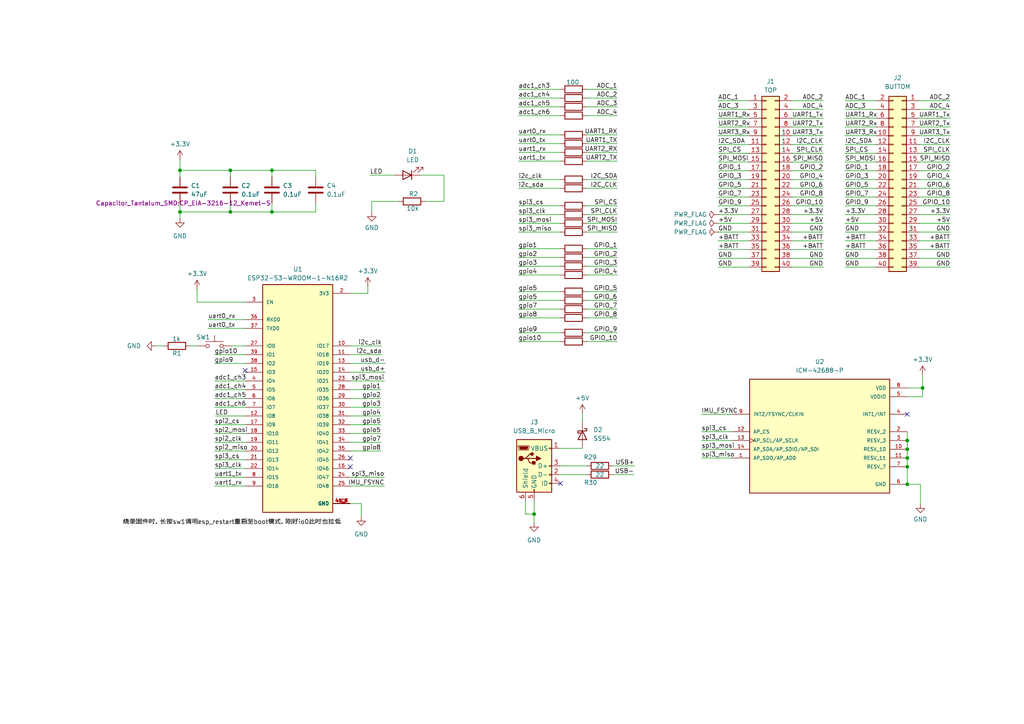
<source format=kicad_sch>
(kicad_sch (version 20230121) (generator eeschema)

  (uuid 988ee502-8596-4ebe-9b99-0eb76e7d156a)

  (paper "A4")

  (lib_symbols
    (symbol "Connector:USB_B_Micro" (pin_names (offset 1.016)) (in_bom yes) (on_board yes)
      (property "Reference" "J" (at -5.08 11.43 0)
        (effects (font (size 1.27 1.27)) (justify left))
      )
      (property "Value" "USB_B_Micro" (at -5.08 8.89 0)
        (effects (font (size 1.27 1.27)) (justify left))
      )
      (property "Footprint" "" (at 3.81 -1.27 0)
        (effects (font (size 1.27 1.27)) hide)
      )
      (property "Datasheet" "~" (at 3.81 -1.27 0)
        (effects (font (size 1.27 1.27)) hide)
      )
      (property "ki_keywords" "connector USB micro" (at 0 0 0)
        (effects (font (size 1.27 1.27)) hide)
      )
      (property "ki_description" "USB Micro Type B connector" (at 0 0 0)
        (effects (font (size 1.27 1.27)) hide)
      )
      (property "ki_fp_filters" "USB*" (at 0 0 0)
        (effects (font (size 1.27 1.27)) hide)
      )
      (symbol "USB_B_Micro_0_1"
        (rectangle (start -5.08 -7.62) (end 5.08 7.62)
          (stroke (width 0.254) (type default))
          (fill (type background))
        )
        (circle (center -3.81 2.159) (radius 0.635)
          (stroke (width 0.254) (type default))
          (fill (type outline))
        )
        (circle (center -0.635 3.429) (radius 0.381)
          (stroke (width 0.254) (type default))
          (fill (type outline))
        )
        (rectangle (start -0.127 -7.62) (end 0.127 -6.858)
          (stroke (width 0) (type default))
          (fill (type none))
        )
        (polyline
          (pts
            (xy -1.905 2.159)
            (xy 0.635 2.159)
          )
          (stroke (width 0.254) (type default))
          (fill (type none))
        )
        (polyline
          (pts
            (xy -3.175 2.159)
            (xy -2.54 2.159)
            (xy -1.27 3.429)
            (xy -0.635 3.429)
          )
          (stroke (width 0.254) (type default))
          (fill (type none))
        )
        (polyline
          (pts
            (xy -2.54 2.159)
            (xy -1.905 2.159)
            (xy -1.27 0.889)
            (xy 0 0.889)
          )
          (stroke (width 0.254) (type default))
          (fill (type none))
        )
        (polyline
          (pts
            (xy 0.635 2.794)
            (xy 0.635 1.524)
            (xy 1.905 2.159)
            (xy 0.635 2.794)
          )
          (stroke (width 0.254) (type default))
          (fill (type outline))
        )
        (polyline
          (pts
            (xy -4.318 5.588)
            (xy -1.778 5.588)
            (xy -2.032 4.826)
            (xy -4.064 4.826)
            (xy -4.318 5.588)
          )
          (stroke (width 0) (type default))
          (fill (type outline))
        )
        (polyline
          (pts
            (xy -4.699 5.842)
            (xy -4.699 5.588)
            (xy -4.445 4.826)
            (xy -4.445 4.572)
            (xy -1.651 4.572)
            (xy -1.651 4.826)
            (xy -1.397 5.588)
            (xy -1.397 5.842)
            (xy -4.699 5.842)
          )
          (stroke (width 0) (type default))
          (fill (type none))
        )
        (rectangle (start 0.254 1.27) (end -0.508 0.508)
          (stroke (width 0.254) (type default))
          (fill (type outline))
        )
        (rectangle (start 5.08 -5.207) (end 4.318 -4.953)
          (stroke (width 0) (type default))
          (fill (type none))
        )
        (rectangle (start 5.08 -2.667) (end 4.318 -2.413)
          (stroke (width 0) (type default))
          (fill (type none))
        )
        (rectangle (start 5.08 -0.127) (end 4.318 0.127)
          (stroke (width 0) (type default))
          (fill (type none))
        )
        (rectangle (start 5.08 4.953) (end 4.318 5.207)
          (stroke (width 0) (type default))
          (fill (type none))
        )
      )
      (symbol "USB_B_Micro_1_1"
        (pin power_out line (at 7.62 5.08 180) (length 2.54)
          (name "VBUS" (effects (font (size 1.27 1.27))))
          (number "1" (effects (font (size 1.27 1.27))))
        )
        (pin bidirectional line (at 7.62 -2.54 180) (length 2.54)
          (name "D-" (effects (font (size 1.27 1.27))))
          (number "2" (effects (font (size 1.27 1.27))))
        )
        (pin bidirectional line (at 7.62 0 180) (length 2.54)
          (name "D+" (effects (font (size 1.27 1.27))))
          (number "3" (effects (font (size 1.27 1.27))))
        )
        (pin passive line (at 7.62 -5.08 180) (length 2.54)
          (name "ID" (effects (font (size 1.27 1.27))))
          (number "4" (effects (font (size 1.27 1.27))))
        )
        (pin power_out line (at 0 -10.16 90) (length 2.54)
          (name "GND" (effects (font (size 1.27 1.27))))
          (number "5" (effects (font (size 1.27 1.27))))
        )
        (pin passive line (at -2.54 -10.16 90) (length 2.54)
          (name "Shield" (effects (font (size 1.27 1.27))))
          (number "6" (effects (font (size 1.27 1.27))))
        )
      )
    )
    (symbol "Connector_Generic:Conn_02x20_Odd_Even" (pin_names (offset 1.016) hide) (in_bom yes) (on_board yes)
      (property "Reference" "J" (at 1.27 25.4 0)
        (effects (font (size 1.27 1.27)))
      )
      (property "Value" "Conn_02x20_Odd_Even" (at 1.27 -27.94 0)
        (effects (font (size 1.27 1.27)))
      )
      (property "Footprint" "" (at 0 0 0)
        (effects (font (size 1.27 1.27)) hide)
      )
      (property "Datasheet" "~" (at 0 0 0)
        (effects (font (size 1.27 1.27)) hide)
      )
      (property "ki_keywords" "connector" (at 0 0 0)
        (effects (font (size 1.27 1.27)) hide)
      )
      (property "ki_description" "Generic connector, double row, 02x20, odd/even pin numbering scheme (row 1 odd numbers, row 2 even numbers), script generated (kicad-library-utils/schlib/autogen/connector/)" (at 0 0 0)
        (effects (font (size 1.27 1.27)) hide)
      )
      (property "ki_fp_filters" "Connector*:*_2x??_*" (at 0 0 0)
        (effects (font (size 1.27 1.27)) hide)
      )
      (symbol "Conn_02x20_Odd_Even_1_1"
        (rectangle (start -1.27 -25.273) (end 0 -25.527)
          (stroke (width 0.1524) (type default))
          (fill (type none))
        )
        (rectangle (start -1.27 -22.733) (end 0 -22.987)
          (stroke (width 0.1524) (type default))
          (fill (type none))
        )
        (rectangle (start -1.27 -20.193) (end 0 -20.447)
          (stroke (width 0.1524) (type default))
          (fill (type none))
        )
        (rectangle (start -1.27 -17.653) (end 0 -17.907)
          (stroke (width 0.1524) (type default))
          (fill (type none))
        )
        (rectangle (start -1.27 -15.113) (end 0 -15.367)
          (stroke (width 0.1524) (type default))
          (fill (type none))
        )
        (rectangle (start -1.27 -12.573) (end 0 -12.827)
          (stroke (width 0.1524) (type default))
          (fill (type none))
        )
        (rectangle (start -1.27 -10.033) (end 0 -10.287)
          (stroke (width 0.1524) (type default))
          (fill (type none))
        )
        (rectangle (start -1.27 -7.493) (end 0 -7.747)
          (stroke (width 0.1524) (type default))
          (fill (type none))
        )
        (rectangle (start -1.27 -4.953) (end 0 -5.207)
          (stroke (width 0.1524) (type default))
          (fill (type none))
        )
        (rectangle (start -1.27 -2.413) (end 0 -2.667)
          (stroke (width 0.1524) (type default))
          (fill (type none))
        )
        (rectangle (start -1.27 0.127) (end 0 -0.127)
          (stroke (width 0.1524) (type default))
          (fill (type none))
        )
        (rectangle (start -1.27 2.667) (end 0 2.413)
          (stroke (width 0.1524) (type default))
          (fill (type none))
        )
        (rectangle (start -1.27 5.207) (end 0 4.953)
          (stroke (width 0.1524) (type default))
          (fill (type none))
        )
        (rectangle (start -1.27 7.747) (end 0 7.493)
          (stroke (width 0.1524) (type default))
          (fill (type none))
        )
        (rectangle (start -1.27 10.287) (end 0 10.033)
          (stroke (width 0.1524) (type default))
          (fill (type none))
        )
        (rectangle (start -1.27 12.827) (end 0 12.573)
          (stroke (width 0.1524) (type default))
          (fill (type none))
        )
        (rectangle (start -1.27 15.367) (end 0 15.113)
          (stroke (width 0.1524) (type default))
          (fill (type none))
        )
        (rectangle (start -1.27 17.907) (end 0 17.653)
          (stroke (width 0.1524) (type default))
          (fill (type none))
        )
        (rectangle (start -1.27 20.447) (end 0 20.193)
          (stroke (width 0.1524) (type default))
          (fill (type none))
        )
        (rectangle (start -1.27 22.987) (end 0 22.733)
          (stroke (width 0.1524) (type default))
          (fill (type none))
        )
        (rectangle (start -1.27 24.13) (end 3.81 -26.67)
          (stroke (width 0.254) (type default))
          (fill (type background))
        )
        (rectangle (start 3.81 -25.273) (end 2.54 -25.527)
          (stroke (width 0.1524) (type default))
          (fill (type none))
        )
        (rectangle (start 3.81 -22.733) (end 2.54 -22.987)
          (stroke (width 0.1524) (type default))
          (fill (type none))
        )
        (rectangle (start 3.81 -20.193) (end 2.54 -20.447)
          (stroke (width 0.1524) (type default))
          (fill (type none))
        )
        (rectangle (start 3.81 -17.653) (end 2.54 -17.907)
          (stroke (width 0.1524) (type default))
          (fill (type none))
        )
        (rectangle (start 3.81 -15.113) (end 2.54 -15.367)
          (stroke (width 0.1524) (type default))
          (fill (type none))
        )
        (rectangle (start 3.81 -12.573) (end 2.54 -12.827)
          (stroke (width 0.1524) (type default))
          (fill (type none))
        )
        (rectangle (start 3.81 -10.033) (end 2.54 -10.287)
          (stroke (width 0.1524) (type default))
          (fill (type none))
        )
        (rectangle (start 3.81 -7.493) (end 2.54 -7.747)
          (stroke (width 0.1524) (type default))
          (fill (type none))
        )
        (rectangle (start 3.81 -4.953) (end 2.54 -5.207)
          (stroke (width 0.1524) (type default))
          (fill (type none))
        )
        (rectangle (start 3.81 -2.413) (end 2.54 -2.667)
          (stroke (width 0.1524) (type default))
          (fill (type none))
        )
        (rectangle (start 3.81 0.127) (end 2.54 -0.127)
          (stroke (width 0.1524) (type default))
          (fill (type none))
        )
        (rectangle (start 3.81 2.667) (end 2.54 2.413)
          (stroke (width 0.1524) (type default))
          (fill (type none))
        )
        (rectangle (start 3.81 5.207) (end 2.54 4.953)
          (stroke (width 0.1524) (type default))
          (fill (type none))
        )
        (rectangle (start 3.81 7.747) (end 2.54 7.493)
          (stroke (width 0.1524) (type default))
          (fill (type none))
        )
        (rectangle (start 3.81 10.287) (end 2.54 10.033)
          (stroke (width 0.1524) (type default))
          (fill (type none))
        )
        (rectangle (start 3.81 12.827) (end 2.54 12.573)
          (stroke (width 0.1524) (type default))
          (fill (type none))
        )
        (rectangle (start 3.81 15.367) (end 2.54 15.113)
          (stroke (width 0.1524) (type default))
          (fill (type none))
        )
        (rectangle (start 3.81 17.907) (end 2.54 17.653)
          (stroke (width 0.1524) (type default))
          (fill (type none))
        )
        (rectangle (start 3.81 20.447) (end 2.54 20.193)
          (stroke (width 0.1524) (type default))
          (fill (type none))
        )
        (rectangle (start 3.81 22.987) (end 2.54 22.733)
          (stroke (width 0.1524) (type default))
          (fill (type none))
        )
        (pin passive line (at -5.08 22.86 0) (length 3.81)
          (name "Pin_1" (effects (font (size 1.27 1.27))))
          (number "1" (effects (font (size 1.27 1.27))))
        )
        (pin passive line (at 7.62 12.7 180) (length 3.81)
          (name "Pin_10" (effects (font (size 1.27 1.27))))
          (number "10" (effects (font (size 1.27 1.27))))
        )
        (pin passive line (at -5.08 10.16 0) (length 3.81)
          (name "Pin_11" (effects (font (size 1.27 1.27))))
          (number "11" (effects (font (size 1.27 1.27))))
        )
        (pin passive line (at 7.62 10.16 180) (length 3.81)
          (name "Pin_12" (effects (font (size 1.27 1.27))))
          (number "12" (effects (font (size 1.27 1.27))))
        )
        (pin passive line (at -5.08 7.62 0) (length 3.81)
          (name "Pin_13" (effects (font (size 1.27 1.27))))
          (number "13" (effects (font (size 1.27 1.27))))
        )
        (pin passive line (at 7.62 7.62 180) (length 3.81)
          (name "Pin_14" (effects (font (size 1.27 1.27))))
          (number "14" (effects (font (size 1.27 1.27))))
        )
        (pin passive line (at -5.08 5.08 0) (length 3.81)
          (name "Pin_15" (effects (font (size 1.27 1.27))))
          (number "15" (effects (font (size 1.27 1.27))))
        )
        (pin passive line (at 7.62 5.08 180) (length 3.81)
          (name "Pin_16" (effects (font (size 1.27 1.27))))
          (number "16" (effects (font (size 1.27 1.27))))
        )
        (pin passive line (at -5.08 2.54 0) (length 3.81)
          (name "Pin_17" (effects (font (size 1.27 1.27))))
          (number "17" (effects (font (size 1.27 1.27))))
        )
        (pin passive line (at 7.62 2.54 180) (length 3.81)
          (name "Pin_18" (effects (font (size 1.27 1.27))))
          (number "18" (effects (font (size 1.27 1.27))))
        )
        (pin passive line (at -5.08 0 0) (length 3.81)
          (name "Pin_19" (effects (font (size 1.27 1.27))))
          (number "19" (effects (font (size 1.27 1.27))))
        )
        (pin passive line (at 7.62 22.86 180) (length 3.81)
          (name "Pin_2" (effects (font (size 1.27 1.27))))
          (number "2" (effects (font (size 1.27 1.27))))
        )
        (pin passive line (at 7.62 0 180) (length 3.81)
          (name "Pin_20" (effects (font (size 1.27 1.27))))
          (number "20" (effects (font (size 1.27 1.27))))
        )
        (pin passive line (at -5.08 -2.54 0) (length 3.81)
          (name "Pin_21" (effects (font (size 1.27 1.27))))
          (number "21" (effects (font (size 1.27 1.27))))
        )
        (pin passive line (at 7.62 -2.54 180) (length 3.81)
          (name "Pin_22" (effects (font (size 1.27 1.27))))
          (number "22" (effects (font (size 1.27 1.27))))
        )
        (pin passive line (at -5.08 -5.08 0) (length 3.81)
          (name "Pin_23" (effects (font (size 1.27 1.27))))
          (number "23" (effects (font (size 1.27 1.27))))
        )
        (pin passive line (at 7.62 -5.08 180) (length 3.81)
          (name "Pin_24" (effects (font (size 1.27 1.27))))
          (number "24" (effects (font (size 1.27 1.27))))
        )
        (pin passive line (at -5.08 -7.62 0) (length 3.81)
          (name "Pin_25" (effects (font (size 1.27 1.27))))
          (number "25" (effects (font (size 1.27 1.27))))
        )
        (pin passive line (at 7.62 -7.62 180) (length 3.81)
          (name "Pin_26" (effects (font (size 1.27 1.27))))
          (number "26" (effects (font (size 1.27 1.27))))
        )
        (pin passive line (at -5.08 -10.16 0) (length 3.81)
          (name "Pin_27" (effects (font (size 1.27 1.27))))
          (number "27" (effects (font (size 1.27 1.27))))
        )
        (pin passive line (at 7.62 -10.16 180) (length 3.81)
          (name "Pin_28" (effects (font (size 1.27 1.27))))
          (number "28" (effects (font (size 1.27 1.27))))
        )
        (pin passive line (at -5.08 -12.7 0) (length 3.81)
          (name "Pin_29" (effects (font (size 1.27 1.27))))
          (number "29" (effects (font (size 1.27 1.27))))
        )
        (pin passive line (at -5.08 20.32 0) (length 3.81)
          (name "Pin_3" (effects (font (size 1.27 1.27))))
          (number "3" (effects (font (size 1.27 1.27))))
        )
        (pin passive line (at 7.62 -12.7 180) (length 3.81)
          (name "Pin_30" (effects (font (size 1.27 1.27))))
          (number "30" (effects (font (size 1.27 1.27))))
        )
        (pin passive line (at -5.08 -15.24 0) (length 3.81)
          (name "Pin_31" (effects (font (size 1.27 1.27))))
          (number "31" (effects (font (size 1.27 1.27))))
        )
        (pin passive line (at 7.62 -15.24 180) (length 3.81)
          (name "Pin_32" (effects (font (size 1.27 1.27))))
          (number "32" (effects (font (size 1.27 1.27))))
        )
        (pin passive line (at -5.08 -17.78 0) (length 3.81)
          (name "Pin_33" (effects (font (size 1.27 1.27))))
          (number "33" (effects (font (size 1.27 1.27))))
        )
        (pin passive line (at 7.62 -17.78 180) (length 3.81)
          (name "Pin_34" (effects (font (size 1.27 1.27))))
          (number "34" (effects (font (size 1.27 1.27))))
        )
        (pin passive line (at -5.08 -20.32 0) (length 3.81)
          (name "Pin_35" (effects (font (size 1.27 1.27))))
          (number "35" (effects (font (size 1.27 1.27))))
        )
        (pin passive line (at 7.62 -20.32 180) (length 3.81)
          (name "Pin_36" (effects (font (size 1.27 1.27))))
          (number "36" (effects (font (size 1.27 1.27))))
        )
        (pin passive line (at -5.08 -22.86 0) (length 3.81)
          (name "Pin_37" (effects (font (size 1.27 1.27))))
          (number "37" (effects (font (size 1.27 1.27))))
        )
        (pin passive line (at 7.62 -22.86 180) (length 3.81)
          (name "Pin_38" (effects (font (size 1.27 1.27))))
          (number "38" (effects (font (size 1.27 1.27))))
        )
        (pin passive line (at -5.08 -25.4 0) (length 3.81)
          (name "Pin_39" (effects (font (size 1.27 1.27))))
          (number "39" (effects (font (size 1.27 1.27))))
        )
        (pin passive line (at 7.62 20.32 180) (length 3.81)
          (name "Pin_4" (effects (font (size 1.27 1.27))))
          (number "4" (effects (font (size 1.27 1.27))))
        )
        (pin passive line (at 7.62 -25.4 180) (length 3.81)
          (name "Pin_40" (effects (font (size 1.27 1.27))))
          (number "40" (effects (font (size 1.27 1.27))))
        )
        (pin passive line (at -5.08 17.78 0) (length 3.81)
          (name "Pin_5" (effects (font (size 1.27 1.27))))
          (number "5" (effects (font (size 1.27 1.27))))
        )
        (pin passive line (at 7.62 17.78 180) (length 3.81)
          (name "Pin_6" (effects (font (size 1.27 1.27))))
          (number "6" (effects (font (size 1.27 1.27))))
        )
        (pin passive line (at -5.08 15.24 0) (length 3.81)
          (name "Pin_7" (effects (font (size 1.27 1.27))))
          (number "7" (effects (font (size 1.27 1.27))))
        )
        (pin passive line (at 7.62 15.24 180) (length 3.81)
          (name "Pin_8" (effects (font (size 1.27 1.27))))
          (number "8" (effects (font (size 1.27 1.27))))
        )
        (pin passive line (at -5.08 12.7 0) (length 3.81)
          (name "Pin_9" (effects (font (size 1.27 1.27))))
          (number "9" (effects (font (size 1.27 1.27))))
        )
      )
    )
    (symbol "Device:C" (pin_numbers hide) (pin_names (offset 0.254)) (in_bom yes) (on_board yes)
      (property "Reference" "C" (at 0.635 2.54 0)
        (effects (font (size 1.27 1.27)) (justify left))
      )
      (property "Value" "C" (at 0.635 -2.54 0)
        (effects (font (size 1.27 1.27)) (justify left))
      )
      (property "Footprint" "" (at 0.9652 -3.81 0)
        (effects (font (size 1.27 1.27)) hide)
      )
      (property "Datasheet" "~" (at 0 0 0)
        (effects (font (size 1.27 1.27)) hide)
      )
      (property "ki_keywords" "cap capacitor" (at 0 0 0)
        (effects (font (size 1.27 1.27)) hide)
      )
      (property "ki_description" "Unpolarized capacitor" (at 0 0 0)
        (effects (font (size 1.27 1.27)) hide)
      )
      (property "ki_fp_filters" "C_*" (at 0 0 0)
        (effects (font (size 1.27 1.27)) hide)
      )
      (symbol "C_0_1"
        (polyline
          (pts
            (xy -2.032 -0.762)
            (xy 2.032 -0.762)
          )
          (stroke (width 0.508) (type default))
          (fill (type none))
        )
        (polyline
          (pts
            (xy -2.032 0.762)
            (xy 2.032 0.762)
          )
          (stroke (width 0.508) (type default))
          (fill (type none))
        )
      )
      (symbol "C_1_1"
        (pin passive line (at 0 3.81 270) (length 2.794)
          (name "~" (effects (font (size 1.27 1.27))))
          (number "1" (effects (font (size 1.27 1.27))))
        )
        (pin passive line (at 0 -3.81 90) (length 2.794)
          (name "~" (effects (font (size 1.27 1.27))))
          (number "2" (effects (font (size 1.27 1.27))))
        )
      )
    )
    (symbol "Device:LED" (pin_numbers hide) (pin_names (offset 1.016) hide) (in_bom yes) (on_board yes)
      (property "Reference" "D" (at 0 2.54 0)
        (effects (font (size 1.27 1.27)))
      )
      (property "Value" "LED" (at 0 -2.54 0)
        (effects (font (size 1.27 1.27)))
      )
      (property "Footprint" "" (at 0 0 0)
        (effects (font (size 1.27 1.27)) hide)
      )
      (property "Datasheet" "~" (at 0 0 0)
        (effects (font (size 1.27 1.27)) hide)
      )
      (property "ki_keywords" "LED diode" (at 0 0 0)
        (effects (font (size 1.27 1.27)) hide)
      )
      (property "ki_description" "Light emitting diode" (at 0 0 0)
        (effects (font (size 1.27 1.27)) hide)
      )
      (property "ki_fp_filters" "LED* LED_SMD:* LED_THT:*" (at 0 0 0)
        (effects (font (size 1.27 1.27)) hide)
      )
      (symbol "LED_0_1"
        (polyline
          (pts
            (xy -1.27 -1.27)
            (xy -1.27 1.27)
          )
          (stroke (width 0.254) (type default))
          (fill (type none))
        )
        (polyline
          (pts
            (xy -1.27 0)
            (xy 1.27 0)
          )
          (stroke (width 0) (type default))
          (fill (type none))
        )
        (polyline
          (pts
            (xy 1.27 -1.27)
            (xy 1.27 1.27)
            (xy -1.27 0)
            (xy 1.27 -1.27)
          )
          (stroke (width 0.254) (type default))
          (fill (type none))
        )
        (polyline
          (pts
            (xy -3.048 -0.762)
            (xy -4.572 -2.286)
            (xy -3.81 -2.286)
            (xy -4.572 -2.286)
            (xy -4.572 -1.524)
          )
          (stroke (width 0) (type default))
          (fill (type none))
        )
        (polyline
          (pts
            (xy -1.778 -0.762)
            (xy -3.302 -2.286)
            (xy -2.54 -2.286)
            (xy -3.302 -2.286)
            (xy -3.302 -1.524)
          )
          (stroke (width 0) (type default))
          (fill (type none))
        )
      )
      (symbol "LED_1_1"
        (pin passive line (at -3.81 0 0) (length 2.54)
          (name "K" (effects (font (size 1.27 1.27))))
          (number "1" (effects (font (size 1.27 1.27))))
        )
        (pin passive line (at 3.81 0 180) (length 2.54)
          (name "A" (effects (font (size 1.27 1.27))))
          (number "2" (effects (font (size 1.27 1.27))))
        )
      )
    )
    (symbol "Device:R" (pin_numbers hide) (pin_names (offset 0)) (in_bom yes) (on_board yes)
      (property "Reference" "R" (at 2.032 0 90)
        (effects (font (size 1.27 1.27)))
      )
      (property "Value" "R" (at 0 0 90)
        (effects (font (size 1.27 1.27)))
      )
      (property "Footprint" "" (at -1.778 0 90)
        (effects (font (size 1.27 1.27)) hide)
      )
      (property "Datasheet" "~" (at 0 0 0)
        (effects (font (size 1.27 1.27)) hide)
      )
      (property "ki_keywords" "R res resistor" (at 0 0 0)
        (effects (font (size 1.27 1.27)) hide)
      )
      (property "ki_description" "Resistor" (at 0 0 0)
        (effects (font (size 1.27 1.27)) hide)
      )
      (property "ki_fp_filters" "R_*" (at 0 0 0)
        (effects (font (size 1.27 1.27)) hide)
      )
      (symbol "R_0_1"
        (rectangle (start -1.016 -2.54) (end 1.016 2.54)
          (stroke (width 0.254) (type default))
          (fill (type none))
        )
      )
      (symbol "R_1_1"
        (pin passive line (at 0 3.81 270) (length 1.27)
          (name "~" (effects (font (size 1.27 1.27))))
          (number "1" (effects (font (size 1.27 1.27))))
        )
        (pin passive line (at 0 -3.81 90) (length 1.27)
          (name "~" (effects (font (size 1.27 1.27))))
          (number "2" (effects (font (size 1.27 1.27))))
        )
      )
    )
    (symbol "Diode:1N5819" (pin_numbers hide) (pin_names (offset 1.016) hide) (in_bom yes) (on_board yes)
      (property "Reference" "D" (at 0 2.54 0)
        (effects (font (size 1.27 1.27)))
      )
      (property "Value" "1N5819" (at 0 -2.54 0)
        (effects (font (size 1.27 1.27)))
      )
      (property "Footprint" "Diode_THT:D_DO-41_SOD81_P10.16mm_Horizontal" (at 0 -4.445 0)
        (effects (font (size 1.27 1.27)) hide)
      )
      (property "Datasheet" "http://www.vishay.com/docs/88525/1n5817.pdf" (at 0 0 0)
        (effects (font (size 1.27 1.27)) hide)
      )
      (property "ki_keywords" "diode Schottky" (at 0 0 0)
        (effects (font (size 1.27 1.27)) hide)
      )
      (property "ki_description" "40V 1A Schottky Barrier Rectifier Diode, DO-41" (at 0 0 0)
        (effects (font (size 1.27 1.27)) hide)
      )
      (property "ki_fp_filters" "D*DO?41*" (at 0 0 0)
        (effects (font (size 1.27 1.27)) hide)
      )
      (symbol "1N5819_0_1"
        (polyline
          (pts
            (xy 1.27 0)
            (xy -1.27 0)
          )
          (stroke (width 0) (type default))
          (fill (type none))
        )
        (polyline
          (pts
            (xy 1.27 1.27)
            (xy 1.27 -1.27)
            (xy -1.27 0)
            (xy 1.27 1.27)
          )
          (stroke (width 0.254) (type default))
          (fill (type none))
        )
        (polyline
          (pts
            (xy -1.905 0.635)
            (xy -1.905 1.27)
            (xy -1.27 1.27)
            (xy -1.27 -1.27)
            (xy -0.635 -1.27)
            (xy -0.635 -0.635)
          )
          (stroke (width 0.254) (type default))
          (fill (type none))
        )
      )
      (symbol "1N5819_1_1"
        (pin passive line (at -3.81 0 0) (length 2.54)
          (name "K" (effects (font (size 1.27 1.27))))
          (number "1" (effects (font (size 1.27 1.27))))
        )
        (pin passive line (at 3.81 0 180) (length 2.54)
          (name "A" (effects (font (size 1.27 1.27))))
          (number "2" (effects (font (size 1.27 1.27))))
        )
      )
    )
    (symbol "ESP32-S3-WROOM-1:ESP32-S3-WROOM-1-N16R2" (pin_names (offset 1.016)) (in_bom yes) (on_board yes)
      (property "Reference" "U" (at -10.16 34.1122 0)
        (effects (font (size 1.27 1.27)) (justify left bottom))
      )
      (property "Value" "ESP32-S3-WROOM-1-N16R2" (at -10.16 -35.56 0)
        (effects (font (size 1.27 1.27)) (justify left bottom))
      )
      (property "Footprint" "XCVR_ESP32-S3-WROOM-1-N16R2" (at 0 0 0)
        (effects (font (size 1.27 1.27)) (justify bottom) hide)
      )
      (property "Datasheet" "" (at 0 0 0)
        (effects (font (size 1.27 1.27)) hide)
      )
      (property "PARTREV" "v1.0" (at 0 0 0)
        (effects (font (size 1.27 1.27)) (justify bottom) hide)
      )
      (property "MANUFACTURER" "Espressif" (at 0 0 0)
        (effects (font (size 1.27 1.27)) (justify bottom) hide)
      )
      (property "MAXIMUM_PACKAGE_HEIGHT" "3.25mm" (at 0 0 0)
        (effects (font (size 1.27 1.27)) (justify bottom) hide)
      )
      (property "STANDARD" "Manufacturer Recommendations" (at 0 0 0)
        (effects (font (size 1.27 1.27)) (justify bottom) hide)
      )
      (symbol "ESP32-S3-WROOM-1-N16R2_0_0"
        (rectangle (start -10.16 -33.02) (end 10.16 33.02)
          (stroke (width 0.254) (type default))
          (fill (type background))
        )
        (pin power_in line (at 15.24 -30.48 180) (length 5.08)
          (name "GND" (effects (font (size 1.016 1.016))))
          (number "1" (effects (font (size 1.016 1.016))))
        )
        (pin bidirectional line (at 15.24 15.24 180) (length 5.08)
          (name "IO17" (effects (font (size 1.016 1.016))))
          (number "10" (effects (font (size 1.016 1.016))))
        )
        (pin bidirectional line (at 15.24 12.7 180) (length 5.08)
          (name "IO18" (effects (font (size 1.016 1.016))))
          (number "11" (effects (font (size 1.016 1.016))))
        )
        (pin bidirectional line (at -15.24 -5.08 0) (length 5.08)
          (name "IO8" (effects (font (size 1.016 1.016))))
          (number "12" (effects (font (size 1.016 1.016))))
        )
        (pin bidirectional line (at 15.24 10.16 180) (length 5.08)
          (name "IO19" (effects (font (size 1.016 1.016))))
          (number "13" (effects (font (size 1.016 1.016))))
        )
        (pin bidirectional line (at 15.24 7.62 180) (length 5.08)
          (name "IO20" (effects (font (size 1.016 1.016))))
          (number "14" (effects (font (size 1.016 1.016))))
        )
        (pin bidirectional line (at -15.24 7.62 0) (length 5.08)
          (name "IO3" (effects (font (size 1.016 1.016))))
          (number "15" (effects (font (size 1.016 1.016))))
        )
        (pin bidirectional line (at 15.24 -20.32 180) (length 5.08)
          (name "IO46" (effects (font (size 1.016 1.016))))
          (number "16" (effects (font (size 1.016 1.016))))
        )
        (pin bidirectional line (at -15.24 -7.62 0) (length 5.08)
          (name "IO9" (effects (font (size 1.016 1.016))))
          (number "17" (effects (font (size 1.016 1.016))))
        )
        (pin bidirectional line (at -15.24 -10.16 0) (length 5.08)
          (name "IO10" (effects (font (size 1.016 1.016))))
          (number "18" (effects (font (size 1.016 1.016))))
        )
        (pin bidirectional line (at -15.24 -12.7 0) (length 5.08)
          (name "IO11" (effects (font (size 1.016 1.016))))
          (number "19" (effects (font (size 1.016 1.016))))
        )
        (pin power_in line (at 15.24 30.48 180) (length 5.08)
          (name "3V3" (effects (font (size 1.016 1.016))))
          (number "2" (effects (font (size 1.016 1.016))))
        )
        (pin bidirectional line (at -15.24 -15.24 0) (length 5.08)
          (name "IO12" (effects (font (size 1.016 1.016))))
          (number "20" (effects (font (size 1.016 1.016))))
        )
        (pin bidirectional line (at -15.24 -17.78 0) (length 5.08)
          (name "IO13" (effects (font (size 1.016 1.016))))
          (number "21" (effects (font (size 1.016 1.016))))
        )
        (pin bidirectional line (at -15.24 -20.32 0) (length 5.08)
          (name "IO14" (effects (font (size 1.016 1.016))))
          (number "22" (effects (font (size 1.016 1.016))))
        )
        (pin bidirectional line (at 15.24 5.08 180) (length 5.08)
          (name "IO21" (effects (font (size 1.016 1.016))))
          (number "23" (effects (font (size 1.016 1.016))))
        )
        (pin bidirectional line (at 15.24 -22.86 180) (length 5.08)
          (name "IO47" (effects (font (size 1.016 1.016))))
          (number "24" (effects (font (size 1.016 1.016))))
        )
        (pin bidirectional line (at 15.24 -25.4 180) (length 5.08)
          (name "IO48" (effects (font (size 1.016 1.016))))
          (number "25" (effects (font (size 1.016 1.016))))
        )
        (pin bidirectional line (at 15.24 -17.78 180) (length 5.08)
          (name "IO45" (effects (font (size 1.016 1.016))))
          (number "26" (effects (font (size 1.016 1.016))))
        )
        (pin bidirectional line (at -15.24 15.24 0) (length 5.08)
          (name "IO0" (effects (font (size 1.016 1.016))))
          (number "27" (effects (font (size 1.016 1.016))))
        )
        (pin bidirectional line (at 15.24 2.54 180) (length 5.08)
          (name "IO35" (effects (font (size 1.016 1.016))))
          (number "28" (effects (font (size 1.016 1.016))))
        )
        (pin bidirectional line (at 15.24 0 180) (length 5.08)
          (name "IO36" (effects (font (size 1.016 1.016))))
          (number "29" (effects (font (size 1.016 1.016))))
        )
        (pin input line (at -15.24 27.94 0) (length 5.08)
          (name "EN" (effects (font (size 1.016 1.016))))
          (number "3" (effects (font (size 1.016 1.016))))
        )
        (pin bidirectional line (at 15.24 -2.54 180) (length 5.08)
          (name "IO37" (effects (font (size 1.016 1.016))))
          (number "30" (effects (font (size 1.016 1.016))))
        )
        (pin bidirectional line (at 15.24 -5.08 180) (length 5.08)
          (name "IO38" (effects (font (size 1.016 1.016))))
          (number "31" (effects (font (size 1.016 1.016))))
        )
        (pin bidirectional line (at 15.24 -7.62 180) (length 5.08)
          (name "IO39" (effects (font (size 1.016 1.016))))
          (number "32" (effects (font (size 1.016 1.016))))
        )
        (pin bidirectional line (at 15.24 -10.16 180) (length 5.08)
          (name "IO40" (effects (font (size 1.016 1.016))))
          (number "33" (effects (font (size 1.016 1.016))))
        )
        (pin bidirectional line (at 15.24 -12.7 180) (length 5.08)
          (name "IO41" (effects (font (size 1.016 1.016))))
          (number "34" (effects (font (size 1.016 1.016))))
        )
        (pin bidirectional line (at 15.24 -15.24 180) (length 5.08)
          (name "IO42" (effects (font (size 1.016 1.016))))
          (number "35" (effects (font (size 1.016 1.016))))
        )
        (pin bidirectional line (at -15.24 22.86 0) (length 5.08)
          (name "RXD0" (effects (font (size 1.016 1.016))))
          (number "36" (effects (font (size 1.016 1.016))))
        )
        (pin bidirectional line (at -15.24 20.32 0) (length 5.08)
          (name "TXD0" (effects (font (size 1.016 1.016))))
          (number "37" (effects (font (size 1.016 1.016))))
        )
        (pin bidirectional line (at -15.24 10.16 0) (length 5.08)
          (name "IO2" (effects (font (size 1.016 1.016))))
          (number "38" (effects (font (size 1.016 1.016))))
        )
        (pin bidirectional line (at -15.24 12.7 0) (length 5.08)
          (name "IO1" (effects (font (size 1.016 1.016))))
          (number "39" (effects (font (size 1.016 1.016))))
        )
        (pin bidirectional line (at -15.24 5.08 0) (length 5.08)
          (name "IO4" (effects (font (size 1.016 1.016))))
          (number "4" (effects (font (size 1.016 1.016))))
        )
        (pin power_in line (at 15.24 -30.48 180) (length 5.08)
          (name "GND" (effects (font (size 1.016 1.016))))
          (number "40" (effects (font (size 1.016 1.016))))
        )
        (pin power_in line (at 15.24 -30.48 180) (length 5.08)
          (name "GND" (effects (font (size 1.016 1.016))))
          (number "41_1" (effects (font (size 1.016 1.016))))
        )
        (pin power_in line (at 15.24 -30.48 180) (length 5.08)
          (name "GND" (effects (font (size 1.016 1.016))))
          (number "41_2" (effects (font (size 1.016 1.016))))
        )
        (pin power_in line (at 15.24 -30.48 180) (length 5.08)
          (name "GND" (effects (font (size 1.016 1.016))))
          (number "41_3" (effects (font (size 1.016 1.016))))
        )
        (pin power_in line (at 15.24 -30.48 180) (length 5.08)
          (name "GND" (effects (font (size 1.016 1.016))))
          (number "41_4" (effects (font (size 1.016 1.016))))
        )
        (pin power_in line (at 15.24 -30.48 180) (length 5.08)
          (name "GND" (effects (font (size 1.016 1.016))))
          (number "41_5" (effects (font (size 1.016 1.016))))
        )
        (pin power_in line (at 15.24 -30.48 180) (length 5.08)
          (name "GND" (effects (font (size 1.016 1.016))))
          (number "41_6" (effects (font (size 1.016 1.016))))
        )
        (pin power_in line (at 15.24 -30.48 180) (length 5.08)
          (name "GND" (effects (font (size 1.016 1.016))))
          (number "41_7" (effects (font (size 1.016 1.016))))
        )
        (pin power_in line (at 15.24 -30.48 180) (length 5.08)
          (name "GND" (effects (font (size 1.016 1.016))))
          (number "41_8" (effects (font (size 1.016 1.016))))
        )
        (pin power_in line (at 15.24 -30.48 180) (length 5.08)
          (name "GND" (effects (font (size 1.016 1.016))))
          (number "41_9" (effects (font (size 1.016 1.016))))
        )
        (pin bidirectional line (at -15.24 2.54 0) (length 5.08)
          (name "IO5" (effects (font (size 1.016 1.016))))
          (number "5" (effects (font (size 1.016 1.016))))
        )
        (pin bidirectional line (at -15.24 0 0) (length 5.08)
          (name "IO6" (effects (font (size 1.016 1.016))))
          (number "6" (effects (font (size 1.016 1.016))))
        )
        (pin bidirectional line (at -15.24 -2.54 0) (length 5.08)
          (name "IO7" (effects (font (size 1.016 1.016))))
          (number "7" (effects (font (size 1.016 1.016))))
        )
        (pin bidirectional line (at -15.24 -22.86 0) (length 5.08)
          (name "IO15" (effects (font (size 1.016 1.016))))
          (number "8" (effects (font (size 1.016 1.016))))
        )
        (pin bidirectional line (at -15.24 -25.4 0) (length 5.08)
          (name "IO16" (effects (font (size 1.016 1.016))))
          (number "9" (effects (font (size 1.016 1.016))))
        )
      )
    )
    (symbol "ICM-42688-P:ICM-42688-P" (pin_names (offset 1.016)) (in_bom yes) (on_board yes)
      (property "Reference" "U" (at -20.32 16.002 0)
        (effects (font (size 1.27 1.27)) (justify left bottom))
      )
      (property "Value" "ICM-42688-P" (at -20.32 -20.32 0)
        (effects (font (size 1.27 1.27)) (justify left bottom))
      )
      (property "Footprint" "PQFN50P300X250X97-14N" (at 0 0 0)
        (effects (font (size 1.27 1.27)) (justify bottom) hide)
      )
      (property "Datasheet" "" (at 0 0 0)
        (effects (font (size 1.27 1.27)) hide)
      )
      (property "PARTREV" "1.2" (at 0 0 0)
        (effects (font (size 1.27 1.27)) (justify bottom) hide)
      )
      (property "STANDARD" "IPC-7351B" (at 0 0 0)
        (effects (font (size 1.27 1.27)) (justify bottom) hide)
      )
      (property "MAXIMUM_PACKAGE_HEIGHT" "0.97mm" (at 0 0 0)
        (effects (font (size 1.27 1.27)) (justify bottom) hide)
      )
      (property "MANUFACTURER" "TDK InvenSense" (at 0 0 0)
        (effects (font (size 1.27 1.27)) (justify bottom) hide)
      )
      (symbol "ICM-42688-P_0_0"
        (rectangle (start -20.32 -17.78) (end 20.32 15.24)
          (stroke (width 0.254) (type default))
          (fill (type background))
        )
        (pin bidirectional line (at -25.4 -7.62 0) (length 5.08)
          (name "AP_SDO/AP_AD0" (effects (font (size 1.016 1.016))))
          (number "1" (effects (font (size 1.016 1.016))))
        )
        (pin passive line (at 25.4 -5.08 180) (length 5.08)
          (name "RESV_10" (effects (font (size 1.016 1.016))))
          (number "10" (effects (font (size 1.016 1.016))))
        )
        (pin passive line (at 25.4 -7.62 180) (length 5.08)
          (name "RESV_11" (effects (font (size 1.016 1.016))))
          (number "11" (effects (font (size 1.016 1.016))))
        )
        (pin input line (at -25.4 0 0) (length 5.08)
          (name "AP_CS" (effects (font (size 1.016 1.016))))
          (number "12" (effects (font (size 1.016 1.016))))
        )
        (pin input clock (at -25.4 -2.54 0) (length 5.08)
          (name "AP_SCL/AP_SCLK" (effects (font (size 1.016 1.016))))
          (number "13" (effects (font (size 1.016 1.016))))
        )
        (pin bidirectional line (at -25.4 -5.08 0) (length 5.08)
          (name "AP_SDA/AP_SDIO/AP_SDI" (effects (font (size 1.016 1.016))))
          (number "14" (effects (font (size 1.016 1.016))))
        )
        (pin passive line (at 25.4 0 180) (length 5.08)
          (name "RESV_2" (effects (font (size 1.016 1.016))))
          (number "2" (effects (font (size 1.016 1.016))))
        )
        (pin passive line (at 25.4 -2.54 180) (length 5.08)
          (name "RESV_3" (effects (font (size 1.016 1.016))))
          (number "3" (effects (font (size 1.016 1.016))))
        )
        (pin output line (at 25.4 5.08 180) (length 5.08)
          (name "INT1/INT" (effects (font (size 1.016 1.016))))
          (number "4" (effects (font (size 1.016 1.016))))
        )
        (pin power_in line (at 25.4 10.16 180) (length 5.08)
          (name "VDDIO" (effects (font (size 1.016 1.016))))
          (number "5" (effects (font (size 1.016 1.016))))
        )
        (pin passive line (at 25.4 -10.16 180) (length 5.08)
          (name "RESV_7" (effects (font (size 1.016 1.016))))
          (number "7" (effects (font (size 1.016 1.016))))
        )
        (pin power_in line (at 25.4 12.7 180) (length 5.08)
          (name "VDD" (effects (font (size 1.016 1.016))))
          (number "8" (effects (font (size 1.016 1.016))))
        )
        (pin bidirectional line (at -25.4 5.08 0) (length 5.08)
          (name "INT2/FSYNC/CLKIN" (effects (font (size 1.016 1.016))))
          (number "9" (effects (font (size 1.016 1.016))))
        )
      )
      (symbol "ICM-42688-P_1_0"
        (pin power_in line (at 25.4 -15.24 180) (length 5.08)
          (name "GND" (effects (font (size 1.016 1.016))))
          (number "6" (effects (font (size 1.016 1.016))))
        )
      )
    )
    (symbol "Switch:SW_Push" (pin_numbers hide) (pin_names (offset 1.016) hide) (in_bom yes) (on_board yes)
      (property "Reference" "SW" (at 1.27 2.54 0)
        (effects (font (size 1.27 1.27)) (justify left))
      )
      (property "Value" "SW_Push" (at 0 -1.524 0)
        (effects (font (size 1.27 1.27)))
      )
      (property "Footprint" "" (at 0 5.08 0)
        (effects (font (size 1.27 1.27)) hide)
      )
      (property "Datasheet" "~" (at 0 5.08 0)
        (effects (font (size 1.27 1.27)) hide)
      )
      (property "ki_keywords" "switch normally-open pushbutton push-button" (at 0 0 0)
        (effects (font (size 1.27 1.27)) hide)
      )
      (property "ki_description" "Push button switch, generic, two pins" (at 0 0 0)
        (effects (font (size 1.27 1.27)) hide)
      )
      (symbol "SW_Push_0_1"
        (circle (center -2.032 0) (radius 0.508)
          (stroke (width 0) (type default))
          (fill (type none))
        )
        (polyline
          (pts
            (xy 0 1.27)
            (xy 0 3.048)
          )
          (stroke (width 0) (type default))
          (fill (type none))
        )
        (polyline
          (pts
            (xy 2.54 1.27)
            (xy -2.54 1.27)
          )
          (stroke (width 0) (type default))
          (fill (type none))
        )
        (circle (center 2.032 0) (radius 0.508)
          (stroke (width 0) (type default))
          (fill (type none))
        )
        (pin passive line (at -5.08 0 0) (length 2.54)
          (name "1" (effects (font (size 1.27 1.27))))
          (number "1" (effects (font (size 1.27 1.27))))
        )
        (pin passive line (at 5.08 0 180) (length 2.54)
          (name "2" (effects (font (size 1.27 1.27))))
          (number "2" (effects (font (size 1.27 1.27))))
        )
      )
    )
    (symbol "power:+3.3V" (power) (pin_names (offset 0)) (in_bom yes) (on_board yes)
      (property "Reference" "#PWR" (at 0 -3.81 0)
        (effects (font (size 1.27 1.27)) hide)
      )
      (property "Value" "+3.3V" (at 0 3.556 0)
        (effects (font (size 1.27 1.27)))
      )
      (property "Footprint" "" (at 0 0 0)
        (effects (font (size 1.27 1.27)) hide)
      )
      (property "Datasheet" "" (at 0 0 0)
        (effects (font (size 1.27 1.27)) hide)
      )
      (property "ki_keywords" "global power" (at 0 0 0)
        (effects (font (size 1.27 1.27)) hide)
      )
      (property "ki_description" "Power symbol creates a global label with name \"+3.3V\"" (at 0 0 0)
        (effects (font (size 1.27 1.27)) hide)
      )
      (symbol "+3.3V_0_1"
        (polyline
          (pts
            (xy -0.762 1.27)
            (xy 0 2.54)
          )
          (stroke (width 0) (type default))
          (fill (type none))
        )
        (polyline
          (pts
            (xy 0 0)
            (xy 0 2.54)
          )
          (stroke (width 0) (type default))
          (fill (type none))
        )
        (polyline
          (pts
            (xy 0 2.54)
            (xy 0.762 1.27)
          )
          (stroke (width 0) (type default))
          (fill (type none))
        )
      )
      (symbol "+3.3V_1_1"
        (pin power_in line (at 0 0 90) (length 0) hide
          (name "+3.3V" (effects (font (size 1.27 1.27))))
          (number "1" (effects (font (size 1.27 1.27))))
        )
      )
    )
    (symbol "power:+5V" (power) (pin_names (offset 0)) (in_bom yes) (on_board yes)
      (property "Reference" "#PWR" (at 0 -3.81 0)
        (effects (font (size 1.27 1.27)) hide)
      )
      (property "Value" "+5V" (at 0 3.556 0)
        (effects (font (size 1.27 1.27)))
      )
      (property "Footprint" "" (at 0 0 0)
        (effects (font (size 1.27 1.27)) hide)
      )
      (property "Datasheet" "" (at 0 0 0)
        (effects (font (size 1.27 1.27)) hide)
      )
      (property "ki_keywords" "global power" (at 0 0 0)
        (effects (font (size 1.27 1.27)) hide)
      )
      (property "ki_description" "Power symbol creates a global label with name \"+5V\"" (at 0 0 0)
        (effects (font (size 1.27 1.27)) hide)
      )
      (symbol "+5V_0_1"
        (polyline
          (pts
            (xy -0.762 1.27)
            (xy 0 2.54)
          )
          (stroke (width 0) (type default))
          (fill (type none))
        )
        (polyline
          (pts
            (xy 0 0)
            (xy 0 2.54)
          )
          (stroke (width 0) (type default))
          (fill (type none))
        )
        (polyline
          (pts
            (xy 0 2.54)
            (xy 0.762 1.27)
          )
          (stroke (width 0) (type default))
          (fill (type none))
        )
      )
      (symbol "+5V_1_1"
        (pin power_in line (at 0 0 90) (length 0) hide
          (name "+5V" (effects (font (size 1.27 1.27))))
          (number "1" (effects (font (size 1.27 1.27))))
        )
      )
    )
    (symbol "power:GND" (power) (pin_names (offset 0)) (in_bom yes) (on_board yes)
      (property "Reference" "#PWR" (at 0 -6.35 0)
        (effects (font (size 1.27 1.27)) hide)
      )
      (property "Value" "GND" (at 0 -3.81 0)
        (effects (font (size 1.27 1.27)))
      )
      (property "Footprint" "" (at 0 0 0)
        (effects (font (size 1.27 1.27)) hide)
      )
      (property "Datasheet" "" (at 0 0 0)
        (effects (font (size 1.27 1.27)) hide)
      )
      (property "ki_keywords" "global power" (at 0 0 0)
        (effects (font (size 1.27 1.27)) hide)
      )
      (property "ki_description" "Power symbol creates a global label with name \"GND\" , ground" (at 0 0 0)
        (effects (font (size 1.27 1.27)) hide)
      )
      (symbol "GND_0_1"
        (polyline
          (pts
            (xy 0 0)
            (xy 0 -1.27)
            (xy 1.27 -1.27)
            (xy 0 -2.54)
            (xy -1.27 -1.27)
            (xy 0 -1.27)
          )
          (stroke (width 0) (type default))
          (fill (type none))
        )
      )
      (symbol "GND_1_1"
        (pin power_in line (at 0 0 270) (length 0) hide
          (name "GND" (effects (font (size 1.27 1.27))))
          (number "1" (effects (font (size 1.27 1.27))))
        )
      )
    )
    (symbol "power:PWR_FLAG" (power) (pin_numbers hide) (pin_names (offset 0) hide) (in_bom yes) (on_board yes)
      (property "Reference" "#FLG" (at 0 1.905 0)
        (effects (font (size 1.27 1.27)) hide)
      )
      (property "Value" "PWR_FLAG" (at 0 3.81 0)
        (effects (font (size 1.27 1.27)))
      )
      (property "Footprint" "" (at 0 0 0)
        (effects (font (size 1.27 1.27)) hide)
      )
      (property "Datasheet" "~" (at 0 0 0)
        (effects (font (size 1.27 1.27)) hide)
      )
      (property "ki_keywords" "flag power" (at 0 0 0)
        (effects (font (size 1.27 1.27)) hide)
      )
      (property "ki_description" "Special symbol for telling ERC where power comes from" (at 0 0 0)
        (effects (font (size 1.27 1.27)) hide)
      )
      (symbol "PWR_FLAG_0_0"
        (pin power_out line (at 0 0 90) (length 0)
          (name "pwr" (effects (font (size 1.27 1.27))))
          (number "1" (effects (font (size 1.27 1.27))))
        )
      )
      (symbol "PWR_FLAG_0_1"
        (polyline
          (pts
            (xy 0 0)
            (xy 0 1.27)
            (xy -1.016 1.905)
            (xy 0 2.54)
            (xy 1.016 1.905)
            (xy 0 1.27)
          )
          (stroke (width 0) (type default))
          (fill (type none))
        )
      )
    )
  )

  (junction (at 263.144 130.302) (diameter 0) (color 0 0 0 0)
    (uuid 19c17835-7661-4df3-9cd6-3ed06076cc5a)
  )
  (junction (at 78.867 61.468) (diameter 0) (color 0 0 0 0)
    (uuid 23c95e80-f5c0-4c2f-be2b-132342dbdd9f)
  )
  (junction (at 263.144 140.462) (diameter 0) (color 0 0 0 0)
    (uuid 338eaaa9-faaa-4b20-9585-64296def51ec)
  )
  (junction (at 154.9146 149.098) (diameter 0) (color 0 0 0 0)
    (uuid 34bc8bef-2d49-40da-93b5-03b7d6bebeba)
  )
  (junction (at 263.144 127.762) (diameter 0) (color 0 0 0 0)
    (uuid 362d6f5f-945d-4e95-b547-e0eae77d6fbb)
  )
  (junction (at 267.589 112.522) (diameter 0) (color 0 0 0 0)
    (uuid 53c87e69-6f6e-48e0-9a1f-2924fb2f67a9)
  )
  (junction (at 263.144 132.842) (diameter 0) (color 0 0 0 0)
    (uuid 6682cc75-3561-4863-8a70-791ad17cb30c)
  )
  (junction (at 52.197 61.468) (diameter 0) (color 0 0 0 0)
    (uuid 79c7a8a2-7433-4158-9235-0de4f4b85aab)
  )
  (junction (at 66.802 61.468) (diameter 0) (color 0 0 0 0)
    (uuid 84558ffd-fbc0-45e3-94d1-a65ee03d2516)
  )
  (junction (at 263.144 135.382) (diameter 0) (color 0 0 0 0)
    (uuid 8994767a-63e0-4598-8d75-4ddc7a649192)
  )
  (junction (at 52.197 49.403) (diameter 0) (color 0 0 0 0)
    (uuid cc4115d8-916d-4015-8110-578aed7fcbc5)
  )
  (junction (at 66.802 49.403) (diameter 0) (color 0 0 0 0)
    (uuid cfb788f6-f42f-485b-bc36-8848fe80cc8c)
  )
  (junction (at 78.867 49.403) (diameter 0) (color 0 0 0 0)
    (uuid d9b24fab-9d0c-4209-88f0-00c2a5f9f189)
  )

  (no_connect (at 263.144 120.142) (uuid 16d4b80b-528b-4077-8984-0077873ad129))
  (no_connect (at 71.12 107.442) (uuid 1f9aedbb-66f8-4ffd-baa4-177697f135f3))
  (no_connect (at 162.56 140.208) (uuid 4769b99f-a5a0-4884-ac0c-2560fe833d5e))
  (no_connect (at 101.6 135.382) (uuid 6c7ce4ff-1866-490e-96de-eabebb6bda52))
  (no_connect (at 101.6 132.842) (uuid ef8a865a-5b78-4f00-b679-22fec76ecd10))

  (wire (pts (xy 101.6 118.11) (xy 110.49 118.11))
    (stroke (width 0) (type default))
    (uuid 00bc2a4c-27b6-41fe-ae7b-dca33fd4387f)
  )
  (wire (pts (xy 154.94 145.288) (xy 154.94 149.098))
    (stroke (width 0) (type default))
    (uuid 01190cf7-6956-467e-adfc-ad598b952313)
  )
  (wire (pts (xy 208.28 41.91) (xy 217.17 41.91))
    (stroke (width 0) (type default))
    (uuid 02311db7-67ce-43f2-bdf6-5a574d4ad738)
  )
  (wire (pts (xy 208.28 46.99) (xy 217.17 46.99))
    (stroke (width 0) (type default))
    (uuid 039cac68-203c-4e13-b0da-915e225bf9f9)
  )
  (wire (pts (xy 170.18 74.676) (xy 179.07 74.676))
    (stroke (width 0) (type default))
    (uuid 05bee2d3-9208-408e-9a89-7b706c357ad2)
  )
  (wire (pts (xy 238.76 67.31) (xy 229.87 67.31))
    (stroke (width 0) (type default))
    (uuid 06724cc7-642f-4de8-89e8-6be1fd7a82db)
  )
  (wire (pts (xy 154.94 149.098) (xy 154.9146 149.098))
    (stroke (width 0) (type default))
    (uuid 0686df37-0283-454a-8df5-c221f6489e7d)
  )
  (wire (pts (xy 275.59 36.83) (xy 266.7 36.83))
    (stroke (width 0) (type default))
    (uuid 0767afb3-ac66-4293-b427-6663931df1a3)
  )
  (wire (pts (xy 170.18 99.06) (xy 179.07 99.06))
    (stroke (width 0) (type default))
    (uuid 095dd4a1-d595-408f-9e80-2e6815f72995)
  )
  (wire (pts (xy 263.144 132.842) (xy 263.144 135.382))
    (stroke (width 0) (type default))
    (uuid 09bc90ef-83bd-4377-a613-601a4efe3023)
  )
  (wire (pts (xy 170.18 72.136) (xy 179.07 72.136))
    (stroke (width 0) (type default))
    (uuid 0ab2e406-7b21-4244-a8ab-90f6b6ebbb48)
  )
  (wire (pts (xy 238.76 41.91) (xy 229.87 41.91))
    (stroke (width 0) (type default))
    (uuid 0ab8c290-b086-4aa8-9123-7ed81441e27b)
  )
  (wire (pts (xy 62.23 123.19) (xy 71.12 123.19))
    (stroke (width 0) (type default))
    (uuid 0b391f7e-e1d9-4c4e-ac18-257f02dae8a1)
  )
  (wire (pts (xy 101.6 123.19) (xy 110.49 123.19))
    (stroke (width 0) (type default))
    (uuid 0b470049-5381-4384-af6b-9cc2530c8d85)
  )
  (wire (pts (xy 78.867 49.403) (xy 78.867 51.308))
    (stroke (width 0) (type default))
    (uuid 0b474088-bb54-457d-8054-3d7193051208)
  )
  (wire (pts (xy 150.368 62.23) (xy 162.56 62.23))
    (stroke (width 0) (type default))
    (uuid 0bd2ec44-09b4-4883-9714-930b33ca0db5)
  )
  (wire (pts (xy 150.368 79.756) (xy 162.56 79.756))
    (stroke (width 0) (type default))
    (uuid 0fa8d6df-4961-4190-8076-c7512b78f89e)
  )
  (wire (pts (xy 170.18 30.988) (xy 179.07 30.988))
    (stroke (width 0) (type default))
    (uuid 13d5bd81-1032-4382-9d30-9d4993321fa9)
  )
  (wire (pts (xy 245.11 67.31) (xy 254 67.31))
    (stroke (width 0) (type default))
    (uuid 13eb039b-f370-4769-8df3-b37129be8948)
  )
  (wire (pts (xy 101.6 138.43) (xy 111.506 138.43))
    (stroke (width 0) (type default))
    (uuid 18690be6-301c-4662-b75b-81c074cfd71d)
  )
  (wire (pts (xy 150.368 46.736) (xy 162.56 46.736))
    (stroke (width 0) (type default))
    (uuid 1a8fcb5a-c01e-4cd8-bf80-a38f1eb93421)
  )
  (wire (pts (xy 208.28 59.69) (xy 217.17 59.69))
    (stroke (width 0) (type default))
    (uuid 1aa510ee-f83e-40d2-a453-b576c6dae9ba)
  )
  (wire (pts (xy 238.76 49.53) (xy 229.87 49.53))
    (stroke (width 0) (type default))
    (uuid 1becb290-9dc3-4067-879d-f168bd9c751e)
  )
  (wire (pts (xy 150.368 28.448) (xy 162.56 28.448))
    (stroke (width 0) (type default))
    (uuid 1fd12ff3-a6bd-4899-82c4-5cef4d6f958e)
  )
  (wire (pts (xy 245.11 41.91) (xy 254 41.91))
    (stroke (width 0) (type default))
    (uuid 20d7f763-73bd-4b79-bd29-7799cc767687)
  )
  (wire (pts (xy 170.18 92.202) (xy 179.07 92.202))
    (stroke (width 0) (type default))
    (uuid 24d25031-aff5-4187-b779-bfa554e2959d)
  )
  (wire (pts (xy 245.11 64.77) (xy 254 64.77))
    (stroke (width 0) (type default))
    (uuid 25c2e4bc-8e9f-4373-8154-1dc8b3197c90)
  )
  (wire (pts (xy 245.11 57.15) (xy 254 57.15))
    (stroke (width 0) (type default))
    (uuid 266bc7aa-35bc-4c06-ae60-a319ffd05fdc)
  )
  (wire (pts (xy 245.11 39.37) (xy 254 39.37))
    (stroke (width 0) (type default))
    (uuid 2747880d-e3b6-47f5-b0db-d0e5d621361e)
  )
  (wire (pts (xy 275.59 49.53) (xy 266.7 49.53))
    (stroke (width 0) (type default))
    (uuid 2a479e0d-5801-4d78-bce6-f9891633848d)
  )
  (wire (pts (xy 208.28 57.15) (xy 217.17 57.15))
    (stroke (width 0) (type default))
    (uuid 2b9b9c70-3009-4eda-a84f-ff2e0aa83940)
  )
  (wire (pts (xy 263.144 135.382) (xy 263.144 140.462))
    (stroke (width 0) (type default))
    (uuid 2c12a4a7-f867-4dcb-b386-90a45107d2bf)
  )
  (wire (pts (xy 170.18 44.196) (xy 179.07 44.196))
    (stroke (width 0) (type default))
    (uuid 2c82a486-ee4a-495a-ad18-ac60344005a1)
  )
  (wire (pts (xy 208.28 29.21) (xy 217.17 29.21))
    (stroke (width 0) (type default))
    (uuid 2e4a68a6-a7b7-4050-be7f-aaed7d6712ad)
  )
  (wire (pts (xy 245.11 52.07) (xy 254 52.07))
    (stroke (width 0) (type default))
    (uuid 2e5900a4-1b0a-4589-acff-158a5aa6e6fb)
  )
  (wire (pts (xy 62.484 120.65) (xy 71.12 120.65))
    (stroke (width 0) (type default))
    (uuid 3292d484-016e-40a9-afbc-ad1a9451b55a)
  )
  (wire (pts (xy 245.11 44.45) (xy 254 44.45))
    (stroke (width 0) (type default))
    (uuid 32c409bf-cf0c-4a99-8731-24e9a3aebe86)
  )
  (wire (pts (xy 170.18 64.77) (xy 179.07 64.77))
    (stroke (width 0) (type default))
    (uuid 347e9b44-0618-4e9f-a4c6-24f1103f959d)
  )
  (wire (pts (xy 208.28 39.37) (xy 217.17 39.37))
    (stroke (width 0) (type default))
    (uuid 3704a083-6a25-4be3-962a-f2a020404a12)
  )
  (wire (pts (xy 150.368 84.582) (xy 162.56 84.582))
    (stroke (width 0) (type default))
    (uuid 3803fcce-6844-407b-bb5d-5510c44ab6a1)
  )
  (wire (pts (xy 101.6 115.57) (xy 110.49 115.57))
    (stroke (width 0) (type default))
    (uuid 3bd53ab6-8b58-4f42-989e-926e1bc526ee)
  )
  (wire (pts (xy 150.368 44.196) (xy 162.56 44.196))
    (stroke (width 0) (type default))
    (uuid 3c018b66-5570-432a-ac67-a48e914d3144)
  )
  (wire (pts (xy 177.8 137.668) (xy 183.896 137.668))
    (stroke (width 0) (type default))
    (uuid 3cfbff63-edeb-4de7-874a-cbc87e10fd89)
  )
  (wire (pts (xy 170.18 59.69) (xy 179.07 59.69))
    (stroke (width 0) (type default))
    (uuid 3e447fb2-3992-4090-be9a-f6ca5ff883d2)
  )
  (wire (pts (xy 208.28 44.45) (xy 217.17 44.45))
    (stroke (width 0) (type default))
    (uuid 3e7917b5-d533-4cce-9fd0-0708a54e892f)
  )
  (wire (pts (xy 71.12 133.35) (xy 62.23 133.35))
    (stroke (width 0) (type default))
    (uuid 3e9e1d16-9a50-4578-ac71-d59643b02d8a)
  )
  (wire (pts (xy 208.28 36.83) (xy 217.17 36.83))
    (stroke (width 0) (type default))
    (uuid 4112a9f6-28a6-4825-a590-bb8bece34720)
  )
  (wire (pts (xy 107.823 58.42) (xy 115.697 58.42))
    (stroke (width 0) (type default))
    (uuid 4161fa47-276a-42bf-a909-69490606eced)
  )
  (wire (pts (xy 203.454 132.842) (xy 212.344 132.842))
    (stroke (width 0) (type default))
    (uuid 42156add-e409-437e-bdac-f382239037cc)
  )
  (wire (pts (xy 152.4 145.288) (xy 152.4 149.098))
    (stroke (width 0) (type default))
    (uuid 43b5f43e-4729-4ffb-b0e7-34ebc63a5be5)
  )
  (wire (pts (xy 245.11 77.47) (xy 254 77.47))
    (stroke (width 0) (type default))
    (uuid 44132994-ae4a-4421-8ca6-d4536853c36b)
  )
  (wire (pts (xy 245.11 62.23) (xy 254 62.23))
    (stroke (width 0) (type default))
    (uuid 45f9abfb-bf5b-4ca2-be06-c8808a01a70e)
  )
  (wire (pts (xy 150.368 41.656) (xy 162.56 41.656))
    (stroke (width 0) (type default))
    (uuid 46d4aa03-1222-4f8e-aef0-79e6adaf5aa8)
  )
  (wire (pts (xy 150.368 87.122) (xy 162.56 87.122))
    (stroke (width 0) (type default))
    (uuid 47175d73-1e3d-40a0-a540-3c1163c2d5d1)
  )
  (wire (pts (xy 238.76 36.83) (xy 229.87 36.83))
    (stroke (width 0) (type default))
    (uuid 47a30c40-2f12-4896-b3ad-187aa5a9d350)
  )
  (wire (pts (xy 238.76 29.21) (xy 229.87 29.21))
    (stroke (width 0) (type default))
    (uuid 48b6f9da-2fee-4740-bdea-a6f29bf435b6)
  )
  (wire (pts (xy 170.18 96.52) (xy 179.07 96.52))
    (stroke (width 0) (type default))
    (uuid 4d5c368a-4b80-4588-bbe5-64437a98c788)
  )
  (wire (pts (xy 66.802 61.468) (xy 78.867 61.468))
    (stroke (width 0) (type default))
    (uuid 4ef30d22-f5fd-4e81-8501-e79a52ed53c2)
  )
  (wire (pts (xy 106.68 85.09) (xy 101.6 85.09))
    (stroke (width 0) (type default))
    (uuid 5059d5f7-8806-4a9c-979e-68586b7970e8)
  )
  (wire (pts (xy 170.18 28.448) (xy 179.07 28.448))
    (stroke (width 0) (type default))
    (uuid 50de8777-a186-491f-9e1b-59f2259ccc07)
  )
  (wire (pts (xy 275.59 44.45) (xy 266.7 44.45))
    (stroke (width 0) (type default))
    (uuid 51b44ff4-da1e-4b71-914b-2e22c9f305e9)
  )
  (wire (pts (xy 238.76 77.47) (xy 229.87 77.47))
    (stroke (width 0) (type default))
    (uuid 520040aa-2fa8-4c36-bfd3-8c1d9ff414e9)
  )
  (wire (pts (xy 121.92 50.8) (xy 128.778 50.8))
    (stroke (width 0) (type default))
    (uuid 52a3b1de-9180-44ca-ae00-34013a885818)
  )
  (wire (pts (xy 62.23 113.03) (xy 71.12 113.03))
    (stroke (width 0) (type default))
    (uuid 544a798b-598d-4c3c-ab8c-37b9893e364b)
  )
  (wire (pts (xy 238.76 52.07) (xy 229.87 52.07))
    (stroke (width 0) (type default))
    (uuid 5798694e-42ad-433b-8f0e-2c66514ce3fb)
  )
  (wire (pts (xy 52.197 61.468) (xy 66.802 61.468))
    (stroke (width 0) (type default))
    (uuid 584e9901-3f3a-4bad-9ae4-6ef823cfe7d2)
  )
  (wire (pts (xy 71.12 105.41) (xy 62.23 105.41))
    (stroke (width 0) (type default))
    (uuid 58516dd7-b9a6-47d8-aa88-ecf377c76c85)
  )
  (wire (pts (xy 170.18 62.23) (xy 179.07 62.23))
    (stroke (width 0) (type default))
    (uuid 58adb621-e7ef-4217-8fbc-2c4c7133b235)
  )
  (wire (pts (xy 245.11 49.53) (xy 254 49.53))
    (stroke (width 0) (type default))
    (uuid 58cf73e4-9874-4882-a612-daab6aa6402f)
  )
  (wire (pts (xy 104.775 146.05) (xy 104.775 149.86))
    (stroke (width 0) (type default))
    (uuid 5991c333-4524-426e-a9b3-7ed711e333cf)
  )
  (wire (pts (xy 275.59 77.47) (xy 266.7 77.47))
    (stroke (width 0) (type default))
    (uuid 5a1d4a88-22f5-4728-b32e-5531a56943ad)
  )
  (wire (pts (xy 150.368 25.908) (xy 162.56 25.908))
    (stroke (width 0) (type default))
    (uuid 5a73d184-d658-40fd-b152-4297f111b017)
  )
  (wire (pts (xy 208.28 49.53) (xy 217.17 49.53))
    (stroke (width 0) (type default))
    (uuid 5c6fb8fa-fb84-46ff-9e6c-579c9f66c0b7)
  )
  (wire (pts (xy 150.368 89.662) (xy 162.56 89.662))
    (stroke (width 0) (type default))
    (uuid 5ddbbb43-e636-4ed2-aeaa-0bb618b0d0d7)
  )
  (wire (pts (xy 57.15 83.82) (xy 57.15 87.63))
    (stroke (width 0) (type default))
    (uuid 5f29287d-3f94-4830-8283-9d7318b30401)
  )
  (wire (pts (xy 275.59 67.31) (xy 266.7 67.31))
    (stroke (width 0) (type default))
    (uuid 5f5f44c2-6fce-4f02-b73c-9522e46f12bf)
  )
  (wire (pts (xy 245.11 74.93) (xy 254 74.93))
    (stroke (width 0) (type default))
    (uuid 61508450-d06b-4e5a-84b4-51ffea52733e)
  )
  (wire (pts (xy 57.15 87.63) (xy 71.12 87.63))
    (stroke (width 0) (type default))
    (uuid 61529b1a-e726-4794-8e05-3913a7c3861c)
  )
  (wire (pts (xy 170.18 54.61) (xy 179.07 54.61))
    (stroke (width 0) (type default))
    (uuid 6284b7e0-0d3a-492d-8cd9-2032ae9f0f4e)
  )
  (wire (pts (xy 52.197 49.403) (xy 66.802 49.403))
    (stroke (width 0) (type default))
    (uuid 64176781-2163-40e8-937e-474c47f2105d)
  )
  (wire (pts (xy 170.18 84.582) (xy 179.07 84.582))
    (stroke (width 0) (type default))
    (uuid 648cc0cf-b96c-41f4-a8a1-40de689aa2b5)
  )
  (wire (pts (xy 208.28 72.39) (xy 217.17 72.39))
    (stroke (width 0) (type default))
    (uuid 64bb6182-29c0-4ef5-937c-29b2c027ff40)
  )
  (wire (pts (xy 110.744 100.33) (xy 101.6 100.33))
    (stroke (width 0) (type default))
    (uuid 65176187-236f-45ca-aa21-cc05d528bc90)
  )
  (wire (pts (xy 208.28 34.29) (xy 217.17 34.29))
    (stroke (width 0) (type default))
    (uuid 673d6f32-f3b5-4336-b8e4-5cefe3bf4b03)
  )
  (wire (pts (xy 275.59 34.29) (xy 266.7 34.29))
    (stroke (width 0) (type default))
    (uuid 67715f57-aafc-43e0-8c51-69fa7f7025d5)
  )
  (wire (pts (xy 62.23 115.57) (xy 71.12 115.57))
    (stroke (width 0) (type default))
    (uuid 6a9302ed-e773-4985-b858-619ae1b67e5e)
  )
  (wire (pts (xy 208.28 69.85) (xy 217.17 69.85))
    (stroke (width 0) (type default))
    (uuid 6a9c5d18-1490-4b17-842a-f858c9d88aac)
  )
  (wire (pts (xy 245.11 29.21) (xy 254 29.21))
    (stroke (width 0) (type default))
    (uuid 6b9193e6-0030-433e-90e1-c5db974acbe2)
  )
  (wire (pts (xy 275.59 64.77) (xy 266.7 64.77))
    (stroke (width 0) (type default))
    (uuid 6b9b7bdf-0e61-4f1e-808c-fa3def4bd0e1)
  )
  (wire (pts (xy 238.76 74.93) (xy 229.87 74.93))
    (stroke (width 0) (type default))
    (uuid 6ba9c39d-3dd8-42ac-a1a7-1f236b295282)
  )
  (wire (pts (xy 150.368 59.69) (xy 162.56 59.69))
    (stroke (width 0) (type default))
    (uuid 6c1b5d86-9368-4b2a-9bf8-a6cfe9d5ddfe)
  )
  (wire (pts (xy 62.23 118.11) (xy 71.12 118.11))
    (stroke (width 0) (type default))
    (uuid 6c5f90aa-13a8-4f35-b8ad-f1b7b1909534)
  )
  (wire (pts (xy 267.589 108.712) (xy 267.589 112.522))
    (stroke (width 0) (type default))
    (uuid 6cd40a05-78cc-4931-b29d-6afdd09fd55f)
  )
  (wire (pts (xy 208.28 67.31) (xy 217.17 67.31))
    (stroke (width 0) (type default))
    (uuid 6e3d9a1a-a188-4e12-8900-00b64086eecd)
  )
  (wire (pts (xy 101.6 130.81) (xy 110.49 130.81))
    (stroke (width 0) (type default))
    (uuid 6ecdb44a-85c8-4c75-83e0-72daa305c9c1)
  )
  (wire (pts (xy 208.28 31.75) (xy 217.17 31.75))
    (stroke (width 0) (type default))
    (uuid 6fc8f884-0cbb-4b34-8965-805323e6d60f)
  )
  (wire (pts (xy 238.76 39.37) (xy 229.87 39.37))
    (stroke (width 0) (type default))
    (uuid 7084b202-0a9a-42ed-8aa5-4b6e26cdceca)
  )
  (wire (pts (xy 208.28 74.93) (xy 217.17 74.93))
    (stroke (width 0) (type default))
    (uuid 7150d982-d614-4af0-8e67-74af2d2fe5bd)
  )
  (wire (pts (xy 275.59 31.75) (xy 266.7 31.75))
    (stroke (width 0) (type default))
    (uuid 71879aa0-e1c9-4112-8a10-052e774027db)
  )
  (wire (pts (xy 245.11 72.39) (xy 254 72.39))
    (stroke (width 0) (type default))
    (uuid 71fb6da2-7215-481c-a9a9-bc9a0f39c9c8)
  )
  (wire (pts (xy 101.6 110.49) (xy 111.506 110.49))
    (stroke (width 0) (type default))
    (uuid 74c8ce41-dfbb-4683-8f0a-0b0e77a851b7)
  )
  (wire (pts (xy 152.4 149.098) (xy 154.9146 149.098))
    (stroke (width 0) (type default))
    (uuid 756533d5-47f0-4429-87f5-2d427b153bce)
  )
  (wire (pts (xy 150.368 74.676) (xy 162.56 74.676))
    (stroke (width 0) (type default))
    (uuid 75fc0ce3-4a3a-4083-b19f-ebf742eb9ae7)
  )
  (wire (pts (xy 162.56 135.128) (xy 170.18 135.128))
    (stroke (width 0) (type default))
    (uuid 7888cfa8-b834-458a-a58b-8f8311b6c510)
  )
  (wire (pts (xy 170.18 46.736) (xy 179.07 46.736))
    (stroke (width 0) (type default))
    (uuid 79f0be05-9860-41a2-841e-4b06279e1a06)
  )
  (wire (pts (xy 170.18 67.31) (xy 179.07 67.31))
    (stroke (width 0) (type default))
    (uuid 7a6f3f37-6488-4da6-b78a-990677d77b4e)
  )
  (wire (pts (xy 208.28 54.61) (xy 217.17 54.61))
    (stroke (width 0) (type default))
    (uuid 7c36ab54-15e8-4e38-9cf1-17529e76c5b2)
  )
  (wire (pts (xy 238.76 72.39) (xy 229.87 72.39))
    (stroke (width 0) (type default))
    (uuid 7d8541a1-147a-4031-9ac6-bcfb8214a606)
  )
  (wire (pts (xy 71.12 102.87) (xy 62.23 102.87))
    (stroke (width 0) (type default))
    (uuid 7dc1e4b3-a496-40d8-8194-e989fba2011a)
  )
  (wire (pts (xy 162.56 130.048) (xy 168.91 130.048))
    (stroke (width 0) (type default))
    (uuid 7de3c6e2-75a8-4cf7-b5b0-58bddba6682a)
  )
  (wire (pts (xy 208.28 52.07) (xy 217.17 52.07))
    (stroke (width 0) (type default))
    (uuid 7f3b5dec-730a-429b-b18a-5ab9fd19cbbd)
  )
  (wire (pts (xy 238.76 44.45) (xy 229.87 44.45))
    (stroke (width 0) (type default))
    (uuid 814a678b-268d-4bf4-80cb-30bbbd7765a7)
  )
  (wire (pts (xy 245.11 54.61) (xy 254 54.61))
    (stroke (width 0) (type default))
    (uuid 81bc4b65-98d9-48e8-8a30-709092af80bc)
  )
  (wire (pts (xy 71.12 140.97) (xy 62.23 140.97))
    (stroke (width 0) (type default))
    (uuid 827f858f-f329-4f4c-967d-04ad3c6d3fbe)
  )
  (wire (pts (xy 263.144 112.522) (xy 267.589 112.522))
    (stroke (width 0) (type default))
    (uuid 83419f31-f861-4aac-badc-6d4a7a554086)
  )
  (wire (pts (xy 238.76 59.69) (xy 229.87 59.69))
    (stroke (width 0) (type default))
    (uuid 85b667ee-108d-4a8f-8e57-2a877919ca14)
  )
  (wire (pts (xy 107.315 50.8) (xy 114.3 50.8))
    (stroke (width 0) (type default))
    (uuid 86868336-3581-4178-82ae-e0c734d5351e)
  )
  (wire (pts (xy 150.368 33.528) (xy 162.56 33.528))
    (stroke (width 0) (type default))
    (uuid 89066bde-ea42-4b06-9514-0d788a8c5438)
  )
  (wire (pts (xy 71.12 138.43) (xy 62.23 138.43))
    (stroke (width 0) (type default))
    (uuid 892595f5-6675-4ec5-a6e7-6812327b35ab)
  )
  (wire (pts (xy 275.59 39.37) (xy 266.7 39.37))
    (stroke (width 0) (type default))
    (uuid 899ef3f0-a45e-430a-951d-38776cd73178)
  )
  (wire (pts (xy 150.368 67.31) (xy 162.56 67.31))
    (stroke (width 0) (type default))
    (uuid 8ba2047e-7ed7-4194-8ca7-a204b3194813)
  )
  (wire (pts (xy 62.23 130.81) (xy 71.12 130.81))
    (stroke (width 0) (type default))
    (uuid 8bac028d-cd25-468d-8a0d-82c032b79f9b)
  )
  (wire (pts (xy 238.76 46.99) (xy 229.87 46.99))
    (stroke (width 0) (type default))
    (uuid 8ce731b7-6885-4861-9876-594a77d37aac)
  )
  (wire (pts (xy 275.59 29.21) (xy 266.7 29.21))
    (stroke (width 0) (type default))
    (uuid 8f38d3e4-4c3a-4d61-b03d-431b4a12803f)
  )
  (wire (pts (xy 78.867 61.468) (xy 91.567 61.468))
    (stroke (width 0) (type default))
    (uuid 8f66ed00-1d79-4ec2-be41-745f47d2016e)
  )
  (wire (pts (xy 101.6 128.27) (xy 110.49 128.27))
    (stroke (width 0) (type default))
    (uuid 91d65033-1843-4783-bb0c-6aa993dcc9fe)
  )
  (wire (pts (xy 154.9146 149.098) (xy 154.9146 151.6126))
    (stroke (width 0) (type default))
    (uuid 927e4b5e-c197-4883-8b7c-0b2b8698fcc3)
  )
  (wire (pts (xy 150.368 92.202) (xy 162.56 92.202))
    (stroke (width 0) (type default))
    (uuid 935e8a3f-2535-4481-9ad2-efcf50eb1948)
  )
  (wire (pts (xy 150.368 99.06) (xy 162.56 99.06))
    (stroke (width 0) (type default))
    (uuid 9605575f-1fb8-48dc-bf99-155e0218d6b5)
  )
  (wire (pts (xy 101.6 113.03) (xy 110.49 113.03))
    (stroke (width 0) (type default))
    (uuid 967fe9d9-63ac-44e6-8ccb-f29ec1ff0b19)
  )
  (wire (pts (xy 203.454 130.302) (xy 212.344 130.302))
    (stroke (width 0) (type default))
    (uuid 9a32ffc4-a6a8-476f-a374-d51315411e56)
  )
  (wire (pts (xy 275.59 74.93) (xy 266.7 74.93))
    (stroke (width 0) (type default))
    (uuid 9a97440e-4f69-48f5-85d1-493a23103821)
  )
  (wire (pts (xy 263.144 115.062) (xy 267.589 115.062))
    (stroke (width 0) (type default))
    (uuid 9ae28575-ca8a-4bf7-8a8b-21071751c827)
  )
  (wire (pts (xy 150.368 72.136) (xy 162.56 72.136))
    (stroke (width 0) (type default))
    (uuid 9b983b57-2b82-4881-8c5a-7ae7c3e0ddbc)
  )
  (wire (pts (xy 123.317 58.42) (xy 128.778 58.42))
    (stroke (width 0) (type default))
    (uuid 9bde63bf-8727-48dc-9d8e-0180cbadf68c)
  )
  (wire (pts (xy 111.76 107.95) (xy 101.6 107.95))
    (stroke (width 0) (type default))
    (uuid 9c97f031-5447-46a9-9333-24549b1f61a5)
  )
  (wire (pts (xy 107.823 61.595) (xy 107.823 58.42))
    (stroke (width 0) (type default))
    (uuid 9e2c0f29-10dc-428c-aa85-f116b3bcc5d8)
  )
  (wire (pts (xy 245.11 34.29) (xy 254 34.29))
    (stroke (width 0) (type default))
    (uuid 9f0a262e-9414-4a02-8977-4cc1dbcf320b)
  )
  (wire (pts (xy 238.76 69.85) (xy 229.87 69.85))
    (stroke (width 0) (type default))
    (uuid 9f63fa75-7a83-4ba8-a357-f34e116da896)
  )
  (wire (pts (xy 170.18 87.122) (xy 179.07 87.122))
    (stroke (width 0) (type default))
    (uuid a01090b6-374e-4674-8ba0-74756bcae8ac)
  )
  (wire (pts (xy 170.18 79.756) (xy 179.07 79.756))
    (stroke (width 0) (type default))
    (uuid a1974a2d-aaef-4a1d-a6d3-62680c20fc28)
  )
  (wire (pts (xy 208.28 64.77) (xy 217.17 64.77))
    (stroke (width 0) (type default))
    (uuid a21a929f-759d-4f6a-8d89-626a91ebbbe5)
  )
  (wire (pts (xy 78.867 58.928) (xy 78.867 61.468))
    (stroke (width 0) (type default))
    (uuid a2da09be-9172-4c1b-b04e-3e75cd97d8a3)
  )
  (wire (pts (xy 150.368 39.116) (xy 162.56 39.116))
    (stroke (width 0) (type default))
    (uuid a2ff1dd0-ed23-4b7f-a965-9ad5e8fbd04b)
  )
  (wire (pts (xy 266.954 140.462) (xy 266.954 146.177))
    (stroke (width 0) (type default))
    (uuid a429bb78-3e04-4fb7-9660-c1a73fe7dc2e)
  )
  (wire (pts (xy 168.91 119.888) (xy 168.91 122.428))
    (stroke (width 0) (type default))
    (uuid a8f3f9c6-f80d-4c97-afb6-769c8a25c82b)
  )
  (wire (pts (xy 238.76 57.15) (xy 229.87 57.15))
    (stroke (width 0) (type default))
    (uuid aa911255-d101-4324-a7a2-0daaf516b37f)
  )
  (wire (pts (xy 208.28 77.47) (xy 217.17 77.47))
    (stroke (width 0) (type default))
    (uuid aa9a47d9-d6ef-492a-a5cc-980db134dde7)
  )
  (wire (pts (xy 170.18 77.216) (xy 179.07 77.216))
    (stroke (width 0) (type default))
    (uuid ab83280b-cd59-40c2-ac23-a51ce8f242ac)
  )
  (wire (pts (xy 275.59 41.91) (xy 266.7 41.91))
    (stroke (width 0) (type default))
    (uuid abb1a4f7-4615-44b0-bb27-0ec2878044ac)
  )
  (wire (pts (xy 66.802 49.403) (xy 66.802 51.308))
    (stroke (width 0) (type default))
    (uuid abbd5d44-8005-410e-8949-1997372d00f3)
  )
  (wire (pts (xy 101.6 125.73) (xy 110.49 125.73))
    (stroke (width 0) (type default))
    (uuid ac624825-5558-4195-beda-781fad0f15e7)
  )
  (wire (pts (xy 275.59 62.23) (xy 266.7 62.23))
    (stroke (width 0) (type default))
    (uuid ade7e1e2-2a85-4c84-9c7c-a87fdfb57708)
  )
  (wire (pts (xy 238.76 54.61) (xy 229.87 54.61))
    (stroke (width 0) (type default))
    (uuid aee5584c-46f3-4d59-a927-c18aa58c2a0c)
  )
  (wire (pts (xy 71.12 95.25) (xy 60.325 95.25))
    (stroke (width 0) (type default))
    (uuid af54304d-6115-42b1-b1b5-454600921437)
  )
  (wire (pts (xy 170.18 89.662) (xy 179.07 89.662))
    (stroke (width 0) (type default))
    (uuid afc1de7b-24a5-42c8-aa37-1ba8fc96d795)
  )
  (wire (pts (xy 275.59 69.85) (xy 266.7 69.85))
    (stroke (width 0) (type default))
    (uuid b19b045c-535c-4385-b744-f7549cdc8a8a)
  )
  (wire (pts (xy 71.12 92.71) (xy 60.325 92.71))
    (stroke (width 0) (type default))
    (uuid b350921b-6123-4fb1-92c7-70b1dc82ba6a)
  )
  (wire (pts (xy 203.454 125.222) (xy 212.344 125.222))
    (stroke (width 0) (type default))
    (uuid b47a3246-8aa8-448b-a369-296f402783ba)
  )
  (wire (pts (xy 52.197 61.468) (xy 52.197 63.373))
    (stroke (width 0) (type default))
    (uuid b499087d-ea9f-4702-b9be-9ac3670231da)
  )
  (wire (pts (xy 45.212 100.33) (xy 47.498 100.33))
    (stroke (width 0) (type default))
    (uuid b49a9f5a-1e96-4b1a-8b13-af493b26758c)
  )
  (wire (pts (xy 78.867 49.403) (xy 91.567 49.403))
    (stroke (width 0) (type default))
    (uuid b4e44ffc-ea88-4bf2-84d2-077cf6ccfea9)
  )
  (wire (pts (xy 170.18 39.116) (xy 179.07 39.116))
    (stroke (width 0) (type default))
    (uuid b5deaafe-0741-407e-be8a-15834b533c20)
  )
  (wire (pts (xy 208.28 62.23) (xy 217.17 62.23))
    (stroke (width 0) (type default))
    (uuid b6dd202a-57f2-4d58-9bce-4960308c2b88)
  )
  (wire (pts (xy 67.31 100.33) (xy 71.12 100.33))
    (stroke (width 0) (type default))
    (uuid ba0b992f-9671-4144-9560-5c9fa78809d2)
  )
  (wire (pts (xy 263.144 140.462) (xy 266.954 140.462))
    (stroke (width 0) (type default))
    (uuid bb934fd3-63c0-4c19-b393-a329f9d3b3d5)
  )
  (wire (pts (xy 111.76 105.41) (xy 101.6 105.41))
    (stroke (width 0) (type default))
    (uuid bc597032-64d0-423e-9fa5-e282a819d271)
  )
  (wire (pts (xy 111.506 140.97) (xy 101.6 140.97))
    (stroke (width 0) (type default))
    (uuid bda55212-d00f-4142-8e68-b1438d26cf73)
  )
  (wire (pts (xy 162.56 137.668) (xy 170.18 137.668))
    (stroke (width 0) (type default))
    (uuid bde116fc-9d96-4608-b250-5d48aa270056)
  )
  (wire (pts (xy 62.23 125.73) (xy 71.12 125.73))
    (stroke (width 0) (type default))
    (uuid c001c8be-e97d-4293-98df-e287108ef880)
  )
  (wire (pts (xy 275.59 46.99) (xy 266.7 46.99))
    (stroke (width 0) (type default))
    (uuid c07fdef1-814d-4be2-876a-25913ac01114)
  )
  (wire (pts (xy 150.368 30.988) (xy 162.56 30.988))
    (stroke (width 0) (type default))
    (uuid c0d760b3-9b65-4e49-b9cb-427f5bc95173)
  )
  (wire (pts (xy 203.454 120.142) (xy 212.344 120.142))
    (stroke (width 0) (type default))
    (uuid c12723b0-a3c5-4648-80ac-bf72e0853603)
  )
  (wire (pts (xy 275.59 52.07) (xy 266.7 52.07))
    (stroke (width 0) (type default))
    (uuid c222590d-adcc-4053-978a-647e2113b2d2)
  )
  (wire (pts (xy 170.18 25.908) (xy 179.07 25.908))
    (stroke (width 0) (type default))
    (uuid c2a93633-0a5e-4b56-bcbd-b6a8b3ec3684)
  )
  (wire (pts (xy 238.76 31.75) (xy 229.87 31.75))
    (stroke (width 0) (type default))
    (uuid c2fdb817-2d94-4af0-a1fb-c53dd5289890)
  )
  (wire (pts (xy 275.59 59.69) (xy 266.7 59.69))
    (stroke (width 0) (type default))
    (uuid c30c9390-6b79-425d-99c3-bc4033b1d9c6)
  )
  (wire (pts (xy 150.368 52.07) (xy 162.56 52.07))
    (stroke (width 0) (type default))
    (uuid c4ae8e59-0e66-4b57-8652-75d13ac81317)
  )
  (wire (pts (xy 55.118 100.33) (xy 57.15 100.33))
    (stroke (width 0) (type default))
    (uuid c508c961-d519-45da-b06b-dfac87b78607)
  )
  (wire (pts (xy 245.11 69.85) (xy 254 69.85))
    (stroke (width 0) (type default))
    (uuid c91addf4-cc35-4c45-bedc-36f92ab7b655)
  )
  (wire (pts (xy 170.18 41.656) (xy 179.07 41.656))
    (stroke (width 0) (type default))
    (uuid cadd32bf-82f4-4bba-a02f-b2d1a85e3274)
  )
  (wire (pts (xy 263.144 125.222) (xy 263.144 127.762))
    (stroke (width 0) (type default))
    (uuid cb156e50-4086-4a71-83cd-864c5e52a8fd)
  )
  (wire (pts (xy 52.197 46.228) (xy 52.197 49.403))
    (stroke (width 0) (type default))
    (uuid cba84497-f612-4984-8b04-3156abbd23cc)
  )
  (wire (pts (xy 275.59 57.15) (xy 266.7 57.15))
    (stroke (width 0) (type default))
    (uuid cf44b96c-d7f1-4155-9d1c-56b0074b707f)
  )
  (wire (pts (xy 203.454 127.762) (xy 212.344 127.762))
    (stroke (width 0) (type default))
    (uuid d360e02d-cd9e-494c-995f-75065f685b55)
  )
  (wire (pts (xy 267.589 112.522) (xy 267.589 115.062))
    (stroke (width 0) (type default))
    (uuid d46786dc-5403-4a72-a19a-e05d2b414f47)
  )
  (wire (pts (xy 263.144 130.302) (xy 263.144 132.842))
    (stroke (width 0) (type default))
    (uuid d7a0651b-a0a8-4466-9052-c88c9ebdc363)
  )
  (wire (pts (xy 245.11 31.75) (xy 254 31.75))
    (stroke (width 0) (type default))
    (uuid d824df2a-0e5b-4b78-9adc-309497497927)
  )
  (wire (pts (xy 150.368 96.52) (xy 162.56 96.52))
    (stroke (width 0) (type default))
    (uuid d9712227-37bc-4dda-b768-b0783b121e1a)
  )
  (wire (pts (xy 66.802 58.928) (xy 66.802 61.468))
    (stroke (width 0) (type default))
    (uuid da48f6d5-f1a5-4b76-8c45-8cd8a79516f6)
  )
  (wire (pts (xy 71.12 135.89) (xy 62.23 135.89))
    (stroke (width 0) (type default))
    (uuid dc0c84e9-cbf1-4257-82c6-8ad90d1f02f0)
  )
  (wire (pts (xy 170.18 52.07) (xy 179.07 52.07))
    (stroke (width 0) (type default))
    (uuid dd439d29-ee5f-40fa-95e1-cd7721fd8201)
  )
  (wire (pts (xy 238.76 34.29) (xy 229.87 34.29))
    (stroke (width 0) (type default))
    (uuid dead084b-59a2-4592-8970-20feae25b398)
  )
  (wire (pts (xy 245.11 46.99) (xy 254 46.99))
    (stroke (width 0) (type default))
    (uuid dfaa44bc-2445-44c2-8dde-4f8a75687b8e)
  )
  (wire (pts (xy 263.144 127.762) (xy 263.144 130.302))
    (stroke (width 0) (type default))
    (uuid e3ba36ed-8cc3-42f0-80e8-673e27066422)
  )
  (wire (pts (xy 238.76 64.77) (xy 229.87 64.77))
    (stroke (width 0) (type default))
    (uuid e3e9dcb9-6907-48ca-b1fd-f0476f9ee331)
  )
  (wire (pts (xy 150.368 64.77) (xy 162.56 64.77))
    (stroke (width 0) (type default))
    (uuid e4922cd3-7e7e-4aa3-847c-0be7d43a6ced)
  )
  (wire (pts (xy 91.567 49.403) (xy 91.567 51.308))
    (stroke (width 0) (type default))
    (uuid e71481bf-4da9-4a5a-88ac-e6fbc0407aeb)
  )
  (wire (pts (xy 52.197 58.928) (xy 52.197 61.468))
    (stroke (width 0) (type default))
    (uuid ea630d0a-a830-4dc8-b7c0-71b8e6aa5936)
  )
  (wire (pts (xy 150.368 77.216) (xy 162.56 77.216))
    (stroke (width 0) (type default))
    (uuid eb05259e-7c52-41df-8360-d3fd5229b9ba)
  )
  (wire (pts (xy 170.18 33.528) (xy 179.07 33.528))
    (stroke (width 0) (type default))
    (uuid ee8bacfd-4793-43dd-ac88-b20fa73eed36)
  )
  (wire (pts (xy 62.23 128.27) (xy 71.12 128.27))
    (stroke (width 0) (type default))
    (uuid efc923ad-d81c-417e-9d11-e835f30e3c86)
  )
  (wire (pts (xy 106.68 83.058) (xy 106.68 85.09))
    (stroke (width 0) (type default))
    (uuid f2b4feb8-8bfc-41f3-8f2f-62dd0e608b91)
  )
  (wire (pts (xy 177.8 135.128) (xy 184.0484 135.128))
    (stroke (width 0) (type default))
    (uuid f2d778bb-b7c5-4cf6-8104-b3f1fed90816)
  )
  (wire (pts (xy 150.368 54.61) (xy 162.56 54.61))
    (stroke (width 0) (type default))
    (uuid f539bd27-8d68-4a59-9ebc-5f0372bfca00)
  )
  (wire (pts (xy 52.197 49.403) (xy 52.197 51.308))
    (stroke (width 0) (type default))
    (uuid f68e7495-b857-4ede-9ab5-3130945b42ea)
  )
  (wire (pts (xy 275.59 54.61) (xy 266.7 54.61))
    (stroke (width 0) (type default))
    (uuid f7a5ff57-3335-4ede-bcd3-68ced8bde0ec)
  )
  (wire (pts (xy 91.567 58.928) (xy 91.567 61.468))
    (stroke (width 0) (type default))
    (uuid fa13af1f-8cb9-443f-953e-3bd7985bff08)
  )
  (wire (pts (xy 110.744 102.87) (xy 101.6 102.87))
    (stroke (width 0) (type default))
    (uuid fa59b2a1-dc86-4042-844d-1314c5601286)
  )
  (wire (pts (xy 245.11 59.69) (xy 254 59.69))
    (stroke (width 0) (type default))
    (uuid fa9f2dbd-75f4-4ff3-b9ae-e916c6d90f4a)
  )
  (wire (pts (xy 62.23 110.49) (xy 71.12 110.49))
    (stroke (width 0) (type default))
    (uuid fb150e44-990b-47f4-a430-7627356f6073)
  )
  (wire (pts (xy 238.76 62.23) (xy 229.87 62.23))
    (stroke (width 0) (type default))
    (uuid fb268ec6-f2f4-4ba6-8416-c7a91cabbd01)
  )
  (wire (pts (xy 101.6 120.65) (xy 110.49 120.65))
    (stroke (width 0) (type default))
    (uuid fb58b4e5-a04f-4d9c-9c41-4a641e1d455a)
  )
  (wire (pts (xy 275.59 72.39) (xy 266.7 72.39))
    (stroke (width 0) (type default))
    (uuid fc38670a-d395-4320-8e5d-f1ff6a98c358)
  )
  (wire (pts (xy 245.11 36.83) (xy 254 36.83))
    (stroke (width 0) (type default))
    (uuid fe631060-7309-4376-b47a-724caf7b9e15)
  )
  (wire (pts (xy 66.802 49.403) (xy 78.867 49.403))
    (stroke (width 0) (type default))
    (uuid fead3ed8-7871-4e4d-a48f-7704207749ee)
  )
  (wire (pts (xy 101.6 146.05) (xy 104.775 146.05))
    (stroke (width 0) (type default))
    (uuid fec2460d-de05-4857-808e-8231d179d7d8)
  )
  (wire (pts (xy 128.778 50.8) (xy 128.778 58.42))
    (stroke (width 0) (type default))
    (uuid ffcbc4f8-96a0-48f4-8261-83c7b791afca)
  )

  (label "IMU_FSYNC" (at 111.506 140.97 180) (fields_autoplaced)
    (effects (font (size 1.27 1.27)) (justify right bottom))
    (uuid 014aef2d-1850-45a9-897c-24888feadea7)
  )
  (label "spi3_mosi" (at 111.506 110.49 180) (fields_autoplaced)
    (effects (font (size 1.27 1.27)) (justify right bottom))
    (uuid 01f57abb-76db-4e85-a4a8-0e4c5e2c18c4)
  )
  (label "UART3_Rx" (at 208.28 39.37 0) (fields_autoplaced)
    (effects (font (size 1.27 1.27)) (justify left bottom))
    (uuid 024f6b20-83bf-4d91-87d3-0c0258ce52e1)
  )
  (label "adc1_ch4" (at 150.368 28.448 0) (fields_autoplaced)
    (effects (font (size 1.27 1.27)) (justify left bottom))
    (uuid 033e2834-18dc-47ee-9da3-4ad708cfb3f7)
  )
  (label "gpio3" (at 110.49 118.11 180) (fields_autoplaced)
    (effects (font (size 1.27 1.27)) (justify right bottom))
    (uuid 04ab030d-5435-47e0-b59f-f8ac9c7de377)
  )
  (label "ADC_2" (at 238.76 29.21 180) (fields_autoplaced)
    (effects (font (size 1.27 1.27)) (justify right bottom))
    (uuid 057c9e7f-b2ce-4b0d-afdf-9c17d40048c5)
  )
  (label "adc1_ch3" (at 62.23 110.49 0) (fields_autoplaced)
    (effects (font (size 1.27 1.27)) (justify left bottom))
    (uuid 059bf9af-b4ce-4b34-93fa-1a4fdb624ac2)
  )
  (label "gpio1" (at 110.49 113.03 180) (fields_autoplaced)
    (effects (font (size 1.27 1.27)) (justify right bottom))
    (uuid 070fe221-d654-478e-b260-e20ab80bd798)
  )
  (label "GPIO_1" (at 208.28 49.53 0) (fields_autoplaced)
    (effects (font (size 1.27 1.27)) (justify left bottom))
    (uuid 083e0950-5920-47b5-a302-4420af4e25dc)
  )
  (label "GPIO_8" (at 238.76 57.15 180) (fields_autoplaced)
    (effects (font (size 1.27 1.27)) (justify right bottom))
    (uuid 08f2cd3d-dc0d-4eb7-946c-e00ea6f49ec5)
  )
  (label "I2C_CLK" (at 275.59 41.91 180) (fields_autoplaced)
    (effects (font (size 1.27 1.27)) (justify right bottom))
    (uuid 0a73fb47-c3d5-45fc-84fc-9ccadc022aa9)
  )
  (label "GPIO_7" (at 245.11 57.15 0) (fields_autoplaced)
    (effects (font (size 1.27 1.27)) (justify left bottom))
    (uuid 0ab38607-5fd7-4a78-9e16-7f1cf268d0b4)
  )
  (label "gpio7" (at 110.49 128.27 180) (fields_autoplaced)
    (effects (font (size 1.27 1.27)) (justify right bottom))
    (uuid 0aec972e-d02b-4aed-9467-4d8453ec8cc5)
  )
  (label "GPIO_5" (at 208.28 54.61 0) (fields_autoplaced)
    (effects (font (size 1.27 1.27)) (justify left bottom))
    (uuid 0c327ca4-2825-4af3-85fe-65b8f0835a9a)
  )
  (label "UART2_RX" (at 179.07 44.196 180) (fields_autoplaced)
    (effects (font (size 1.27 1.27)) (justify right bottom))
    (uuid 0ff344ad-fa6f-43ce-a257-09129a1b3ea3)
  )
  (label "+BATT" (at 208.28 69.85 0) (fields_autoplaced)
    (effects (font (size 1.27 1.27)) (justify left bottom))
    (uuid 1147050b-e973-402e-ace5-03f9377387e2)
  )
  (label "spi3_clk" (at 62.23 135.89 0) (fields_autoplaced)
    (effects (font (size 1.27 1.27)) (justify left bottom))
    (uuid 13b950af-a8ac-46c1-9eb0-8202abff8a99)
  )
  (label "LED" (at 107.315 50.8 0) (fields_autoplaced)
    (effects (font (size 1.27 1.27)) (justify left bottom))
    (uuid 145d2bc0-6239-4b86-ad5f-64e606e2ec19)
  )
  (label "ADC_1" (at 245.11 29.21 0) (fields_autoplaced)
    (effects (font (size 1.27 1.27)) (justify left bottom))
    (uuid 15221bcf-3ad2-46e1-8b88-1adea01fcaa6)
  )
  (label "GND" (at 208.28 77.47 0) (fields_autoplaced)
    (effects (font (size 1.27 1.27)) (justify left bottom))
    (uuid 15664f63-b2af-4862-9a2c-eedfd535dbb9)
  )
  (label "I2C_SDA" (at 179.07 52.07 180) (fields_autoplaced)
    (effects (font (size 1.27 1.27)) (justify right bottom))
    (uuid 16298d6d-3495-4ad0-bd9a-b65ff3c80902)
  )
  (label "uart1_rx" (at 150.368 44.196 0) (fields_autoplaced)
    (effects (font (size 1.27 1.27)) (justify left bottom))
    (uuid 183e95a0-132e-455d-96ff-ecbe0c89be70)
  )
  (label "GPIO_3" (at 245.11 52.07 0) (fields_autoplaced)
    (effects (font (size 1.27 1.27)) (justify left bottom))
    (uuid 1878baff-5bd3-4529-916b-0e20b80c4d8b)
  )
  (label "spi3_cs" (at 150.368 59.69 0) (fields_autoplaced)
    (effects (font (size 1.27 1.27)) (justify left bottom))
    (uuid 18f960bf-7dce-4dc6-93b5-ea716146b4f8)
  )
  (label "i2c_sda" (at 150.368 54.61 0) (fields_autoplaced)
    (effects (font (size 1.27 1.27)) (justify left bottom))
    (uuid 193b0288-d4a9-4879-bb13-b47d5467c14a)
  )
  (label "ADC_1" (at 179.07 25.908 180) (fields_autoplaced)
    (effects (font (size 1.27 1.27)) (justify right bottom))
    (uuid 19b2bc38-914a-4b56-9445-cb3ea493bcd1)
  )
  (label "gpio9" (at 150.368 96.52 0) (fields_autoplaced)
    (effects (font (size 1.27 1.27)) (justify left bottom))
    (uuid 1aaac40d-b4f5-432d-8406-6e850556f7a2)
  )
  (label "uart1_tx" (at 62.23 138.43 0) (fields_autoplaced)
    (effects (font (size 1.27 1.27)) (justify left bottom))
    (uuid 1afc3d05-228e-476d-bdb0-e9cf8a1611e8)
  )
  (label "GPIO_8" (at 179.07 92.202 180) (fields_autoplaced)
    (effects (font (size 1.27 1.27)) (justify right bottom))
    (uuid 1cfc5144-8bed-4b50-8038-283f72b88fcc)
  )
  (label "gpio9" (at 62.23 105.41 0) (fields_autoplaced)
    (effects (font (size 1.27 1.27)) (justify left bottom))
    (uuid 1d3a82e3-a4c1-4814-8efc-571cb0eee451)
  )
  (label "GPIO_10" (at 179.07 99.06 180) (fields_autoplaced)
    (effects (font (size 1.27 1.27)) (justify right bottom))
    (uuid 1daeedcb-57f3-4d8f-a508-b72bd8fefb3d)
  )
  (label "USB-" (at 183.896 137.668 180) (fields_autoplaced)
    (effects (font (size 1.27 1.27)) (justify right bottom))
    (uuid 1e52e285-3221-4320-aad1-5c970fd8206f)
  )
  (label "spi3_mosi" (at 150.368 64.77 0) (fields_autoplaced)
    (effects (font (size 1.27 1.27)) (justify left bottom))
    (uuid 1f38a8cc-fc69-4177-9032-5f55fb9cf7f8)
  )
  (label "+BATT" (at 238.76 72.39 180) (fields_autoplaced)
    (effects (font (size 1.27 1.27)) (justify right bottom))
    (uuid 1f8a01af-0ec8-460e-9d83-0f258ff06d9f)
  )
  (label "gpio4" (at 150.368 79.756 0) (fields_autoplaced)
    (effects (font (size 1.27 1.27)) (justify left bottom))
    (uuid 20eb1ded-f6c2-4388-82e0-7b5e4e9f6f77)
  )
  (label "GPIO_3" (at 208.28 52.07 0) (fields_autoplaced)
    (effects (font (size 1.27 1.27)) (justify left bottom))
    (uuid 21bfa33f-825e-4e04-ad54-fe10bfd26b3a)
  )
  (label "GND" (at 238.76 77.47 180) (fields_autoplaced)
    (effects (font (size 1.27 1.27)) (justify right bottom))
    (uuid 224651e3-4446-49a6-8b0e-07f6f7ac090e)
  )
  (label "GND" (at 275.59 77.47 180) (fields_autoplaced)
    (effects (font (size 1.27 1.27)) (justify right bottom))
    (uuid 22b19e44-a60a-4059-931c-5b8d8b8daec5)
  )
  (label "IMU_FSYNC" (at 203.454 120.142 0) (fields_autoplaced)
    (effects (font (size 1.27 1.27)) (justify left bottom))
    (uuid 22fc34ad-5af9-4af0-a316-10905bde31f5)
  )
  (label "SPI_CS" (at 179.07 59.69 180) (fields_autoplaced)
    (effects (font (size 1.27 1.27)) (justify right bottom))
    (uuid 284ffcc6-c79b-4363-b386-a823d21052a4)
  )
  (label "+BATT" (at 275.59 72.39 180) (fields_autoplaced)
    (effects (font (size 1.27 1.27)) (justify right bottom))
    (uuid 28fe1176-e91e-4372-9ba1-fc1774641964)
  )
  (label "I2C_SDA" (at 208.28 41.91 0) (fields_autoplaced)
    (effects (font (size 1.27 1.27)) (justify left bottom))
    (uuid 2bed5dd7-9413-448e-8534-90f0dd0c8635)
  )
  (label "UART2_TX" (at 179.07 46.736 180) (fields_autoplaced)
    (effects (font (size 1.27 1.27)) (justify right bottom))
    (uuid 33ab4cc0-8db7-4757-b9ea-49fb56eafb1d)
  )
  (label "GPIO_10" (at 238.76 59.69 180) (fields_autoplaced)
    (effects (font (size 1.27 1.27)) (justify right bottom))
    (uuid 348ec93d-2c3e-4f83-89da-52228b3585e1)
  )
  (label "GND" (at 275.59 74.93 180) (fields_autoplaced)
    (effects (font (size 1.27 1.27)) (justify right bottom))
    (uuid 3a0f52a5-c9f1-4290-a144-f52ba82393e8)
  )
  (label "gpio3" (at 150.368 77.216 0) (fields_autoplaced)
    (effects (font (size 1.27 1.27)) (justify left bottom))
    (uuid 3a40deb5-3717-4b88-9839-d35e241d9515)
  )
  (label "adc1_ch3" (at 150.368 25.908 0) (fields_autoplaced)
    (effects (font (size 1.27 1.27)) (justify left bottom))
    (uuid 3a77c7f1-bc6c-422d-a630-e0f44fef043a)
  )
  (label "+BATT" (at 245.11 69.85 0) (fields_autoplaced)
    (effects (font (size 1.27 1.27)) (justify left bottom))
    (uuid 3afed275-16dc-491c-8e78-f11c5fa218ad)
  )
  (label "UART2_Rx" (at 245.11 36.83 0) (fields_autoplaced)
    (effects (font (size 1.27 1.27)) (justify left bottom))
    (uuid 3b1e30d4-0ca9-4b2b-8294-ba3838758ce7)
  )
  (label "GPIO_6" (at 275.59 54.61 180) (fields_autoplaced)
    (effects (font (size 1.27 1.27)) (justify right bottom))
    (uuid 3e21f9f6-926f-47ec-baa1-9a0227ccac78)
  )
  (label "+3.3V" (at 208.28 62.23 0) (fields_autoplaced)
    (effects (font (size 1.27 1.27)) (justify left bottom))
    (uuid 416044d4-f590-4bd0-8845-ee9a5da980e3)
  )
  (label "SPI_CS" (at 245.11 44.45 0) (fields_autoplaced)
    (effects (font (size 1.27 1.27)) (justify left bottom))
    (uuid 4163eaae-dd45-42c5-8f5b-0f82640b4e2e)
  )
  (label "spi3_clk" (at 203.454 127.762 0) (fields_autoplaced)
    (effects (font (size 1.27 1.27)) (justify left bottom))
    (uuid 41923334-ce9c-44fd-a6ad-408bb8b87a45)
  )
  (label "gpio10" (at 150.368 99.06 0) (fields_autoplaced)
    (effects (font (size 1.27 1.27)) (justify left bottom))
    (uuid 41e3f535-4528-4235-b318-9ed8e69950d9)
  )
  (label "I2C_CLK" (at 238.76 41.91 180) (fields_autoplaced)
    (effects (font (size 1.27 1.27)) (justify right bottom))
    (uuid 4236dc6e-ed9c-4e46-a57b-2aaabac77a29)
  )
  (label "GPIO_5" (at 179.07 84.582 180) (fields_autoplaced)
    (effects (font (size 1.27 1.27)) (justify right bottom))
    (uuid 442657fb-e8b9-4135-bd67-4b3b7c9ca2c1)
  )
  (label "gpio4" (at 110.49 120.65 180) (fields_autoplaced)
    (effects (font (size 1.27 1.27)) (justify right bottom))
    (uuid 46164be7-1937-4716-be42-1220ab70c9a7)
  )
  (label "gpio5" (at 110.49 125.73 180) (fields_autoplaced)
    (effects (font (size 1.27 1.27)) (justify right bottom))
    (uuid 4a002d71-f356-485e-a849-d576462b98eb)
  )
  (label "gpio8" (at 150.368 92.202 0) (fields_autoplaced)
    (effects (font (size 1.27 1.27)) (justify left bottom))
    (uuid 509739e5-28c5-444c-8aaa-c27998996459)
  )
  (label "uart1_rx" (at 62.23 140.97 0) (fields_autoplaced)
    (effects (font (size 1.27 1.27)) (justify left bottom))
    (uuid 52933911-adf4-4359-8edf-bccaf3e36af0)
  )
  (label "uart0_tx" (at 60.325 95.25 0) (fields_autoplaced)
    (effects (font (size 1.27 1.27)) (justify left bottom))
    (uuid 54bb36c2-9eac-428c-a531-152c3c73ee32)
  )
  (label "SPI_CS" (at 208.28 44.45 0) (fields_autoplaced)
    (effects (font (size 1.27 1.27)) (justify left bottom))
    (uuid 54e2688c-16fc-47a5-b9a6-7829fe743d66)
  )
  (label "UART1_TX" (at 179.07 41.656 180) (fields_autoplaced)
    (effects (font (size 1.27 1.27)) (justify right bottom))
    (uuid 5784c0cc-b27d-4dec-92c1-17f49d58951b)
  )
  (label "GPIO_7" (at 208.28 57.15 0) (fields_autoplaced)
    (effects (font (size 1.27 1.27)) (justify left bottom))
    (uuid 5a607b71-cda3-4d3f-95c9-c396722edfd4)
  )
  (label "UART2_Tx" (at 275.59 36.83 180) (fields_autoplaced)
    (effects (font (size 1.27 1.27)) (justify right bottom))
    (uuid 5d22e06e-0e56-4415-ac0c-03cbe24105a2)
  )
  (label "spi2_cs" (at 62.23 123.19 0) (fields_autoplaced)
    (effects (font (size 1.27 1.27)) (justify left bottom))
    (uuid 5d429eda-b1fc-4d23-896c-32fb79f3445e)
  )
  (label "GPIO_2" (at 275.59 49.53 180) (fields_autoplaced)
    (effects (font (size 1.27 1.27)) (justify right bottom))
    (uuid 5e159436-c44f-4bbe-b630-32ab1f348d37)
  )
  (label "GPIO_2" (at 179.07 74.676 180) (fields_autoplaced)
    (effects (font (size 1.27 1.27)) (justify right bottom))
    (uuid 5f344a7a-af52-4d77-8a07-aaeff12808bc)
  )
  (label "UART2_Rx" (at 208.28 36.83 0) (fields_autoplaced)
    (effects (font (size 1.27 1.27)) (justify left bottom))
    (uuid 609216da-0119-462d-8e94-afac9dc09c5b)
  )
  (label "uart0_tx" (at 150.368 41.656 0) (fields_autoplaced)
    (effects (font (size 1.27 1.27)) (justify left bottom))
    (uuid 63831b03-0ae4-4b44-a6ef-014f0e592345)
  )
  (label "SPI_CLK" (at 275.59 44.45 180) (fields_autoplaced)
    (effects (font (size 1.27 1.27)) (justify right bottom))
    (uuid 64684d30-cbd2-4014-9fab-ec2a1d47db13)
  )
  (label "UART1_Tx" (at 275.59 34.29 180) (fields_autoplaced)
    (effects (font (size 1.27 1.27)) (justify right bottom))
    (uuid 6596b206-be1d-420b-ab00-91424fd02588)
  )
  (label "UART3_Tx" (at 275.59 39.37 180) (fields_autoplaced)
    (effects (font (size 1.27 1.27)) (justify right bottom))
    (uuid 68e649e9-ece9-466b-9499-71a604789843)
  )
  (label "gpio7" (at 150.368 89.662 0) (fields_autoplaced)
    (effects (font (size 1.27 1.27)) (justify left bottom))
    (uuid 6db6621c-5020-40c4-802c-5f2db802c1a0)
  )
  (label "GND" (at 208.28 67.31 0) (fields_autoplaced)
    (effects (font (size 1.27 1.27)) (justify left bottom))
    (uuid 6ebad778-1898-4823-bb76-c5e00ced4d29)
  )
  (label "GND" (at 245.11 77.47 0) (fields_autoplaced)
    (effects (font (size 1.27 1.27)) (justify left bottom))
    (uuid 6ecbb8da-99ee-4630-bf36-b9d4f7b98f2d)
  )
  (label "spi3_miso" (at 111.506 138.43 180) (fields_autoplaced)
    (effects (font (size 1.27 1.27)) (justify right bottom))
    (uuid 6fea65ca-36b8-40d5-a8a0-670f18ec07b5)
  )
  (label "gpio8" (at 110.49 130.81 180) (fields_autoplaced)
    (effects (font (size 1.27 1.27)) (justify right bottom))
    (uuid 76db84ac-f44b-4762-8ced-8e273b6e55ca)
  )
  (label "SPI_MOSI" (at 179.07 64.77 180) (fields_autoplaced)
    (effects (font (size 1.27 1.27)) (justify right bottom))
    (uuid 7718395b-cc49-4d97-ac52-0cd467ae3be4)
  )
  (label "SPI_MOSI" (at 245.11 46.99 0) (fields_autoplaced)
    (effects (font (size 1.27 1.27)) (justify left bottom))
    (uuid 77918c71-f756-45dd-80b2-ebeb4a08eeb3)
  )
  (label "UART1_RX" (at 179.07 39.116 180) (fields_autoplaced)
    (effects (font (size 1.27 1.27)) (justify right bottom))
    (uuid 78aa1d66-3dac-4737-8f77-4a12f34cd312)
  )
  (label "GPIO_6" (at 179.07 87.122 180) (fields_autoplaced)
    (effects (font (size 1.27 1.27)) (justify right bottom))
    (uuid 78ad05c5-1a58-4f09-99e5-bb336dfc7f43)
  )
  (label "spi3_miso" (at 150.368 67.31 0) (fields_autoplaced)
    (effects (font (size 1.27 1.27)) (justify left bottom))
    (uuid 78e909d7-b558-4629-8658-c777ab983332)
  )
  (label "SPI_MISO" (at 238.76 46.99 180) (fields_autoplaced)
    (effects (font (size 1.27 1.27)) (justify right bottom))
    (uuid 7bb1ac2b-4262-4125-8a84-4eadba6e3e7b)
  )
  (label "GND" (at 245.11 67.31 0) (fields_autoplaced)
    (effects (font (size 1.27 1.27)) (justify left bottom))
    (uuid 7bfb2c64-17c2-4390-a458-bf5574059b70)
  )
  (label "+5V" (at 238.76 64.77 180) (fields_autoplaced)
    (effects (font (size 1.27 1.27)) (justify right bottom))
    (uuid 7c26fee6-bde6-4d3f-9ad5-5c61e3568731)
  )
  (label "gpio2" (at 110.49 115.57 180) (fields_autoplaced)
    (effects (font (size 1.27 1.27)) (justify right bottom))
    (uuid 7d82896e-ebac-4580-aa01-1b86dab9cadb)
  )
  (label "+BATT" (at 275.59 69.85 180) (fields_autoplaced)
    (effects (font (size 1.27 1.27)) (justify right bottom))
    (uuid 7e8484ae-aaef-4769-881c-8a6da543f82b)
  )
  (label "GND" (at 275.59 67.31 180) (fields_autoplaced)
    (effects (font (size 1.27 1.27)) (justify right bottom))
    (uuid 80b81ffe-a3b6-41fa-8b65-7c4282f6f37d)
  )
  (label "i2c_sda" (at 110.744 102.87 180) (fields_autoplaced)
    (effects (font (size 1.27 1.27)) (justify right bottom))
    (uuid 83860d30-b012-42fe-9432-2b611409d8c8)
  )
  (label "UART3_Rx" (at 245.11 39.37 0) (fields_autoplaced)
    (effects (font (size 1.27 1.27)) (justify left bottom))
    (uuid 838c2cd5-99b4-4e27-ae65-d4a195d59227)
  )
  (label "ADC_2" (at 179.07 28.448 180) (fields_autoplaced)
    (effects (font (size 1.27 1.27)) (justify right bottom))
    (uuid 855dd4c5-c85f-4454-b60d-2afd5a3be1fc)
  )
  (label "gpio1" (at 150.368 72.136 0) (fields_autoplaced)
    (effects (font (size 1.27 1.27)) (justify left bottom))
    (uuid 891acb74-3fc1-4f18-914a-1fde07e7887a)
  )
  (label "gpio5" (at 150.368 84.582 0) (fields_autoplaced)
    (effects (font (size 1.27 1.27)) (justify left bottom))
    (uuid 8d9ef30d-2603-4dec-95f7-bc1a84b5ddce)
  )
  (label "+5V" (at 275.59 64.77 180) (fields_autoplaced)
    (effects (font (size 1.27 1.27)) (justify right bottom))
    (uuid 8e51563f-6c5b-4fe9-9794-22437580abfc)
  )
  (label "ADC_3" (at 179.07 30.988 180) (fields_autoplaced)
    (effects (font (size 1.27 1.27)) (justify right bottom))
    (uuid 8f53cbdd-6a49-4ac9-b1f1-cc9c8792011e)
  )
  (label "+3.3V" (at 238.76 62.23 180) (fields_autoplaced)
    (effects (font (size 1.27 1.27)) (justify right bottom))
    (uuid 9049f6e8-6a37-4d25-8fd3-75b985a30c01)
  )
  (label "USB+" (at 184.0484 135.128 180) (fields_autoplaced)
    (effects (font (size 1.27 1.27)) (justify right bottom))
    (uuid 92fb4ac0-85ce-40cd-aec4-92c22900e8e3)
  )
  (label "ADC_1" (at 208.28 29.21 0) (fields_autoplaced)
    (effects (font (size 1.27 1.27)) (justify left bottom))
    (uuid 948b497e-7417-4446-b572-46b4e78b54b1)
  )
  (label "GND" (at 245.11 74.93 0) (fields_autoplaced)
    (effects (font (size 1.27 1.27)) (justify left bottom))
    (uuid 956000ee-c687-4caa-bbc9-4bc8485ab47e)
  )
  (label "GND" (at 208.28 74.93 0) (fields_autoplaced)
    (effects (font (size 1.27 1.27)) (justify left bottom))
    (uuid 978b92c9-4905-4167-a0b3-8ce66560a09c)
  )
  (label "spi3_clk" (at 150.368 62.23 0) (fields_autoplaced)
    (effects (font (size 1.27 1.27)) (justify left bottom))
    (uuid 982c8aba-fd7f-4960-8cde-eeb28e8cb00a)
  )
  (label "ADC_2" (at 275.59 29.21 180) (fields_autoplaced)
    (effects (font (size 1.27 1.27)) (justify right bottom))
    (uuid 993cba20-807d-42de-bc53-54256b6289d7)
  )
  (label "spi3_mosi" (at 203.454 130.302 0) (fields_autoplaced)
    (effects (font (size 1.27 1.27)) (justify left bottom))
    (uuid 9a7044c8-6828-49ac-8607-d07acf4678ea)
  )
  (label "GPIO_9" (at 179.07 96.52 180) (fields_autoplaced)
    (effects (font (size 1.27 1.27)) (justify right bottom))
    (uuid 9e15aa1c-dbd3-4ff0-abf2-d1fef883a926)
  )
  (label "i2c_clk" (at 150.368 52.07 0) (fields_autoplaced)
    (effects (font (size 1.27 1.27)) (justify left bottom))
    (uuid 9f2a4175-b326-4b14-b58a-bf71c6dbcfc1)
  )
  (label "GND" (at 238.76 67.31 180) (fields_autoplaced)
    (effects (font (size 1.27 1.27)) (justify right bottom))
    (uuid 9f4c180f-ad21-466c-a15a-866a0f6b7091)
  )
  (label "UART3_Tx" (at 238.76 39.37 180) (fields_autoplaced)
    (effects (font (size 1.27 1.27)) (justify right bottom))
    (uuid 9f86fb39-faf3-48ba-b9f9-0b92f253c916)
  )
  (label "spi2_miso" (at 62.23 130.81 0) (fields_autoplaced)
    (effects (font (size 1.27 1.27)) (justify left bottom))
    (uuid a206e95b-4a70-40ca-873d-aa07a7670026)
  )
  (label "GPIO_6" (at 238.76 54.61 180) (fields_autoplaced)
    (effects (font (size 1.27 1.27)) (justify right bottom))
    (uuid a344d6b6-2405-46f9-903b-acc310ef62bc)
  )
  (label "spi3_cs" (at 62.23 133.35 0) (fields_autoplaced)
    (effects (font (size 1.27 1.27)) (justify left bottom))
    (uuid a4621fdf-60b5-4532-a6ab-54a7f5500aae)
  )
  (label "GPIO_4" (at 179.07 79.756 180) (fields_autoplaced)
    (effects (font (size 1.27 1.27)) (justify right bottom))
    (uuid a5aed6b9-4670-4b67-9c9e-3f122f661a65)
  )
  (label "GND" (at 238.76 74.93 180) (fields_autoplaced)
    (effects (font (size 1.27 1.27)) (justify right bottom))
    (uuid a6632f78-e01a-4301-9f23-284d5dc6c0c0)
  )
  (label "ADC_4" (at 275.59 31.75 180) (fields_autoplaced)
    (effects (font (size 1.27 1.27)) (justify right bottom))
    (uuid a6e447d3-d392-40e7-825d-a4460fbbbd40)
  )
  (label "spi3_miso" (at 203.454 132.842 0) (fields_autoplaced)
    (effects (font (size 1.27 1.27)) (justify left bottom))
    (uuid a884393b-bec9-4a8a-be7f-abce35f10e0f)
  )
  (label "gpio5" (at 110.49 123.19 180) (fields_autoplaced)
    (effects (font (size 1.27 1.27)) (justify right bottom))
    (uuid aaa43c35-ba76-4c97-af03-2c90d305e845)
  )
  (label "adc1_ch4" (at 62.23 113.03 0) (fields_autoplaced)
    (effects (font (size 1.27 1.27)) (justify left bottom))
    (uuid ae6cd4a7-148b-46f6-b10a-226113f83619)
  )
  (label "UART2_Tx" (at 238.76 36.83 180) (fields_autoplaced)
    (effects (font (size 1.27 1.27)) (justify right bottom))
    (uuid b495ee0f-b1d3-4719-9d66-bc81250465f3)
  )
  (label "GPIO_4" (at 238.76 52.07 180) (fields_autoplaced)
    (effects (font (size 1.27 1.27)) (justify right bottom))
    (uuid b4bdf23b-6230-4a13-95cd-51db4310ea7e)
  )
  (label "UART1_Rx" (at 208.28 34.29 0) (fields_autoplaced)
    (effects (font (size 1.27 1.27)) (justify left bottom))
    (uuid b581bd87-330f-4cb7-b930-791c11a9db75)
  )
  (label "SPI_MOSI" (at 208.28 46.99 0) (fields_autoplaced)
    (effects (font (size 1.27 1.27)) (justify left bottom))
    (uuid b593f0ce-e363-4d73-bddb-6d3776f9c029)
  )
  (label "ADC_3" (at 208.28 31.75 0) (fields_autoplaced)
    (effects (font (size 1.27 1.27)) (justify left bottom))
    (uuid b8b501d4-2406-4a5b-af25-b4695e6695c2)
  )
  (label "LED" (at 62.484 120.65 0) (fields_autoplaced)
    (effects (font (size 1.27 1.27)) (justify left bottom))
    (uuid b91788ee-b96e-4c41-b16f-9cd0cfccc846)
  )
  (label "UART1_Tx" (at 238.76 34.29 180) (fields_autoplaced)
    (effects (font (size 1.27 1.27)) (justify right bottom))
    (uuid ba5f6336-8c9d-4492-ab54-436f51f1a8fd)
  )
  (label "usb_d+" (at 111.76 107.95 180) (fields_autoplaced)
    (effects (font (size 1.27 1.27)) (justify right bottom))
    (uuid bb5952d2-9896-4ac1-8cfc-91843c54a7e6)
  )
  (label "usb_d-" (at 111.76 105.41 180) (fields_autoplaced)
    (effects (font (size 1.27 1.27)) (justify right bottom))
    (uuid bb6eb7e0-0715-428f-a4a4-472e3e8f41f6)
  )
  (label "SPI_CLK" (at 179.07 62.23 180) (fields_autoplaced)
    (effects (font (size 1.27 1.27)) (justify right bottom))
    (uuid bb83daf3-d855-4692-8f46-4c0cb3da2a7f)
  )
  (label "GPIO_10" (at 275.59 59.69 180) (fields_autoplaced)
    (effects (font (size 1.27 1.27)) (justify right bottom))
    (uuid be53d1f2-7bd7-4f9c-976c-76bb16236a4b)
  )
  (label "SPI_MISO" (at 275.59 46.99 180) (fields_autoplaced)
    (effects (font (size 1.27 1.27)) (justify right bottom))
    (uuid c2c265ec-9da7-4a46-89fb-d503727224b7)
  )
  (label "GPIO_9" (at 208.28 59.69 0) (fields_autoplaced)
    (effects (font (size 1.27 1.27)) (justify left bottom))
    (uuid c2e12a49-9d01-42b3-89e5-d424eaf927bd)
  )
  (label "adc1_ch5" (at 62.23 115.57 0) (fields_autoplaced)
    (effects (font (size 1.27 1.27)) (justify left bottom))
    (uuid c39fbad9-48c0-413b-b9b7-e19555183bd8)
  )
  (label "adc1_ch5" (at 150.368 30.988 0) (fields_autoplaced)
    (effects (font (size 1.27 1.27)) (justify left bottom))
    (uuid c3bc4e25-6d69-4a41-9f8c-c53bb3894f91)
  )
  (label "+BATT" (at 238.76 69.85 180) (fields_autoplaced)
    (effects (font (size 1.27 1.27)) (justify right bottom))
    (uuid c6936ebe-eae9-4a8c-a422-dc14e42b59c7)
  )
  (label "UART1_Rx" (at 245.11 34.29 0) (fields_autoplaced)
    (effects (font (size 1.27 1.27)) (justify left bottom))
    (uuid c8e408a1-d061-4ae0-aca3-133cfd904cf0)
  )
  (label "GPIO_7" (at 179.07 89.662 180) (fields_autoplaced)
    (effects (font (size 1.27 1.27)) (justify right bottom))
    (uuid ca2b390d-f85d-4023-a656-ed7ac4ad7940)
  )
  (label "uart1_tx" (at 150.368 46.736 0) (fields_autoplaced)
    (effects (font (size 1.27 1.27)) (justify left bottom))
    (uuid ccfaf0d1-cc30-433d-9bb8-df2f8b8ec7ec)
  )
  (label "GPIO_2" (at 238.76 49.53 180) (fields_autoplaced)
    (effects (font (size 1.27 1.27)) (justify right bottom))
    (uuid cd9faef6-0919-4f73-983a-8ae7b841a2b6)
  )
  (label "+BATT" (at 208.28 72.39 0) (fields_autoplaced)
    (effects (font (size 1.27 1.27)) (justify left bottom))
    (uuid cea81969-3980-420b-a662-6d2d055c12b7)
  )
  (label "GPIO_5" (at 245.11 54.61 0) (fields_autoplaced)
    (effects (font (size 1.27 1.27)) (justify left bottom))
    (uuid cf65e1b8-4ad9-46d0-b93d-a77033d5cc99)
  )
  (label "GPIO_1" (at 179.07 72.136 180) (fields_autoplaced)
    (effects (font (size 1.27 1.27)) (justify right bottom))
    (uuid d4c345a5-b78e-48ae-913e-ee145cd1eae9)
  )
  (label "gpio10" (at 62.23 102.87 0) (fields_autoplaced)
    (effects (font (size 1.27 1.27)) (justify left bottom))
    (uuid d579b8ab-23c4-4778-b4ee-b80b3ddf1d24)
  )
  (label "adc1_ch6" (at 150.368 33.528 0) (fields_autoplaced)
    (effects (font (size 1.27 1.27)) (justify left bottom))
    (uuid d5c84976-5dfc-4cb2-beb7-347164e21148)
  )
  (label "SPI_MISO" (at 179.07 67.31 180) (fields_autoplaced)
    (effects (font (size 1.27 1.27)) (justify right bottom))
    (uuid d5f1d145-410f-4506-b613-aee75ddb76f1)
  )
  (label "ADC_4" (at 238.76 31.75 180) (fields_autoplaced)
    (effects (font (size 1.27 1.27)) (justify right bottom))
    (uuid d788032a-ccc5-4404-a630-8491f396666e)
  )
  (label "spi2_clk" (at 62.23 128.27 0) (fields_autoplaced)
    (effects (font (size 1.27 1.27)) (justify left bottom))
    (uuid d934a595-101e-4ca7-b39d-25eb9973cee9)
  )
  (label "+BATT" (at 245.11 72.39 0) (fields_autoplaced)
    (effects (font (size 1.27 1.27)) (justify left bottom))
    (uuid dbaf75d4-5a26-447a-961a-9843967a1ad2)
  )
  (label "GPIO_1" (at 245.11 49.53 0) (fields_autoplaced)
    (effects (font (size 1.27 1.27)) (justify left bottom))
    (uuid dc181979-91bd-4ab1-a2aa-1a7021c7ed87)
  )
  (label "ADC_4" (at 179.07 33.528 180) (fields_autoplaced)
    (effects (font (size 1.27 1.27)) (justify right bottom))
    (uuid ddd7e613-28cd-4d11-8064-8f296d1ae124)
  )
  (label "uart0_rx" (at 150.368 39.116 0) (fields_autoplaced)
    (effects (font (size 1.27 1.27)) (justify left bottom))
    (uuid e1630946-cc54-4449-a043-8f7ec133f2f2)
  )
  (label "spi3_cs" (at 203.454 125.222 0) (fields_autoplaced)
    (effects (font (size 1.27 1.27)) (justify left bottom))
    (uuid e24f8d4f-152c-40a6-aee2-20573b636f74)
  )
  (label "i2c_clk" (at 110.744 100.33 180) (fields_autoplaced)
    (effects (font (size 1.27 1.27)) (justify right bottom))
    (uuid e362848b-52d8-497b-85cf-e11a7dc5a3cf)
  )
  (label "GPIO_8" (at 275.59 57.15 180) (fields_autoplaced)
    (effects (font (size 1.27 1.27)) (justify right bottom))
    (uuid e6bdb14a-98ce-4890-a5ae-b50c9a51d61f)
  )
  (label "adc1_ch6" (at 62.23 118.11 0) (fields_autoplaced)
    (effects (font (size 1.27 1.27)) (justify left bottom))
    (uuid e9043e60-e9f3-4824-aa96-0c75d4bee707)
  )
  (label "+5V" (at 245.11 64.77 0) (fields_autoplaced)
    (effects (font (size 1.27 1.27)) (justify left bottom))
    (uuid eac85ef7-c51e-4d67-b830-cc952a7299df)
  )
  (label "gpio2" (at 150.368 74.676 0) (fields_autoplaced)
    (effects (font (size 1.27 1.27)) (justify left bottom))
    (uuid ead865ef-a2ff-48f0-bcc0-0b5170e44dbe)
  )
  (label "spi2_mosi" (at 62.23 125.73 0) (fields_autoplaced)
    (effects (font (size 1.27 1.27)) (justify left bottom))
    (uuid eccb858b-2474-49c4-929b-dc26613c8a52)
  )
  (label "+5V" (at 208.28 64.77 0) (fields_autoplaced)
    (effects (font (size 1.27 1.27)) (justify left bottom))
    (uuid f1b34c42-a9bc-4647-ab22-fdddb28e3b4d)
  )
  (label "I2C_CLK" (at 179.07 54.61 180) (fields_autoplaced)
    (effects (font (size 1.27 1.27)) (justify right bottom))
    (uuid f1fb5fff-caf0-472d-8398-6d033729cfc1)
  )
  (label "GPIO_3" (at 179.07 77.216 180) (fields_autoplaced)
    (effects (font (size 1.27 1.27)) (justify right bottom))
    (uuid f2639fe5-82c7-4294-9a47-c44e062028cd)
  )
  (label "+3.3V" (at 275.59 62.23 180) (fields_autoplaced)
    (effects (font (size 1.27 1.27)) (justify right bottom))
    (uuid f28e2b06-9d53-4cf8-95cc-4e90b9d3bccc)
  )
  (label "gpio5" (at 150.368 87.122 0) (fields_autoplaced)
    (effects (font (size 1.27 1.27)) (justify left bottom))
    (uuid f2b959d4-24d6-4ae3-ba1d-cc12a59a0b6b)
  )
  (label "GPIO_9" (at 245.11 59.69 0) (fields_autoplaced)
    (effects (font (size 1.27 1.27)) (justify left bottom))
    (uuid f3a1899c-1658-41c3-8807-5d7e56f21f98)
  )
  (label "ADC_3" (at 245.11 31.75 0) (fields_autoplaced)
    (effects (font (size 1.27 1.27)) (justify left bottom))
    (uuid f5a11468-760b-4fcd-b505-712bd7221b03)
  )
  (label "烧录固件时，长按sw1调用esp_restart重启至boot模式，刚好io0此时也拉低" (at 35.56 152.4 0) (fields_autoplaced)
    (effects (font (size 1.27 1.27)) (justify left bottom))
    (uuid f76fa16a-f6ed-4a86-b8e1-67d6a0bd5af7)
  )
  (label "SPI_CLK" (at 238.76 44.45 180) (fields_autoplaced)
    (effects (font (size 1.27 1.27)) (justify right bottom))
    (uuid f813f00d-4d0b-44c2-a0d5-db285bdb4d29)
  )
  (label "I2C_SDA" (at 245.11 41.91 0) (fields_autoplaced)
    (effects (font (size 1.27 1.27)) (justify left bottom))
    (uuid f8afc9c6-9942-463a-a011-d230ef9abd76)
  )
  (label "uart0_rx" (at 60.325 92.71 0) (fields_autoplaced)
    (effects (font (size 1.27 1.27)) (justify left bottom))
    (uuid f8bf5599-9ac7-43eb-891f-9616908d540a)
  )
  (label "+3.3V" (at 245.11 62.23 0) (fields_autoplaced)
    (effects (font (size 1.27 1.27)) (justify left bottom))
    (uuid fb8b9608-e3c9-4594-9ae0-f56af6709670)
  )
  (label "GPIO_4" (at 275.59 52.07 180) (fields_autoplaced)
    (effects (font (size 1.27 1.27)) (justify right bottom))
    (uuid ff7a2fb0-ee9b-41d5-a500-5e6d008047c6)
  )

  (symbol (lib_id "Device:C") (at 66.802 55.118 0) (unit 1)
    (in_bom yes) (on_board yes) (dnp no) (fields_autoplaced)
    (uuid 00bd615b-4048-4437-9255-5c11b679e23b)
    (property "Reference" "C2" (at 69.977 53.848 0)
      (effects (font (size 1.27 1.27)) (justify left))
    )
    (property "Value" "0.1uF" (at 69.977 56.388 0)
      (effects (font (size 1.27 1.27)) (justify left))
    )
    (property "Footprint" "Capacitor_SMD:C_0805_2012Metric" (at 67.7672 58.928 0)
      (effects (font (size 1.27 1.27)) hide)
    )
    (property "Datasheet" "~" (at 66.802 55.118 0)
      (effects (font (size 1.27 1.27)) hide)
    )
    (pin "1" (uuid dcef9d51-bc81-4dcc-a3e7-69ea36c2e9da))
    (pin "2" (uuid 6720c3e2-acba-463b-a39f-ff2502f65173))
    (instances
      (project "esp32s3_wroom_1"
        (path "/988ee502-8596-4ebe-9b99-0eb76e7d156a"
          (reference "C2") (unit 1)
        )
      )
    )
  )

  (symbol (lib_id "power:PWR_FLAG") (at 208.28 67.31 90) (unit 1)
    (in_bom yes) (on_board yes) (dnp no) (fields_autoplaced)
    (uuid 08b0cb13-723b-4d5f-af7e-2f66c25e3a9c)
    (property "Reference" "#FLG05" (at 206.375 67.31 0)
      (effects (font (size 1.27 1.27)) hide)
    )
    (property "Value" "PWR_FLAG" (at 205.0557 67.31 90)
      (effects (font (size 1.27 1.27)) (justify left))
    )
    (property "Footprint" "" (at 208.28 67.31 0)
      (effects (font (size 1.27 1.27)) hide)
    )
    (property "Datasheet" "~" (at 208.28 67.31 0)
      (effects (font (size 1.27 1.27)) hide)
    )
    (pin "1" (uuid 409fba7e-cebe-445c-8b12-44d1143632b0))
    (instances
      (project "esp32s3_wroom_1"
        (path "/988ee502-8596-4ebe-9b99-0eb76e7d156a"
          (reference "#FLG05") (unit 1)
        )
      )
    )
  )

  (symbol (lib_id "Device:R") (at 166.37 52.07 90) (unit 1)
    (in_bom yes) (on_board yes) (dnp no)
    (uuid 08b8db3d-8866-4e4d-b46e-6db9ef9179e4)
    (property "Reference" "R11" (at 166.37 46.228 90)
      (effects (font (size 1.27 1.27)) hide)
    )
    (property "Value" "100" (at 166.37 52.07 90)
      (effects (font (size 1.27 1.27)) hide)
    )
    (property "Footprint" "Resistor_SMD:R_0603_1608Metric" (at 166.37 53.848 90)
      (effects (font (size 1.27 1.27)) hide)
    )
    (property "Datasheet" "~" (at 166.37 52.07 0)
      (effects (font (size 1.27 1.27)) hide)
    )
    (pin "1" (uuid dd17b670-7b0a-4f15-80b0-23369e56c48e))
    (pin "2" (uuid a44dbc30-f96d-40a7-986b-b018f42db7f8))
    (instances
      (project "esp32s3_wroom_1"
        (path "/988ee502-8596-4ebe-9b99-0eb76e7d156a"
          (reference "R11") (unit 1)
        )
      )
    )
  )

  (symbol (lib_id "Device:R") (at 166.37 59.69 90) (unit 1)
    (in_bom yes) (on_board yes) (dnp no)
    (uuid 0f56a483-a68c-47c1-9374-281c603d735f)
    (property "Reference" "R13" (at 166.37 53.848 90)
      (effects (font (size 1.27 1.27)) hide)
    )
    (property "Value" "100" (at 166.116 57.658 90)
      (effects (font (size 1.27 1.27)) hide)
    )
    (property "Footprint" "Resistor_SMD:R_0603_1608Metric" (at 166.37 61.468 90)
      (effects (font (size 1.27 1.27)) hide)
    )
    (property "Datasheet" "~" (at 166.37 59.69 0)
      (effects (font (size 1.27 1.27)) hide)
    )
    (pin "1" (uuid cf9dfedd-192b-43b7-a718-b4ee90b8ea66))
    (pin "2" (uuid 5ef3d88c-260a-48b9-8805-77e1519490d9))
    (instances
      (project "esp32s3_wroom_1"
        (path "/988ee502-8596-4ebe-9b99-0eb76e7d156a"
          (reference "R13") (unit 1)
        )
      )
    )
  )

  (symbol (lib_id "ESP32-S3-WROOM-1:ESP32-S3-WROOM-1-N16R2") (at 86.36 115.57 0) (unit 1)
    (in_bom yes) (on_board yes) (dnp no) (fields_autoplaced)
    (uuid 1b30a3d7-ea54-4423-9c90-8499347e35ff)
    (property "Reference" "U1" (at 86.36 78.105 0)
      (effects (font (size 1.27 1.27)))
    )
    (property "Value" "ESP32-S3-WROOM-1-N16R2" (at 86.36 80.645 0)
      (effects (font (size 1.27 1.27)))
    )
    (property "Footprint" "ESP32-S3-WROOM-1:ESP32-S3-WROOM-1" (at 86.36 115.57 0)
      (effects (font (size 1.27 1.27)) (justify bottom) hide)
    )
    (property "Datasheet" "" (at 86.36 115.57 0)
      (effects (font (size 1.27 1.27)) hide)
    )
    (property "PARTREV" "v1.0" (at 86.36 115.57 0)
      (effects (font (size 1.27 1.27)) (justify bottom) hide)
    )
    (property "MANUFACTURER" "Espressif" (at 86.36 115.57 0)
      (effects (font (size 1.27 1.27)) (justify bottom) hide)
    )
    (property "MAXIMUM_PACKAGE_HEIGHT" "3.25mm" (at 86.36 115.57 0)
      (effects (font (size 1.27 1.27)) (justify bottom) hide)
    )
    (property "STANDARD" "Manufacturer Recommendations" (at 86.36 115.57 0)
      (effects (font (size 1.27 1.27)) (justify bottom) hide)
    )
    (pin "1" (uuid f1bf1179-ad1f-467d-a5fd-25e0f4c2bc48))
    (pin "10" (uuid 8c476c82-4cf8-45b5-a315-d81633f31c59))
    (pin "11" (uuid 3a8399f7-9fbd-42ab-813c-59461bcc262d))
    (pin "12" (uuid f0dd4b3d-08ce-4402-bf56-ad80259ff187))
    (pin "13" (uuid 6265dfd5-66fd-4c48-8e73-29454f75e332))
    (pin "14" (uuid d7c88092-af0f-46ad-b897-51717e39a5ea))
    (pin "15" (uuid f16f5d2a-6fa7-4e66-bbfa-0537ddccc9f8))
    (pin "16" (uuid e431ac78-7cc6-4a97-b314-7b90a327220b))
    (pin "17" (uuid 5575224a-d568-4545-92c4-2496f9cc6f54))
    (pin "18" (uuid fb149136-58e0-4a1b-9205-20cfcca556c2))
    (pin "19" (uuid bf79be1e-297c-4732-9b28-5843d624fff1))
    (pin "2" (uuid 5096bc28-c8e7-413a-a3e7-87e8aa019139))
    (pin "20" (uuid 53bfda18-238d-4c53-80ea-f03e47ea12e2))
    (pin "21" (uuid a308447c-bc6b-45c7-aac9-80626ad87c0e))
    (pin "22" (uuid 06931366-e2aa-4541-94c6-309b7a0cd21a))
    (pin "23" (uuid 0cf0e253-3f2a-4805-85be-7ca407c0656b))
    (pin "24" (uuid 078d3beb-308b-42fc-b998-b1d4f6dec873))
    (pin "25" (uuid 8e629f65-5fa9-4b05-9cc9-1c3494ba475d))
    (pin "26" (uuid c55e0ada-dc93-4f4a-bdcf-ae9231e2937a))
    (pin "27" (uuid 9d4f3481-5f58-40b0-98af-13a5528b71a6))
    (pin "28" (uuid 13c08f97-6818-4d27-a2d4-48439bee043d))
    (pin "29" (uuid b1d668b4-9021-48c2-bcba-ae42dfb76e5b))
    (pin "3" (uuid b81cd1e0-21f1-4e93-b7c5-51aeb0250da3))
    (pin "30" (uuid dc7cf248-dd2a-4447-8f24-90ed391e63c4))
    (pin "31" (uuid c779e431-ea24-4284-b6f1-1369bf9176c7))
    (pin "32" (uuid 978d080b-7175-42ef-8fa5-fc0998bee38a))
    (pin "33" (uuid cefd3b1c-910d-4ce0-94a5-e9c4d935dedf))
    (pin "34" (uuid 685203d0-1b2e-40f9-977d-b17bce8a765b))
    (pin "35" (uuid f030b5d7-c165-4586-b519-79c92008b803))
    (pin "36" (uuid 4592b6cd-b959-4c9d-a50c-813684ccf391))
    (pin "37" (uuid d7f2112e-712e-459a-93c1-38556ff9a001))
    (pin "38" (uuid 24ff093a-b3f1-4cbc-81df-0fc37a1a17f3))
    (pin "39" (uuid ffa8ffa7-161e-44f1-bc05-64c04c38b3e3))
    (pin "4" (uuid 1774fd93-77e7-4e5b-99a5-b3846232f669))
    (pin "40" (uuid 03b6b9f6-128e-4c90-8b27-ea6bbd77b5c1))
    (pin "41_1" (uuid 73e462d4-b4be-4795-9dde-ab29e8f772b2))
    (pin "41_2" (uuid 281e0500-1ece-485e-bb11-efb3c5328125))
    (pin "41_3" (uuid f3e96f01-ebb1-4627-8de1-9c069e8b806e))
    (pin "41_4" (uuid 3961d741-c5f3-430f-a945-340acd0ad50c))
    (pin "41_5" (uuid e1ba9dce-1b69-4c47-9e61-b5abad20817b))
    (pin "41_6" (uuid 84809eab-cdaa-4f87-90f0-5430fa690d2b))
    (pin "41_7" (uuid a2bbe4e7-4813-44d2-bf94-fa0446941a71))
    (pin "41_8" (uuid cd0b2a90-efc7-4035-98b7-944269b3e7bc))
    (pin "41_9" (uuid 9e085dbb-7a98-4fc6-85c5-97d7e5ada5ef))
    (pin "5" (uuid 2adc1935-c495-4976-b759-c21c080b8587))
    (pin "6" (uuid ee2327ec-a2cd-470f-8097-d18e0f3f507a))
    (pin "7" (uuid 0ed583f5-263a-47b6-8478-56e1fb5c97dc))
    (pin "8" (uuid 8c4f3a2d-4214-4e4b-a0a1-5063ed86dd66))
    (pin "9" (uuid b90fea7f-60bf-4bfb-bde7-11b48425c1c1))
    (instances
      (project "esp32s3_wroom_1"
        (path "/988ee502-8596-4ebe-9b99-0eb76e7d156a"
          (reference "U1") (unit 1)
        )
      )
    )
  )

  (symbol (lib_id "Device:C") (at 78.867 55.118 0) (unit 1)
    (in_bom yes) (on_board yes) (dnp no) (fields_autoplaced)
    (uuid 1b69dbc2-6073-472d-a46c-285d1f5919a9)
    (property "Reference" "C3" (at 82.042 53.848 0)
      (effects (font (size 1.27 1.27)) (justify left))
    )
    (property "Value" "0.1uF" (at 82.042 56.388 0)
      (effects (font (size 1.27 1.27)) (justify left))
    )
    (property "Footprint" "Capacitor_SMD:C_0805_2012Metric" (at 79.8322 58.928 0)
      (effects (font (size 1.27 1.27)) hide)
    )
    (property "Datasheet" "~" (at 78.867 55.118 0)
      (effects (font (size 1.27 1.27)) hide)
    )
    (pin "1" (uuid a54730fd-d459-4970-abef-d146cb817960))
    (pin "2" (uuid 577ae2c4-681d-494c-a161-c38f0c2d0c9e))
    (instances
      (project "esp32s3_wroom_1"
        (path "/988ee502-8596-4ebe-9b99-0eb76e7d156a"
          (reference "C3") (unit 1)
        )
      )
    )
  )

  (symbol (lib_id "Connector_Generic:Conn_02x20_Odd_Even") (at 222.25 52.07 0) (unit 1)
    (in_bom yes) (on_board yes) (dnp no) (fields_autoplaced)
    (uuid 20d380e3-f630-4450-b8a3-1a1d23b58a9f)
    (property "Reference" "J1" (at 223.52 23.622 0)
      (effects (font (size 1.27 1.27)))
    )
    (property "Value" "TOP" (at 223.52 26.162 0)
      (effects (font (size 1.27 1.27)))
    )
    (property "Footprint" "Connector_PinHeader_1.27mm:PinHeader_2x20_P1.27mm_Vertical_SMD" (at 222.25 52.07 0)
      (effects (font (size 1.27 1.27)) hide)
    )
    (property "Datasheet" "~" (at 222.25 52.07 0)
      (effects (font (size 1.27 1.27)) hide)
    )
    (pin "1" (uuid 60921328-7e5e-4f65-8782-a6ceaa334624))
    (pin "10" (uuid 1157420f-f2a3-4067-8d86-f88f4d7fbd5d))
    (pin "11" (uuid 316a0b55-da4c-4a89-8a59-3165bbcfc6e4))
    (pin "12" (uuid 9ccb3c4d-85f5-4207-b17d-d9bcd9bf4407))
    (pin "13" (uuid 48bc1d34-2659-41f7-b793-1311cfa54522))
    (pin "14" (uuid 14d007d7-ef4b-4c7f-a40d-f4f37ff8287b))
    (pin "15" (uuid 85e1f29c-0160-4035-bb2b-c8c9ab80dcd2))
    (pin "16" (uuid 83aa0dee-5199-42ad-8d26-e7b4c7d049fa))
    (pin "17" (uuid 0ae619f2-aeff-4b05-974b-9cf8276f1405))
    (pin "18" (uuid 17166234-ad81-4958-93e5-e656bad092ee))
    (pin "19" (uuid cbfb1c10-1a9e-4c0e-8f17-d1e5b72b6e6a))
    (pin "2" (uuid b18401c5-7bcc-4e42-82cd-c792ca776aad))
    (pin "20" (uuid e7a1b075-b172-4950-91c6-c75417132a89))
    (pin "21" (uuid ab24b0af-fe62-4372-96d0-526d2425abb2))
    (pin "22" (uuid 9123aae0-c229-4afc-8eea-8b5bf25c7253))
    (pin "23" (uuid ab8fe1b9-6b54-42c0-a87e-6f918b662cca))
    (pin "24" (uuid 0b2c54fe-95ba-4d88-b3ae-7586ad5192b6))
    (pin "25" (uuid ac0bfe2f-4883-4d87-82a5-05e51f1a57fa))
    (pin "26" (uuid c63bc390-9dab-456b-bdb2-1804c047a6bb))
    (pin "27" (uuid 39d8c44e-e795-45db-9385-d491aaf26a52))
    (pin "28" (uuid 07d8e94e-1c6a-465e-875c-3e3a811cb850))
    (pin "29" (uuid c7ac160f-5629-442d-84f3-80fbeb3001c1))
    (pin "3" (uuid 3ad871e1-c037-4bf9-9cf4-b18efeb74983))
    (pin "30" (uuid bdaf106b-a765-4a5c-bcbe-4028877de706))
    (pin "31" (uuid 713fa3f2-b725-45df-b4ec-bfc662504af4))
    (pin "32" (uuid 9221cd80-b1cc-4639-8237-3cf0ddc0420c))
    (pin "33" (uuid 2983282c-90ab-4dde-9220-1ddd80da251e))
    (pin "34" (uuid 5d249dae-7c47-489b-8015-b035207e130b))
    (pin "35" (uuid 984c1eef-2117-49f7-a68c-5940dcccdf08))
    (pin "36" (uuid 92b456b9-a6e6-4874-9e18-16c7e382e952))
    (pin "37" (uuid 37b1a591-8393-4f3a-bd14-a5135df15f53))
    (pin "38" (uuid 0ee04dce-7208-4578-a126-4302cfbe04c7))
    (pin "39" (uuid 611bf1eb-3a43-402d-81fe-171a9d976248))
    (pin "4" (uuid 3d72a304-4efc-4f87-8843-81f6a52b7ab5))
    (pin "40" (uuid 70db00fe-c43c-49d3-9b93-69949f1cb8e8))
    (pin "5" (uuid a1be719c-0dad-483e-a9b1-ecc7a14e915b))
    (pin "6" (uuid fc0c303b-2e36-47f0-83ac-e1ed89078dce))
    (pin "7" (uuid f73a6072-cac8-4915-924c-33170a45a85b))
    (pin "8" (uuid 949322c6-ebdb-4fdb-8516-bb4110996807))
    (pin "9" (uuid 316e02e6-6327-4bb0-8fd0-d98c6ef2b58e))
    (instances
      (project "esp32s3_wroom_1"
        (path "/988ee502-8596-4ebe-9b99-0eb76e7d156a"
          (reference "J1") (unit 1)
        )
      )
    )
  )

  (symbol (lib_id "Switch:SW_Push") (at 62.23 100.33 0) (unit 1)
    (in_bom yes) (on_board yes) (dnp no)
    (uuid 23414142-4d16-4ea4-b4dc-104140de90db)
    (property "Reference" "SW1" (at 58.928 97.79 0)
      (effects (font (size 1.27 1.27)))
    )
    (property "Value" "SW_Push" (at 62.23 95.25 0)
      (effects (font (size 1.27 1.27)) hide)
    )
    (property "Footprint" "Button_Switch_SMD:SW_DIP_SPSTx01_Slide_6.7x4.1mm_W6.73mm_P2.54mm_LowProfile_JPin" (at 62.23 95.25 0)
      (effects (font (size 1.27 1.27)) hide)
    )
    (property "Datasheet" "~" (at 62.23 95.25 0)
      (effects (font (size 1.27 1.27)) hide)
    )
    (pin "1" (uuid bb3f125b-269d-4f2e-8c66-c3c02825ec7c))
    (pin "2" (uuid 0d617e14-1c81-48d0-a13f-7437a840e3b9))
    (instances
      (project "esp32s3_wroom_1"
        (path "/988ee502-8596-4ebe-9b99-0eb76e7d156a"
          (reference "SW1") (unit 1)
        )
      )
    )
  )

  (symbol (lib_id "Device:R") (at 166.37 89.662 90) (unit 1)
    (in_bom yes) (on_board yes) (dnp no)
    (uuid 26fcfc27-4a5a-4e07-a2ea-1acc38d1a523)
    (property "Reference" "R27" (at 166.37 83.82 90)
      (effects (font (size 1.27 1.27)) hide)
    )
    (property "Value" "100" (at 166.37 89.662 90)
      (effects (font (size 1.27 1.27)) hide)
    )
    (property "Footprint" "Resistor_SMD:R_0603_1608Metric" (at 166.37 91.44 90)
      (effects (font (size 1.27 1.27)) hide)
    )
    (property "Datasheet" "~" (at 166.37 89.662 0)
      (effects (font (size 1.27 1.27)) hide)
    )
    (pin "1" (uuid 58f43f1e-4c77-4037-affb-3b447ee00ce5))
    (pin "2" (uuid aff3b9a9-aeea-41c3-911c-74f1f666e41e))
    (instances
      (project "esp32s3_wroom_1"
        (path "/988ee502-8596-4ebe-9b99-0eb76e7d156a"
          (reference "R27") (unit 1)
        )
      )
    )
  )

  (symbol (lib_id "Device:C") (at 52.197 55.118 0) (unit 1)
    (in_bom yes) (on_board yes) (dnp no) (fields_autoplaced)
    (uuid 2c8e9efa-dd69-420f-aaa5-23eb3c1277f8)
    (property "Reference" "C1" (at 55.372 53.848 0)
      (effects (font (size 1.27 1.27)) (justify left))
    )
    (property "Value" "47uF" (at 55.372 56.388 0)
      (effects (font (size 1.27 1.27)) (justify left))
    )
    (property "Footprint" "Capacitor_Tantalum_SMD:CP_EIA-3216-12_Kemet-S" (at 53.1622 58.928 0)
      (effects (font (size 1.27 1.27)))
    )
    (property "Datasheet" "~" (at 52.197 55.118 0)
      (effects (font (size 1.27 1.27)) hide)
    )
    (pin "1" (uuid df8a8bdc-4547-4b9c-8ffb-92aa9e7ea68f))
    (pin "2" (uuid 661d8860-85c5-4849-935b-a9247b523bc8))
    (instances
      (project "esp32s3_wroom_1"
        (path "/988ee502-8596-4ebe-9b99-0eb76e7d156a"
          (reference "C1") (unit 1)
        )
      )
    )
  )

  (symbol (lib_id "Device:R") (at 166.37 74.676 90) (unit 1)
    (in_bom yes) (on_board yes) (dnp no)
    (uuid 339d3e21-1480-49cd-98ee-84a4c947bec0)
    (property "Reference" "R22" (at 166.37 68.834 90)
      (effects (font (size 1.27 1.27)) hide)
    )
    (property "Value" "100" (at 166.37 74.676 90)
      (effects (font (size 1.27 1.27)) hide)
    )
    (property "Footprint" "Resistor_SMD:R_0603_1608Metric" (at 166.37 76.454 90)
      (effects (font (size 1.27 1.27)) hide)
    )
    (property "Datasheet" "~" (at 166.37 74.676 0)
      (effects (font (size 1.27 1.27)) hide)
    )
    (pin "1" (uuid bbfdb9e8-81f9-48e0-97fb-24c99eb05eb1))
    (pin "2" (uuid cf99581c-b2f8-488c-95f8-039027aa7179))
    (instances
      (project "esp32s3_wroom_1"
        (path "/988ee502-8596-4ebe-9b99-0eb76e7d156a"
          (reference "R22") (unit 1)
        )
      )
    )
  )

  (symbol (lib_id "Device:LED") (at 118.11 50.8 180) (unit 1)
    (in_bom yes) (on_board yes) (dnp no) (fields_autoplaced)
    (uuid 3d66ecfa-4761-4581-a2e3-6661f1901968)
    (property "Reference" "D1" (at 119.6975 43.8403 0)
      (effects (font (size 1.27 1.27)))
    )
    (property "Value" "LED" (at 119.6975 46.3803 0)
      (effects (font (size 1.27 1.27)))
    )
    (property "Footprint" "LED_SMD:LED_0805_2012Metric" (at 118.11 50.8 0)
      (effects (font (size 1.27 1.27)) hide)
    )
    (property "Datasheet" "~" (at 118.11 50.8 0)
      (effects (font (size 1.27 1.27)) hide)
    )
    (pin "1" (uuid 4b0d2928-6d46-43cd-a57e-3c7776930313))
    (pin "2" (uuid b1d93cbb-7e67-4300-a2b6-a793f7b0d873))
    (instances
      (project "esp32s3_wroom_1"
        (path "/988ee502-8596-4ebe-9b99-0eb76e7d156a"
          (reference "D1") (unit 1)
        )
      )
    )
  )

  (symbol (lib_id "Device:R") (at 166.37 99.06 90) (unit 1)
    (in_bom yes) (on_board yes) (dnp no)
    (uuid 3ecf750a-f7e7-459b-9b28-3ea7f8f5ec55)
    (property "Reference" "R18" (at 166.37 93.218 90)
      (effects (font (size 1.27 1.27)) hide)
    )
    (property "Value" "100" (at 166.37 99.06 90)
      (effects (font (size 1.27 1.27)) hide)
    )
    (property "Footprint" "Resistor_SMD:R_0603_1608Metric" (at 166.37 100.838 90)
      (effects (font (size 1.27 1.27)) hide)
    )
    (property "Datasheet" "~" (at 166.37 99.06 0)
      (effects (font (size 1.27 1.27)) hide)
    )
    (pin "1" (uuid dba0630e-6612-4600-a3d4-ba9b6e761b94))
    (pin "2" (uuid e8218e49-22e7-40ed-ab02-77e456d67ec5))
    (instances
      (project "esp32s3_wroom_1"
        (path "/988ee502-8596-4ebe-9b99-0eb76e7d156a"
          (reference "R18") (unit 1)
        )
      )
    )
  )

  (symbol (lib_id "Device:R") (at 166.37 84.582 90) (unit 1)
    (in_bom yes) (on_board yes) (dnp no)
    (uuid 48f9faf6-89a5-40b4-8206-d533a2989ffc)
    (property "Reference" "R25" (at 166.37 78.74 90)
      (effects (font (size 1.27 1.27)) hide)
    )
    (property "Value" "100" (at 166.116 82.55 90)
      (effects (font (size 1.27 1.27)) hide)
    )
    (property "Footprint" "Resistor_SMD:R_0603_1608Metric" (at 166.37 86.36 90)
      (effects (font (size 1.27 1.27)) hide)
    )
    (property "Datasheet" "~" (at 166.37 84.582 0)
      (effects (font (size 1.27 1.27)) hide)
    )
    (pin "1" (uuid ad838587-3d3c-4327-adf7-a21999184ff5))
    (pin "2" (uuid d11c4844-7656-42f7-9cc2-fabf0c48ddf8))
    (instances
      (project "esp32s3_wroom_1"
        (path "/988ee502-8596-4ebe-9b99-0eb76e7d156a"
          (reference "R25") (unit 1)
        )
      )
    )
  )

  (symbol (lib_id "power:GND") (at 107.823 61.595 0) (unit 1)
    (in_bom yes) (on_board yes) (dnp no) (fields_autoplaced)
    (uuid 504cf27a-b520-49cb-8cc3-2e1e1e0493a5)
    (property "Reference" "#PWR06" (at 107.823 67.945 0)
      (effects (font (size 1.27 1.27)) hide)
    )
    (property "Value" "GND" (at 107.823 66.04 0)
      (effects (font (size 1.27 1.27)))
    )
    (property "Footprint" "" (at 107.823 61.595 0)
      (effects (font (size 1.27 1.27)) hide)
    )
    (property "Datasheet" "" (at 107.823 61.595 0)
      (effects (font (size 1.27 1.27)) hide)
    )
    (pin "1" (uuid 8912e623-632f-4ab1-94eb-407fbb4b5273))
    (instances
      (project "esp32s3_wroom_1"
        (path "/988ee502-8596-4ebe-9b99-0eb76e7d156a"
          (reference "#PWR06") (unit 1)
        )
      )
    )
  )

  (symbol (lib_id "ICM-42688-P:ICM-42688-P") (at 237.744 125.222 0) (unit 1)
    (in_bom yes) (on_board yes) (dnp no) (fields_autoplaced)
    (uuid 505a60c2-02e0-41c1-95a7-4a728dbd3236)
    (property "Reference" "U2" (at 237.744 104.902 0)
      (effects (font (size 1.27 1.27)))
    )
    (property "Value" "ICM-42688-P" (at 237.744 107.442 0)
      (effects (font (size 1.27 1.27)))
    )
    (property "Footprint" "ICM-42688-P:ICM-42688-P" (at 237.744 125.222 0)
      (effects (font (size 1.27 1.27)) (justify bottom) hide)
    )
    (property "Datasheet" "" (at 237.744 125.222 0)
      (effects (font (size 1.27 1.27)) hide)
    )
    (property "PARTREV" "1.2" (at 237.744 125.222 0)
      (effects (font (size 1.27 1.27)) (justify bottom) hide)
    )
    (property "STANDARD" "IPC-7351B" (at 237.744 125.222 0)
      (effects (font (size 1.27 1.27)) (justify bottom) hide)
    )
    (property "MAXIMUM_PACKAGE_HEIGHT" "0.97mm" (at 237.744 125.222 0)
      (effects (font (size 1.27 1.27)) (justify bottom) hide)
    )
    (property "MANUFACTURER" "TDK InvenSense" (at 237.744 125.222 0)
      (effects (font (size 1.27 1.27)) (justify bottom) hide)
    )
    (pin "1" (uuid a3b6663f-0e86-401e-bcc1-bd571906c37c))
    (pin "10" (uuid 63c81716-66f7-4dae-bddc-fa6bafe8b767))
    (pin "11" (uuid 7759a886-cb20-44a8-8ca2-19bcfe479e8f))
    (pin "12" (uuid 729c5a64-a6d8-489e-b0ce-49c8e05b5616))
    (pin "13" (uuid 26217e27-6eb7-4678-ada6-b34dafa6ff71))
    (pin "14" (uuid 1fb3bf73-0dd1-48dd-ad9e-28ffb2203aae))
    (pin "2" (uuid a8a3617e-4ab9-4ba5-af73-40ca271574a0))
    (pin "3" (uuid 6e52374c-f885-4aaa-b20a-48f0ca2e5e21))
    (pin "4" (uuid fe44f688-4422-42e6-8a1a-c83873d83847))
    (pin "5" (uuid e2430448-96b8-4054-95a1-bd6207355c4c))
    (pin "7" (uuid 9d9963ca-c684-44e9-8802-a299fb0d0850))
    (pin "8" (uuid e76b4802-9ca6-4a4b-8ca2-befd5029d52c))
    (pin "9" (uuid 93bdd7e6-d891-444c-a967-5354bbff84ee))
    (pin "6" (uuid f6d1281c-999d-4475-bf9b-7d9cad0358d7))
    (instances
      (project "esp32s3_wroom_1"
        (path "/988ee502-8596-4ebe-9b99-0eb76e7d156a"
          (reference "U2") (unit 1)
        )
      )
    )
  )

  (symbol (lib_id "power:GND") (at 154.9146 151.6126 0) (unit 1)
    (in_bom yes) (on_board yes) (dnp no) (fields_autoplaced)
    (uuid 52710899-28c1-4c9b-ade3-7b3b788f36bd)
    (property "Reference" "#PWR010" (at 154.9146 157.9626 0)
      (effects (font (size 1.27 1.27)) hide)
    )
    (property "Value" "GND" (at 154.9146 156.6926 0)
      (effects (font (size 1.27 1.27)))
    )
    (property "Footprint" "" (at 154.9146 151.6126 0)
      (effects (font (size 1.27 1.27)) hide)
    )
    (property "Datasheet" "" (at 154.9146 151.6126 0)
      (effects (font (size 1.27 1.27)) hide)
    )
    (pin "1" (uuid 734c1ce5-cb3f-437a-b831-744ba572bb4f))
    (instances
      (project "esp32s3_wroom_1"
        (path "/988ee502-8596-4ebe-9b99-0eb76e7d156a"
          (reference "#PWR010") (unit 1)
        )
      )
    )
  )

  (symbol (lib_id "Connector:USB_B_Micro") (at 154.94 135.128 0) (unit 1)
    (in_bom yes) (on_board yes) (dnp no) (fields_autoplaced)
    (uuid 55cefdac-0350-4cb7-ad3b-93bf65ef42fc)
    (property "Reference" "J3" (at 154.94 122.428 0)
      (effects (font (size 1.27 1.27)))
    )
    (property "Value" "USB_B_Micro" (at 154.94 124.968 0)
      (effects (font (size 1.27 1.27)))
    )
    (property "Footprint" "Connector_USB:USB_Micro-B_Wuerth_629105150521" (at 158.75 136.398 0)
      (effects (font (size 1.27 1.27)) hide)
    )
    (property "Datasheet" "~" (at 158.75 136.398 0)
      (effects (font (size 1.27 1.27)) hide)
    )
    (pin "1" (uuid c404fa5e-56f9-4bcf-9bb5-b53225e21087))
    (pin "2" (uuid a63d43ac-4f22-461d-85c6-e5e8a72b248e))
    (pin "3" (uuid 5ab71dd3-1741-4737-a188-323d7879951d))
    (pin "4" (uuid 24165ceb-e779-4311-a7f7-b7ee36308e18))
    (pin "5" (uuid 27ac39a3-cf32-4030-a05a-da34fb1924e1))
    (pin "6" (uuid f40f3454-f2de-42cb-a8b5-723e6c2e3234))
    (instances
      (project "esp32s3_wroom_1"
        (path "/988ee502-8596-4ebe-9b99-0eb76e7d156a"
          (reference "J3") (unit 1)
        )
      )
    )
  )

  (symbol (lib_id "Device:R") (at 166.37 41.656 90) (unit 1)
    (in_bom yes) (on_board yes) (dnp no)
    (uuid 58e62f9f-7a10-4f14-96cf-ba833ff8f002)
    (property "Reference" "R8" (at 166.37 35.814 90)
      (effects (font (size 1.27 1.27)) hide)
    )
    (property "Value" "100" (at 166.37 41.656 90)
      (effects (font (size 1.27 1.27)) hide)
    )
    (property "Footprint" "Resistor_SMD:R_0603_1608Metric" (at 166.37 43.434 90)
      (effects (font (size 1.27 1.27)) hide)
    )
    (property "Datasheet" "~" (at 166.37 41.656 0)
      (effects (font (size 1.27 1.27)) hide)
    )
    (pin "1" (uuid c9a89654-94fd-40bf-8491-cb4dae2efe3c))
    (pin "2" (uuid b9066d34-a30e-43f9-8b18-3a62d98ab1d1))
    (instances
      (project "esp32s3_wroom_1"
        (path "/988ee502-8596-4ebe-9b99-0eb76e7d156a"
          (reference "R8") (unit 1)
        )
      )
    )
  )

  (symbol (lib_id "Device:R") (at 166.37 30.988 90) (unit 1)
    (in_bom yes) (on_board yes) (dnp no)
    (uuid 5929f980-c4c5-41ba-a5d4-3d132de1e06a)
    (property "Reference" "R5" (at 166.37 25.146 90)
      (effects (font (size 1.27 1.27)) hide)
    )
    (property "Value" "100" (at 166.37 30.988 90)
      (effects (font (size 1.27 1.27)) hide)
    )
    (property "Footprint" "Resistor_SMD:R_0603_1608Metric" (at 166.37 32.766 90)
      (effects (font (size 1.27 1.27)) hide)
    )
    (property "Datasheet" "~" (at 166.37 30.988 0)
      (effects (font (size 1.27 1.27)) hide)
    )
    (pin "1" (uuid 9317e9e3-41ff-4cbd-bf0e-2a83add6843c))
    (pin "2" (uuid cb0dc009-b18f-49b5-bf32-c4bced2609e0))
    (instances
      (project "esp32s3_wroom_1"
        (path "/988ee502-8596-4ebe-9b99-0eb76e7d156a"
          (reference "R5") (unit 1)
        )
      )
    )
  )

  (symbol (lib_id "power:PWR_FLAG") (at 208.28 64.77 90) (unit 1)
    (in_bom yes) (on_board yes) (dnp no) (fields_autoplaced)
    (uuid 5d2289a8-217d-42c3-abac-1d0f3b741e2b)
    (property "Reference" "#FLG04" (at 206.375 64.77 0)
      (effects (font (size 1.27 1.27)) hide)
    )
    (property "Value" "PWR_FLAG" (at 205.0557 64.77 90)
      (effects (font (size 1.27 1.27)) (justify left))
    )
    (property "Footprint" "" (at 208.28 64.77 0)
      (effects (font (size 1.27 1.27)) hide)
    )
    (property "Datasheet" "~" (at 208.28 64.77 0)
      (effects (font (size 1.27 1.27)) hide)
    )
    (pin "1" (uuid d814285d-b7eb-4ff9-ab51-37a673db08ff))
    (instances
      (project "esp32s3_wroom_1"
        (path "/988ee502-8596-4ebe-9b99-0eb76e7d156a"
          (reference "#FLG04") (unit 1)
        )
      )
    )
  )

  (symbol (lib_id "Connector_Generic:Conn_02x20_Odd_Even") (at 261.62 52.07 0) (mirror y) (unit 1)
    (in_bom yes) (on_board yes) (dnp no)
    (uuid 643cb92f-b776-4b74-918b-91e0d1a3ffd2)
    (property "Reference" "J2" (at 260.35 22.606 0)
      (effects (font (size 1.27 1.27)))
    )
    (property "Value" "BUTTOM" (at 260.35 25.146 0)
      (effects (font (size 1.27 1.27)))
    )
    (property "Footprint" "Connector_PinHeader_1.27mm:PinHeader_2x20_P1.27mm_Vertical_SMD" (at 261.62 52.07 0)
      (effects (font (size 1.27 1.27)) hide)
    )
    (property "Datasheet" "~" (at 261.62 52.07 0)
      (effects (font (size 1.27 1.27)) hide)
    )
    (pin "1" (uuid 2bcf3440-8b76-4571-8d0a-f168abeddd4c))
    (pin "10" (uuid 3757cc95-965e-4305-8707-011e9d49c219))
    (pin "11" (uuid 47e56de6-bc3c-41b4-8938-d894a8fccc33))
    (pin "12" (uuid 8cc72c90-d3c9-4e1b-81e2-d827c4bc4ef5))
    (pin "13" (uuid 4892bf75-70bb-4821-980d-a6b2e2c1ba9c))
    (pin "14" (uuid c0d41b17-674d-4ec0-a640-03133696319c))
    (pin "15" (uuid 6fa740d8-0a16-4c13-8dea-c3809c4927bb))
    (pin "16" (uuid a8d6290f-9b83-4fff-8d88-6112769769d4))
    (pin "17" (uuid b8842a7f-e5ff-4792-ba00-a5f599bd234d))
    (pin "18" (uuid 5a464541-559a-4d6a-9626-809e7bdea886))
    (pin "19" (uuid dd6894e6-1498-4959-97df-821dfde7fdc8))
    (pin "2" (uuid 79ffa451-a1b1-4dac-8b3b-dc02c33a9ebf))
    (pin "20" (uuid 956264c8-51c9-430d-94d8-5033eabd6f14))
    (pin "21" (uuid 491deffa-0379-4a98-bb92-82ed88854970))
    (pin "22" (uuid 12b84404-4f87-41ea-83f1-062675bfd6b8))
    (pin "23" (uuid b35c81ab-9d7a-4721-9f79-1e18f5867226))
    (pin "24" (uuid c6c1b853-ce31-44cf-a7b5-8186ecda93a5))
    (pin "25" (uuid 626b416e-f21d-4822-9b87-3bed500e0ab5))
    (pin "26" (uuid cdbc8a3f-11c4-41ef-a4fc-465f73421175))
    (pin "27" (uuid a377648e-abf8-4db9-98e7-42547b6bf6d6))
    (pin "28" (uuid 2b3b6c0b-c61d-44f7-b1bd-9b9dba068794))
    (pin "29" (uuid e3811494-b55b-4625-a3dc-145391528f50))
    (pin "3" (uuid ef40a35b-259b-46a6-aaf7-1b8a2f768d10))
    (pin "30" (uuid ce1d4692-e238-4375-bd93-c3cde0279171))
    (pin "31" (uuid 94699e0e-74d9-46c8-9e3f-48b830fcd827))
    (pin "32" (uuid 0963810c-8bde-478b-b153-6dc239918dc0))
    (pin "33" (uuid 72c52784-0468-4c47-a934-611479bcc2be))
    (pin "34" (uuid 4983fe1a-9159-4bd7-89a0-4c971c6ef9e2))
    (pin "35" (uuid 2dabeb97-02e4-4e97-ab56-b53b0c229516))
    (pin "36" (uuid e08c76fc-d419-4edc-a9d6-29a1892aa02c))
    (pin "37" (uuid 4fef3d11-cb76-4df5-90c7-f9ca728e14a8))
    (pin "38" (uuid ebf16acb-d95a-4d14-b8cb-e35d7e8d6f1c))
    (pin "39" (uuid 13fbf4f5-af7f-463d-968b-2f8f73978137))
    (pin "4" (uuid 2742eec2-636f-420f-b7bd-bdef7a8f87ad))
    (pin "40" (uuid 4436cfcc-1475-4dd6-9be1-183935ef27ff))
    (pin "5" (uuid d1120255-c312-4902-a201-0a2e5f99d8d4))
    (pin "6" (uuid 733e2fbc-09e7-4a04-b3fe-e42723901829))
    (pin "7" (uuid d28407f9-ce78-4b84-81cc-c4ea07cc906d))
    (pin "8" (uuid ce3b41ba-3d90-4149-ae94-2f2359460eac))
    (pin "9" (uuid 384434f3-f63a-4a9f-8e9a-fdd96ef8299e))
    (instances
      (project "esp32s3_wroom_1"
        (path "/988ee502-8596-4ebe-9b99-0eb76e7d156a"
          (reference "J2") (unit 1)
        )
      )
    )
  )

  (symbol (lib_id "Device:R") (at 166.37 64.77 90) (unit 1)
    (in_bom yes) (on_board yes) (dnp no)
    (uuid 6cd4fabe-9689-4708-80ed-4fda4c848a57)
    (property "Reference" "R15" (at 166.37 58.928 90)
      (effects (font (size 1.27 1.27)) hide)
    )
    (property "Value" "100" (at 166.37 64.77 90)
      (effects (font (size 1.27 1.27)) hide)
    )
    (property "Footprint" "Resistor_SMD:R_0603_1608Metric" (at 166.37 66.548 90)
      (effects (font (size 1.27 1.27)) hide)
    )
    (property "Datasheet" "~" (at 166.37 64.77 0)
      (effects (font (size 1.27 1.27)) hide)
    )
    (pin "1" (uuid a37c3768-eb34-4ab8-b7ea-0d16491f83ce))
    (pin "2" (uuid 010eccc6-1d14-463c-8360-a0685c621291))
    (instances
      (project "esp32s3_wroom_1"
        (path "/988ee502-8596-4ebe-9b99-0eb76e7d156a"
          (reference "R15") (unit 1)
        )
      )
    )
  )

  (symbol (lib_id "Device:R") (at 166.37 96.52 90) (unit 1)
    (in_bom yes) (on_board yes) (dnp no)
    (uuid 710a5989-570a-4d18-8721-391b90cd7ed5)
    (property "Reference" "R17" (at 166.37 90.678 90)
      (effects (font (size 1.27 1.27)) hide)
    )
    (property "Value" "100" (at 166.37 96.52 90)
      (effects (font (size 1.27 1.27)) hide)
    )
    (property "Footprint" "Resistor_SMD:R_0603_1608Metric" (at 166.37 98.298 90)
      (effects (font (size 1.27 1.27)) hide)
    )
    (property "Datasheet" "~" (at 166.37 96.52 0)
      (effects (font (size 1.27 1.27)) hide)
    )
    (pin "1" (uuid 872eaf88-8ea4-40a7-9d85-a1e1b4367678))
    (pin "2" (uuid 6f02023e-256e-47bc-badb-b1eba8cf5dd9))
    (instances
      (project "esp32s3_wroom_1"
        (path "/988ee502-8596-4ebe-9b99-0eb76e7d156a"
          (reference "R17") (unit 1)
        )
      )
    )
  )

  (symbol (lib_id "Device:R") (at 166.37 28.448 90) (unit 1)
    (in_bom yes) (on_board yes) (dnp no)
    (uuid 7626d080-1fe1-4947-b6c2-00f283cfc747)
    (property "Reference" "R4" (at 166.37 22.606 90)
      (effects (font (size 1.27 1.27)) hide)
    )
    (property "Value" "100" (at 166.37 28.448 90)
      (effects (font (size 1.27 1.27)) hide)
    )
    (property "Footprint" "Resistor_SMD:R_0603_1608Metric" (at 166.37 30.226 90)
      (effects (font (size 1.27 1.27)) hide)
    )
    (property "Datasheet" "~" (at 166.37 28.448 0)
      (effects (font (size 1.27 1.27)) hide)
    )
    (pin "1" (uuid 8fab3456-cd5e-4c1c-ab4f-9103f2d94add))
    (pin "2" (uuid 540b9ecb-c56e-4f96-be18-84a1a9360e96))
    (instances
      (project "esp32s3_wroom_1"
        (path "/988ee502-8596-4ebe-9b99-0eb76e7d156a"
          (reference "R4") (unit 1)
        )
      )
    )
  )

  (symbol (lib_id "Diode:1N5819") (at 168.91 126.238 270) (unit 1)
    (in_bom yes) (on_board yes) (dnp no) (fields_autoplaced)
    (uuid 7939d1a0-7478-4b16-b9c3-76539b3fc8c3)
    (property "Reference" "D2" (at 172.085 124.6505 90)
      (effects (font (size 1.27 1.27)) (justify left))
    )
    (property "Value" "SS54" (at 172.085 127.1905 90)
      (effects (font (size 1.27 1.27)) (justify left))
    )
    (property "Footprint" "Diode_SMD:D_SMB" (at 164.465 126.238 0)
      (effects (font (size 1.27 1.27)) hide)
    )
    (property "Datasheet" "http://www.vishay.com/docs/88525/1n5817.pdf" (at 168.91 126.238 0)
      (effects (font (size 1.27 1.27)) hide)
    )
    (pin "1" (uuid 7276741d-77ac-4798-bd54-8ca6499846c9))
    (pin "2" (uuid 6b2e90a4-da0a-4277-b149-9ad625efb5e7))
    (instances
      (project "esp32s3_wroom_1"
        (path "/988ee502-8596-4ebe-9b99-0eb76e7d156a"
          (reference "D2") (unit 1)
        )
      )
    )
  )

  (symbol (lib_id "power:GND") (at 104.775 149.86 0) (unit 1)
    (in_bom yes) (on_board yes) (dnp no) (fields_autoplaced)
    (uuid 80d2170b-460c-4655-9ab9-caf64e3f00ba)
    (property "Reference" "#PWR05" (at 104.775 156.21 0)
      (effects (font (size 1.27 1.27)) hide)
    )
    (property "Value" "GND" (at 104.775 154.94 0)
      (effects (font (size 1.27 1.27)))
    )
    (property "Footprint" "" (at 104.775 149.86 0)
      (effects (font (size 1.27 1.27)) hide)
    )
    (property "Datasheet" "" (at 104.775 149.86 0)
      (effects (font (size 1.27 1.27)) hide)
    )
    (pin "1" (uuid 67cbc113-616b-4e7c-8efa-29b9d17369a8))
    (instances
      (project "esp32s3_wroom_1"
        (path "/988ee502-8596-4ebe-9b99-0eb76e7d156a"
          (reference "#PWR05") (unit 1)
        )
      )
    )
  )

  (symbol (lib_id "Device:R") (at 166.37 25.908 90) (unit 1)
    (in_bom yes) (on_board yes) (dnp no)
    (uuid 8c4ffa1b-fe98-485e-afcd-b9f305bb3346)
    (property "Reference" "R3" (at 166.37 20.066 90)
      (effects (font (size 1.27 1.27)) hide)
    )
    (property "Value" "100" (at 166.116 23.876 90)
      (effects (font (size 1.27 1.27)))
    )
    (property "Footprint" "Resistor_SMD:R_0603_1608Metric" (at 166.37 27.686 90)
      (effects (font (size 1.27 1.27)) hide)
    )
    (property "Datasheet" "~" (at 166.37 25.908 0)
      (effects (font (size 1.27 1.27)) hide)
    )
    (pin "1" (uuid 70683669-c8de-4fe1-a001-4db63b7543fb))
    (pin "2" (uuid 7662efb8-ba00-4fb1-a153-f5496b53548f))
    (instances
      (project "esp32s3_wroom_1"
        (path "/988ee502-8596-4ebe-9b99-0eb76e7d156a"
          (reference "R3") (unit 1)
        )
      )
    )
  )

  (symbol (lib_id "Device:R") (at 119.507 58.42 90) (unit 1)
    (in_bom yes) (on_board yes) (dnp no)
    (uuid 917c673a-4489-4db2-8a2e-bd5ae766594f)
    (property "Reference" "R2" (at 121.285 56.261 90)
      (effects (font (size 1.27 1.27)) (justify left))
    )
    (property "Value" "10k" (at 121.539 60.452 90)
      (effects (font (size 1.27 1.27)) (justify left))
    )
    (property "Footprint" "Resistor_SMD:R_0805_2012Metric" (at 119.507 60.198 90)
      (effects (font (size 1.27 1.27)) hide)
    )
    (property "Datasheet" "~" (at 119.507 58.42 0)
      (effects (font (size 1.27 1.27)) hide)
    )
    (pin "1" (uuid a115c3ee-bce2-4f27-a9bd-417f1e6fd715))
    (pin "2" (uuid a647a304-3d31-4026-9f52-cb0d89fce3df))
    (instances
      (project "esp32s3_wroom_1"
        (path "/988ee502-8596-4ebe-9b99-0eb76e7d156a"
          (reference "R2") (unit 1)
        )
      )
    )
  )

  (symbol (lib_id "Device:R") (at 166.37 46.736 90) (unit 1)
    (in_bom yes) (on_board yes) (dnp no)
    (uuid 92fea3b7-66b2-468a-8865-73c5c10eed9e)
    (property "Reference" "R10" (at 166.37 40.894 90)
      (effects (font (size 1.27 1.27)) hide)
    )
    (property "Value" "100" (at 166.37 46.736 90)
      (effects (font (size 1.27 1.27)) hide)
    )
    (property "Footprint" "Resistor_SMD:R_0603_1608Metric" (at 166.37 48.514 90)
      (effects (font (size 1.27 1.27)) hide)
    )
    (property "Datasheet" "~" (at 166.37 46.736 0)
      (effects (font (size 1.27 1.27)) hide)
    )
    (pin "1" (uuid 5ec5067f-411b-47a9-941d-8721787c9391))
    (pin "2" (uuid ff68387c-7fa2-4f54-a767-20fef1d6993b))
    (instances
      (project "esp32s3_wroom_1"
        (path "/988ee502-8596-4ebe-9b99-0eb76e7d156a"
          (reference "R10") (unit 1)
        )
      )
    )
  )

  (symbol (lib_id "Device:R") (at 166.37 44.196 90) (unit 1)
    (in_bom yes) (on_board yes) (dnp no)
    (uuid 959440d4-8f45-4737-825d-52d5c8f1de86)
    (property "Reference" "R9" (at 166.37 38.354 90)
      (effects (font (size 1.27 1.27)) hide)
    )
    (property "Value" "100" (at 166.37 44.196 90)
      (effects (font (size 1.27 1.27)) hide)
    )
    (property "Footprint" "Resistor_SMD:R_0603_1608Metric" (at 166.37 45.974 90)
      (effects (font (size 1.27 1.27)) hide)
    )
    (property "Datasheet" "~" (at 166.37 44.196 0)
      (effects (font (size 1.27 1.27)) hide)
    )
    (pin "1" (uuid f682902e-c927-4895-9bbb-39babc05e5ff))
    (pin "2" (uuid 7fe11897-d533-40ac-9e93-840f740a4650))
    (instances
      (project "esp32s3_wroom_1"
        (path "/988ee502-8596-4ebe-9b99-0eb76e7d156a"
          (reference "R9") (unit 1)
        )
      )
    )
  )

  (symbol (lib_id "Device:R") (at 166.37 54.61 90) (unit 1)
    (in_bom yes) (on_board yes) (dnp no)
    (uuid 9d2a3314-5e1b-461b-9e2b-a4e83673545d)
    (property "Reference" "R12" (at 166.37 48.768 90)
      (effects (font (size 1.27 1.27)) hide)
    )
    (property "Value" "100" (at 166.37 54.61 90)
      (effects (font (size 1.27 1.27)) hide)
    )
    (property "Footprint" "Resistor_SMD:R_0603_1608Metric" (at 166.37 56.388 90)
      (effects (font (size 1.27 1.27)) hide)
    )
    (property "Datasheet" "~" (at 166.37 54.61 0)
      (effects (font (size 1.27 1.27)) hide)
    )
    (pin "1" (uuid 4462c791-a433-48bb-8d6b-8ccc590157df))
    (pin "2" (uuid 6d01a440-bfa4-4da1-adf0-7cf4015e15ba))
    (instances
      (project "esp32s3_wroom_1"
        (path "/988ee502-8596-4ebe-9b99-0eb76e7d156a"
          (reference "R12") (unit 1)
        )
      )
    )
  )

  (symbol (lib_id "power:GND") (at 266.954 146.177 0) (unit 1)
    (in_bom yes) (on_board yes) (dnp no) (fields_autoplaced)
    (uuid 9d721081-83e1-49dd-9041-f8e2650c55df)
    (property "Reference" "#PWR08" (at 266.954 152.527 0)
      (effects (font (size 1.27 1.27)) hide)
    )
    (property "Value" "GND" (at 266.954 150.622 0)
      (effects (font (size 1.27 1.27)))
    )
    (property "Footprint" "" (at 266.954 146.177 0)
      (effects (font (size 1.27 1.27)) hide)
    )
    (property "Datasheet" "" (at 266.954 146.177 0)
      (effects (font (size 1.27 1.27)) hide)
    )
    (pin "1" (uuid 63803ebc-c8bf-4cbf-8e5d-ff347cde29f1))
    (instances
      (project "esp32s3_wroom_1"
        (path "/988ee502-8596-4ebe-9b99-0eb76e7d156a"
          (reference "#PWR08") (unit 1)
        )
      )
    )
  )

  (symbol (lib_id "Device:R") (at 166.37 72.136 90) (unit 1)
    (in_bom yes) (on_board yes) (dnp no)
    (uuid a4b3cb18-92b8-4dda-9ffa-453d650562c7)
    (property "Reference" "R21" (at 166.37 66.294 90)
      (effects (font (size 1.27 1.27)) hide)
    )
    (property "Value" "100" (at 166.116 70.104 90)
      (effects (font (size 1.27 1.27)) hide)
    )
    (property "Footprint" "Resistor_SMD:R_0603_1608Metric" (at 166.37 73.914 90)
      (effects (font (size 1.27 1.27)) hide)
    )
    (property "Datasheet" "~" (at 166.37 72.136 0)
      (effects (font (size 1.27 1.27)) hide)
    )
    (pin "1" (uuid 193151af-7a07-4dc1-a6fd-a8e07b5c56a8))
    (pin "2" (uuid 5f3cddfe-cb62-4dfa-8c4a-abb43d4e8bed))
    (instances
      (project "esp32s3_wroom_1"
        (path "/988ee502-8596-4ebe-9b99-0eb76e7d156a"
          (reference "R21") (unit 1)
        )
      )
    )
  )

  (symbol (lib_id "power:+5V") (at 168.91 119.888 0) (unit 1)
    (in_bom yes) (on_board yes) (dnp no)
    (uuid a7bd823b-47eb-40c8-afc0-74b41313f4bd)
    (property "Reference" "#PWR011" (at 168.91 123.698 0)
      (effects (font (size 1.27 1.27)) hide)
    )
    (property "Value" "+5V" (at 168.91 115.443 0)
      (effects (font (size 1.27 1.27)))
    )
    (property "Footprint" "" (at 168.91 119.888 0)
      (effects (font (size 1.27 1.27)) hide)
    )
    (property "Datasheet" "" (at 168.91 119.888 0)
      (effects (font (size 1.27 1.27)) hide)
    )
    (pin "1" (uuid 037eaebb-9741-4018-824a-fab36aa0fd20))
    (instances
      (project "esp32s3_wroom_1"
        (path "/988ee502-8596-4ebe-9b99-0eb76e7d156a"
          (reference "#PWR011") (unit 1)
        )
      )
    )
  )

  (symbol (lib_id "power:GND") (at 45.212 100.33 270) (unit 1)
    (in_bom yes) (on_board yes) (dnp no) (fields_autoplaced)
    (uuid aa0b6ad5-84f6-44de-aa49-55acad818569)
    (property "Reference" "#PWR01" (at 38.862 100.33 0)
      (effects (font (size 1.27 1.27)) hide)
    )
    (property "Value" "GND" (at 40.894 100.33 90)
      (effects (font (size 1.27 1.27)) (justify right))
    )
    (property "Footprint" "" (at 45.212 100.33 0)
      (effects (font (size 1.27 1.27)) hide)
    )
    (property "Datasheet" "" (at 45.212 100.33 0)
      (effects (font (size 1.27 1.27)) hide)
    )
    (pin "1" (uuid 33ec80d5-491b-4fe2-ac10-0da44323c070))
    (instances
      (project "esp32s3_wroom_1"
        (path "/988ee502-8596-4ebe-9b99-0eb76e7d156a"
          (reference "#PWR01") (unit 1)
        )
      )
    )
  )

  (symbol (lib_id "Device:R") (at 166.37 67.31 90) (unit 1)
    (in_bom yes) (on_board yes) (dnp no)
    (uuid ade127be-d1dc-4e4a-8931-f760ef7d2df2)
    (property "Reference" "R16" (at 166.37 61.468 90)
      (effects (font (size 1.27 1.27)) hide)
    )
    (property "Value" "100" (at 166.37 67.31 90)
      (effects (font (size 1.27 1.27)) hide)
    )
    (property "Footprint" "Resistor_SMD:R_0603_1608Metric" (at 166.37 69.088 90)
      (effects (font (size 1.27 1.27)) hide)
    )
    (property "Datasheet" "~" (at 166.37 67.31 0)
      (effects (font (size 1.27 1.27)) hide)
    )
    (pin "1" (uuid 47f13662-2f84-4237-99a0-2664f2d0f962))
    (pin "2" (uuid aa58b7c3-0470-4e08-a377-5f0a815686bd))
    (instances
      (project "esp32s3_wroom_1"
        (path "/988ee502-8596-4ebe-9b99-0eb76e7d156a"
          (reference "R16") (unit 1)
        )
      )
    )
  )

  (symbol (lib_id "Device:R") (at 166.37 87.122 90) (unit 1)
    (in_bom yes) (on_board yes) (dnp no)
    (uuid b1a95e97-9865-4d02-ac40-63c4163b5720)
    (property "Reference" "R26" (at 166.37 81.28 90)
      (effects (font (size 1.27 1.27)) hide)
    )
    (property "Value" "100" (at 166.37 87.122 90)
      (effects (font (size 1.27 1.27)) hide)
    )
    (property "Footprint" "Resistor_SMD:R_0603_1608Metric" (at 166.37 88.9 90)
      (effects (font (size 1.27 1.27)) hide)
    )
    (property "Datasheet" "~" (at 166.37 87.122 0)
      (effects (font (size 1.27 1.27)) hide)
    )
    (pin "1" (uuid 5416acd6-7bec-4e8e-b3e0-6a93331a8f50))
    (pin "2" (uuid 132380a2-5d11-4d42-b76d-7be8a4a164a2))
    (instances
      (project "esp32s3_wroom_1"
        (path "/988ee502-8596-4ebe-9b99-0eb76e7d156a"
          (reference "R26") (unit 1)
        )
      )
    )
  )

  (symbol (lib_id "power:PWR_FLAG") (at 208.28 62.23 90) (unit 1)
    (in_bom yes) (on_board yes) (dnp no) (fields_autoplaced)
    (uuid b6c3f608-69fc-4d94-91cb-017125b1ad6d)
    (property "Reference" "#FLG03" (at 206.375 62.23 0)
      (effects (font (size 1.27 1.27)) hide)
    )
    (property "Value" "PWR_FLAG" (at 205.0557 62.23 90)
      (effects (font (size 1.27 1.27)) (justify left))
    )
    (property "Footprint" "" (at 208.28 62.23 0)
      (effects (font (size 1.27 1.27)) hide)
    )
    (property "Datasheet" "~" (at 208.28 62.23 0)
      (effects (font (size 1.27 1.27)) hide)
    )
    (pin "1" (uuid b7e01654-e7b8-4235-8ca0-35fbf4b30594))
    (instances
      (project "esp32s3_wroom_1"
        (path "/988ee502-8596-4ebe-9b99-0eb76e7d156a"
          (reference "#FLG03") (unit 1)
        )
      )
    )
  )

  (symbol (lib_id "power:+3.3V") (at 52.197 46.228 0) (unit 1)
    (in_bom yes) (on_board yes) (dnp no) (fields_autoplaced)
    (uuid ba4c962b-e89a-45d6-8dc1-2af0a17d389a)
    (property "Reference" "#PWR02" (at 52.197 50.038 0)
      (effects (font (size 1.27 1.27)) hide)
    )
    (property "Value" "+3.3V" (at 52.197 41.783 0)
      (effects (font (size 1.27 1.27)))
    )
    (property "Footprint" "" (at 52.197 46.228 0)
      (effects (font (size 1.27 1.27)) hide)
    )
    (property "Datasheet" "" (at 52.197 46.228 0)
      (effects (font (size 1.27 1.27)) hide)
    )
    (pin "1" (uuid b248800f-9c80-43a0-bbd2-e7dfdbfa9e1d))
    (instances
      (project "esp32s3_wroom_1"
        (path "/988ee502-8596-4ebe-9b99-0eb76e7d156a"
          (reference "#PWR02") (unit 1)
        )
      )
    )
  )

  (symbol (lib_id "Device:R") (at 166.37 92.202 90) (unit 1)
    (in_bom yes) (on_board yes) (dnp no)
    (uuid bb4c26b6-9a71-4217-9c38-e61dd668d0d2)
    (property "Reference" "R28" (at 166.37 86.36 90)
      (effects (font (size 1.27 1.27)) hide)
    )
    (property "Value" "100" (at 166.37 92.202 90)
      (effects (font (size 1.27 1.27)) hide)
    )
    (property "Footprint" "Resistor_SMD:R_0603_1608Metric" (at 166.37 93.98 90)
      (effects (font (size 1.27 1.27)) hide)
    )
    (property "Datasheet" "~" (at 166.37 92.202 0)
      (effects (font (size 1.27 1.27)) hide)
    )
    (pin "1" (uuid 3f920230-d364-44b6-837f-e6ed51e7582e))
    (pin "2" (uuid ddad7033-1c66-49fe-8c6e-3f544d17126f))
    (instances
      (project "esp32s3_wroom_1"
        (path "/988ee502-8596-4ebe-9b99-0eb76e7d156a"
          (reference "R28") (unit 1)
        )
      )
    )
  )

  (symbol (lib_id "Device:R") (at 166.37 33.528 90) (unit 1)
    (in_bom yes) (on_board yes) (dnp no)
    (uuid bd34bcb9-f8f3-48e0-90fd-e62ab9993fc7)
    (property "Reference" "R6" (at 166.37 27.686 90)
      (effects (font (size 1.27 1.27)) hide)
    )
    (property "Value" "100" (at 166.37 33.528 90)
      (effects (font (size 1.27 1.27)) hide)
    )
    (property "Footprint" "Resistor_SMD:R_0603_1608Metric" (at 166.37 35.306 90)
      (effects (font (size 1.27 1.27)) hide)
    )
    (property "Datasheet" "~" (at 166.37 33.528 0)
      (effects (font (size 1.27 1.27)) hide)
    )
    (pin "1" (uuid 5245205b-df8d-4233-90cf-8f9829b7e0a7))
    (pin "2" (uuid 8d35a4f7-3599-4454-8cd6-325ad32589e5))
    (instances
      (project "esp32s3_wroom_1"
        (path "/988ee502-8596-4ebe-9b99-0eb76e7d156a"
          (reference "R6") (unit 1)
        )
      )
    )
  )

  (symbol (lib_id "power:+3.3V") (at 106.68 83.058 0) (unit 1)
    (in_bom yes) (on_board yes) (dnp no) (fields_autoplaced)
    (uuid c2f1d1aa-0601-47c5-818a-41ba58903750)
    (property "Reference" "#PWR07" (at 106.68 86.868 0)
      (effects (font (size 1.27 1.27)) hide)
    )
    (property "Value" "+3.3V" (at 106.68 78.613 0)
      (effects (font (size 1.27 1.27)))
    )
    (property "Footprint" "" (at 106.68 83.058 0)
      (effects (font (size 1.27 1.27)) hide)
    )
    (property "Datasheet" "" (at 106.68 83.058 0)
      (effects (font (size 1.27 1.27)) hide)
    )
    (pin "1" (uuid 52dc44aa-6993-437d-9f55-4aab80ba69e5))
    (instances
      (project "esp32s3_wroom_1"
        (path "/988ee502-8596-4ebe-9b99-0eb76e7d156a"
          (reference "#PWR07") (unit 1)
        )
      )
    )
  )

  (symbol (lib_id "power:+3.3V") (at 57.15 83.82 0) (unit 1)
    (in_bom yes) (on_board yes) (dnp no) (fields_autoplaced)
    (uuid c7f81557-152b-4bbc-a8ac-abafe305f6ad)
    (property "Reference" "#PWR04" (at 57.15 87.63 0)
      (effects (font (size 1.27 1.27)) hide)
    )
    (property "Value" "+3.3V" (at 57.15 79.375 0)
      (effects (font (size 1.27 1.27)))
    )
    (property "Footprint" "" (at 57.15 83.82 0)
      (effects (font (size 1.27 1.27)) hide)
    )
    (property "Datasheet" "" (at 57.15 83.82 0)
      (effects (font (size 1.27 1.27)) hide)
    )
    (pin "1" (uuid 3bf2815b-fdf4-4556-a8af-ce293bfb3d52))
    (instances
      (project "esp32s3_wroom_1"
        (path "/988ee502-8596-4ebe-9b99-0eb76e7d156a"
          (reference "#PWR04") (unit 1)
        )
      )
    )
  )

  (symbol (lib_id "Device:R") (at 51.308 100.33 90) (unit 1)
    (in_bom yes) (on_board yes) (dnp no)
    (uuid cce3f9c0-beef-46f7-9f77-5244adc2f2da)
    (property "Reference" "R1" (at 51.308 102.489 90)
      (effects (font (size 1.27 1.27)))
    )
    (property "Value" "1k" (at 51.181 98.298 90)
      (effects (font (size 1.27 1.27)))
    )
    (property "Footprint" "Resistor_SMD:R_0805_2012Metric" (at 51.308 102.108 90)
      (effects (font (size 1.27 1.27)) hide)
    )
    (property "Datasheet" "~" (at 51.308 100.33 0)
      (effects (font (size 1.27 1.27)) hide)
    )
    (pin "1" (uuid 2025a2aa-b225-4993-a5cb-0165e93b65b4))
    (pin "2" (uuid 51dc4981-7422-425b-81f7-cdf665097390))
    (instances
      (project "esp32s3_wroom_1"
        (path "/988ee502-8596-4ebe-9b99-0eb76e7d156a"
          (reference "R1") (unit 1)
        )
      )
    )
  )

  (symbol (lib_id "Device:R") (at 173.99 137.668 90) (unit 1)
    (in_bom yes) (on_board yes) (dnp no)
    (uuid cfc81eae-78bf-4d0b-9b37-aa64cf0a1c1e)
    (property "Reference" "R30" (at 171.323 139.954 90)
      (effects (font (size 1.27 1.27)))
    )
    (property "Value" "22" (at 173.99 137.668 90)
      (effects (font (size 1.27 1.27)))
    )
    (property "Footprint" "Resistor_SMD:R_0805_2012Metric" (at 173.99 139.446 90)
      (effects (font (size 1.27 1.27)) hide)
    )
    (property "Datasheet" "~" (at 173.99 137.668 0)
      (effects (font (size 1.27 1.27)) hide)
    )
    (pin "1" (uuid 46325948-2def-4a8f-ba3a-5ab99e22b4c2))
    (pin "2" (uuid 7ace14f1-2132-4884-8f29-0de5aa981770))
    (instances
      (project "esp32s3_wroom_1"
        (path "/988ee502-8596-4ebe-9b99-0eb76e7d156a"
          (reference "R30") (unit 1)
        )
      )
    )
  )

  (symbol (lib_id "Device:R") (at 166.37 62.23 90) (unit 1)
    (in_bom yes) (on_board yes) (dnp no)
    (uuid d98ebf6d-3d66-4e93-9977-f13b7dd22d76)
    (property "Reference" "R14" (at 166.37 56.388 90)
      (effects (font (size 1.27 1.27)) hide)
    )
    (property "Value" "100" (at 166.37 62.23 90)
      (effects (font (size 1.27 1.27)) hide)
    )
    (property "Footprint" "Resistor_SMD:R_0603_1608Metric" (at 166.37 64.008 90)
      (effects (font (size 1.27 1.27)) hide)
    )
    (property "Datasheet" "~" (at 166.37 62.23 0)
      (effects (font (size 1.27 1.27)) hide)
    )
    (pin "1" (uuid 42a06f1b-1ca5-40ab-8f5f-3b0fd7ae9f97))
    (pin "2" (uuid 696da6a7-7a76-4e69-a41b-77490193fc03))
    (instances
      (project "esp32s3_wroom_1"
        (path "/988ee502-8596-4ebe-9b99-0eb76e7d156a"
          (reference "R14") (unit 1)
        )
      )
    )
  )

  (symbol (lib_id "Device:R") (at 166.37 39.116 90) (unit 1)
    (in_bom yes) (on_board yes) (dnp no)
    (uuid dd802c94-9256-4b2e-b8e3-2d806c0d603b)
    (property "Reference" "R7" (at 166.37 33.274 90)
      (effects (font (size 1.27 1.27)) hide)
    )
    (property "Value" "100" (at 166.116 37.084 90)
      (effects (font (size 1.27 1.27)) hide)
    )
    (property "Footprint" "Resistor_SMD:R_0603_1608Metric" (at 166.37 40.894 90)
      (effects (font (size 1.27 1.27)) hide)
    )
    (property "Datasheet" "~" (at 166.37 39.116 0)
      (effects (font (size 1.27 1.27)) hide)
    )
    (pin "1" (uuid 0353844f-2bab-46eb-92d8-d8160c85e629))
    (pin "2" (uuid 8367ec28-66ab-4bfd-a88b-b7261866325e))
    (instances
      (project "esp32s3_wroom_1"
        (path "/988ee502-8596-4ebe-9b99-0eb76e7d156a"
          (reference "R7") (unit 1)
        )
      )
    )
  )

  (symbol (lib_id "Device:R") (at 173.99 135.128 90) (unit 1)
    (in_bom yes) (on_board yes) (dnp no)
    (uuid e524ece7-2bbf-4541-ab75-5a6c1cafbea0)
    (property "Reference" "R29" (at 171.196 132.588 90)
      (effects (font (size 1.27 1.27)))
    )
    (property "Value" "22" (at 173.99 135.128 90)
      (effects (font (size 1.27 1.27)))
    )
    (property "Footprint" "Resistor_SMD:R_0805_2012Metric" (at 173.99 136.906 90)
      (effects (font (size 1.27 1.27)) hide)
    )
    (property "Datasheet" "~" (at 173.99 135.128 0)
      (effects (font (size 1.27 1.27)) hide)
    )
    (pin "1" (uuid 0d04f8e3-fe9d-47f4-b070-cd44efd4f5be))
    (pin "2" (uuid c505b218-847c-4dcb-be91-59902d8ad670))
    (instances
      (project "esp32s3_wroom_1"
        (path "/988ee502-8596-4ebe-9b99-0eb76e7d156a"
          (reference "R29") (unit 1)
        )
      )
    )
  )

  (symbol (lib_id "power:GND") (at 52.197 63.373 0) (unit 1)
    (in_bom yes) (on_board yes) (dnp no) (fields_autoplaced)
    (uuid e8b4d63e-000d-4fb4-9a41-a5abd7fbb704)
    (property "Reference" "#PWR03" (at 52.197 69.723 0)
      (effects (font (size 1.27 1.27)) hide)
    )
    (property "Value" "GND" (at 52.197 68.453 0)
      (effects (font (size 1.27 1.27)))
    )
    (property "Footprint" "" (at 52.197 63.373 0)
      (effects (font (size 1.27 1.27)) hide)
    )
    (property "Datasheet" "" (at 52.197 63.373 0)
      (effects (font (size 1.27 1.27)) hide)
    )
    (pin "1" (uuid dd454370-bda6-43d0-987f-f55055d434c9))
    (instances
      (project "esp32s3_wroom_1"
        (path "/988ee502-8596-4ebe-9b99-0eb76e7d156a"
          (reference "#PWR03") (unit 1)
        )
      )
    )
  )

  (symbol (lib_id "Device:C") (at 91.567 55.118 0) (unit 1)
    (in_bom yes) (on_board yes) (dnp no)
    (uuid ecc33e9e-8cb2-4c33-acb1-7ee1f6e39e0f)
    (property "Reference" "C4" (at 94.742 53.848 0)
      (effects (font (size 1.27 1.27)) (justify left))
    )
    (property "Value" "0.1uF" (at 94.742 56.388 0)
      (effects (font (size 1.27 1.27)) (justify left))
    )
    (property "Footprint" "Capacitor_SMD:C_0805_2012Metric" (at 92.5322 58.928 0)
      (effects (font (size 1.27 1.27)) hide)
    )
    (property "Datasheet" "~" (at 91.567 55.118 0)
      (effects (font (size 1.27 1.27)) hide)
    )
    (pin "1" (uuid fc5a3bb5-5ff1-4e0f-b34f-fa30f80b16ac))
    (pin "2" (uuid 7b6b6757-ea25-4e78-8386-df80b04afdee))
    (instances
      (project "esp32s3_wroom_1"
        (path "/988ee502-8596-4ebe-9b99-0eb76e7d156a"
          (reference "C4") (unit 1)
        )
      )
    )
  )

  (symbol (lib_id "Device:R") (at 166.37 79.756 90) (unit 1)
    (in_bom yes) (on_board yes) (dnp no)
    (uuid f8f4642a-0a48-4990-989e-7537756115d9)
    (property "Reference" "R24" (at 166.37 73.914 90)
      (effects (font (size 1.27 1.27)) hide)
    )
    (property "Value" "100" (at 166.37 79.756 90)
      (effects (font (size 1.27 1.27)) hide)
    )
    (property "Footprint" "Resistor_SMD:R_0603_1608Metric" (at 166.37 81.534 90)
      (effects (font (size 1.27 1.27)) hide)
    )
    (property "Datasheet" "~" (at 166.37 79.756 0)
      (effects (font (size 1.27 1.27)) hide)
    )
    (pin "1" (uuid 33dcd5a6-5f66-4203-b787-76d16cd461e0))
    (pin "2" (uuid b7202fa7-90e4-4dca-ad1c-2e2d78cd54c7))
    (instances
      (project "esp32s3_wroom_1"
        (path "/988ee502-8596-4ebe-9b99-0eb76e7d156a"
          (reference "R24") (unit 1)
        )
      )
    )
  )

  (symbol (lib_id "Device:R") (at 166.37 77.216 90) (unit 1)
    (in_bom yes) (on_board yes) (dnp no)
    (uuid fabb9568-2409-4b18-a0f4-5278eae46056)
    (property "Reference" "R23" (at 166.37 71.374 90)
      (effects (font (size 1.27 1.27)) hide)
    )
    (property "Value" "100" (at 166.37 77.216 90)
      (effects (font (size 1.27 1.27)) hide)
    )
    (property "Footprint" "Resistor_SMD:R_0603_1608Metric" (at 166.37 78.994 90)
      (effects (font (size 1.27 1.27)) hide)
    )
    (property "Datasheet" "~" (at 166.37 77.216 0)
      (effects (font (size 1.27 1.27)) hide)
    )
    (pin "1" (uuid 649fedb6-2f6f-4440-8359-043af6891d3d))
    (pin "2" (uuid 1df9ee2c-bd51-4615-b9ab-91431374a051))
    (instances
      (project "esp32s3_wroom_1"
        (path "/988ee502-8596-4ebe-9b99-0eb76e7d156a"
          (reference "R23") (unit 1)
        )
      )
    )
  )

  (symbol (lib_id "power:+3.3V") (at 267.589 108.712 0) (unit 1)
    (in_bom yes) (on_board yes) (dnp no) (fields_autoplaced)
    (uuid fe5c97dd-ab5e-4330-bc6c-8ec2cd729a7e)
    (property "Reference" "#PWR09" (at 267.589 112.522 0)
      (effects (font (size 1.27 1.27)) hide)
    )
    (property "Value" "+3.3V" (at 267.589 104.267 0)
      (effects (font (size 1.27 1.27)))
    )
    (property "Footprint" "" (at 267.589 108.712 0)
      (effects (font (size 1.27 1.27)) hide)
    )
    (property "Datasheet" "" (at 267.589 108.712 0)
      (effects (font (size 1.27 1.27)) hide)
    )
    (pin "1" (uuid 883e3e61-f2ee-4e03-8b11-38f4db6ee3b3))
    (instances
      (project "esp32s3_wroom_1"
        (path "/988ee502-8596-4ebe-9b99-0eb76e7d156a"
          (reference "#PWR09") (unit 1)
        )
      )
    )
  )

  (sheet_instances
    (path "/" (page "1"))
  )
)

</source>
